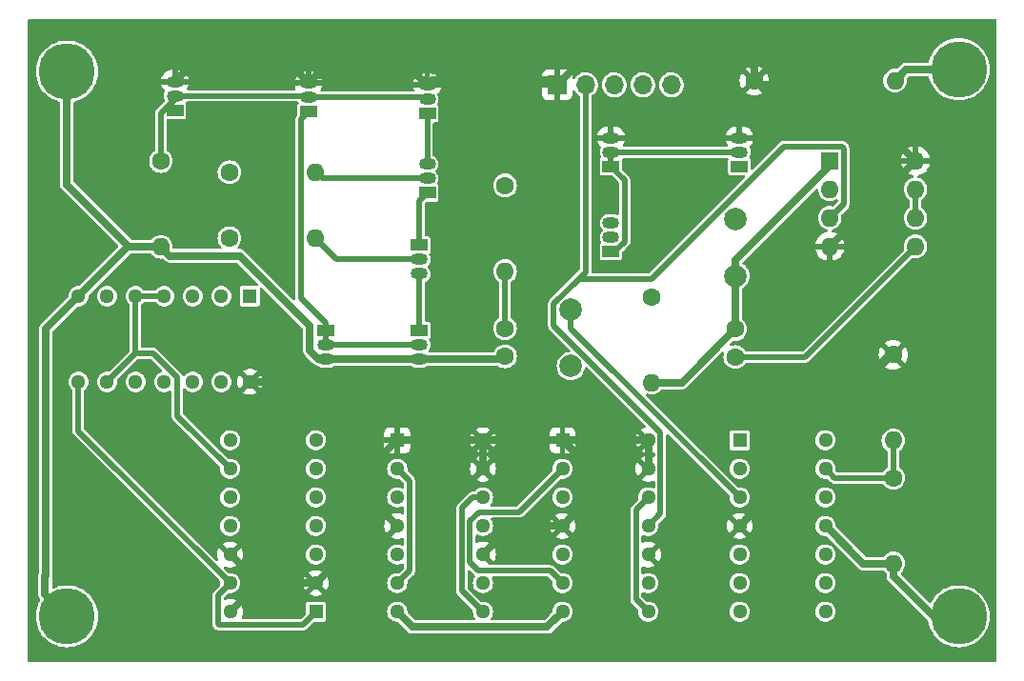
<source format=gbr>
%TF.GenerationSoftware,KiCad,Pcbnew,8.0.7*%
%TF.CreationDate,2024-12-10T16:24:59+05:30*%
%TF.ProjectId,FINAL PROJECT,46494e41-4c20-4505-924f-4a4543542e6b,rev?*%
%TF.SameCoordinates,Original*%
%TF.FileFunction,Copper,L1,Top*%
%TF.FilePolarity,Positive*%
%FSLAX46Y46*%
G04 Gerber Fmt 4.6, Leading zero omitted, Abs format (unit mm)*
G04 Created by KiCad (PCBNEW 8.0.7) date 2024-12-10 16:24:59*
%MOMM*%
%LPD*%
G01*
G04 APERTURE LIST*
%TA.AperFunction,ComponentPad*%
%ADD10C,1.600000*%
%TD*%
%TA.AperFunction,ComponentPad*%
%ADD11O,1.600000X1.600000*%
%TD*%
%TA.AperFunction,ComponentPad*%
%ADD12C,5.000000*%
%TD*%
%TA.AperFunction,ComponentPad*%
%ADD13R,1.500000X1.050000*%
%TD*%
%TA.AperFunction,ComponentPad*%
%ADD14O,1.500000X1.050000*%
%TD*%
%TA.AperFunction,ComponentPad*%
%ADD15C,2.000000*%
%TD*%
%TA.AperFunction,ComponentPad*%
%ADD16R,1.700000X1.700000*%
%TD*%
%TA.AperFunction,ComponentPad*%
%ADD17O,1.700000X1.700000*%
%TD*%
%TA.AperFunction,ComponentPad*%
%ADD18R,1.295400X1.295400*%
%TD*%
%TA.AperFunction,ComponentPad*%
%ADD19C,1.295400*%
%TD*%
%TA.AperFunction,ComponentPad*%
%ADD20R,1.600000X1.600000*%
%TD*%
%TA.AperFunction,Conductor*%
%ADD21C,0.700000*%
%TD*%
%TA.AperFunction,Conductor*%
%ADD22C,0.500000*%
%TD*%
%TA.AperFunction,Conductor*%
%ADD23C,0.200000*%
%TD*%
G04 APERTURE END LIST*
D10*
%TO.P,C2,1*%
%TO.N,Net-(U6-CV)*%
X173430000Y-100390000D03*
%TO.P,C2,2*%
%TO.N,GND*%
X173430000Y-97890000D03*
%TD*%
%TO.P,R4,1*%
%TO.N,Net-(Q8-E)*%
X166010000Y-95040000D03*
D11*
%TO.P,R4,2*%
%TO.N,GND*%
X166010000Y-102660000D03*
%TD*%
D10*
%TO.P,R2,1*%
%TO.N,Net-(U2-2Y)*%
X128475000Y-83950000D03*
D11*
%TO.P,R2,2*%
%TO.N,Net-(Q5-B)*%
X136095000Y-83950000D03*
%TD*%
D12*
%TO.P,H3,1,1*%
%TO.N,GND*%
X114020000Y-123430000D03*
%TD*%
D13*
%TO.P,Q5,1,C*%
%TO.N,Net-(Q5-C)*%
X146050000Y-85790000D03*
D14*
%TO.P,Q5,2,B*%
%TO.N,Net-(Q5-B)*%
X146050000Y-84520000D03*
%TO.P,Q5,3,E*%
%TO.N,Net-(Q4-C)*%
X146050000Y-83250000D03*
%TD*%
D13*
%TO.P,Q9,1,C*%
%TO.N,Net-(Q10-B)*%
X162380000Y-83440000D03*
D14*
%TO.P,Q9,2,B*%
X162380000Y-82170000D03*
%TO.P,Q9,3,E*%
%TO.N,VDD*%
X162380000Y-80900000D03*
%TD*%
D10*
%TO.P,R7,1*%
%TO.N,Net-(Q5-C)*%
X152960000Y-85130000D03*
D11*
%TO.P,R7,2*%
%TO.N,Net-(C3-Pad1)*%
X152960000Y-92750000D03*
%TD*%
D13*
%TO.P,Q6,1,C*%
%TO.N,Net-(Q5-C)*%
X145330000Y-90440000D03*
D14*
%TO.P,Q6,2,B*%
%TO.N,Net-(Q6-B)*%
X145330000Y-91710000D03*
%TO.P,Q6,3,E*%
%TO.N,Net-(Q6-E)*%
X145330000Y-92980000D03*
%TD*%
D12*
%TO.P,H2,1,1*%
%TO.N,GND*%
X193300000Y-74810000D03*
%TD*%
D15*
%TO.P,C4,1*%
%TO.N,Net-(Q5-C)*%
X158810000Y-96185000D03*
%TO.P,C4,2*%
%TO.N,GND*%
X158810000Y-101185000D03*
%TD*%
D10*
%TO.P,R5,1*%
%TO.N,VDD*%
X187470000Y-100180000D03*
D11*
%TO.P,R5,2*%
%TO.N,Net-(U5-4IN-)*%
X187470000Y-107800000D03*
%TD*%
D16*
%TO.P,J1,1,Pin_1*%
%TO.N,VDD*%
X157585000Y-76180000D03*
D17*
%TO.P,J1,2,Pin_2*%
%TO.N,OUTPUT*%
X160125000Y-76180000D03*
%TO.P,J1,3,Pin_3*%
%TO.N,INPUT*%
X162665000Y-76180000D03*
%TO.P,J1,4,Pin_4*%
%TO.N,VOUT*%
X165205000Y-76180000D03*
%TO.P,J1,5,Pin_5*%
%TO.N,GND*%
X167745000Y-76180000D03*
%TD*%
D10*
%TO.P,R6,1*%
%TO.N,Net-(U5-4IN-)*%
X187470000Y-111120000D03*
D11*
%TO.P,R6,2*%
%TO.N,GND*%
X187470000Y-118740000D03*
%TD*%
D12*
%TO.P,H1,1,1*%
%TO.N,GND*%
X114020000Y-75000000D03*
%TD*%
D13*
%TO.P,Q8,1,C*%
%TO.N,Net-(Q10-B)*%
X162380000Y-91000000D03*
D14*
%TO.P,Q8,2,B*%
%TO.N,Net-(Q8-B)*%
X162380000Y-89730000D03*
%TO.P,Q8,3,E*%
%TO.N,Net-(Q8-E)*%
X162380000Y-88460000D03*
%TD*%
D10*
%TO.P,R1,1*%
%TO.N,Net-(Q1-B)*%
X122380000Y-82960000D03*
D11*
%TO.P,R1,2*%
%TO.N,GND*%
X122380000Y-90580000D03*
%TD*%
D10*
%TO.P,C3,1*%
%TO.N,Net-(C3-Pad1)*%
X152960000Y-97820000D03*
%TO.P,C3,2*%
%TO.N,GND*%
X152960000Y-100320000D03*
%TD*%
D13*
%TO.P,Q10,1,C*%
%TO.N,Net-(Q10-C)*%
X173790000Y-83440000D03*
D14*
%TO.P,Q10,2,B*%
%TO.N,Net-(Q10-B)*%
X173790000Y-82170000D03*
%TO.P,Q10,3,E*%
%TO.N,VDD*%
X173790000Y-80900000D03*
%TD*%
D15*
%TO.P,C1,1*%
%TO.N,Net-(Q10-C)*%
X173430000Y-88160000D03*
%TO.P,C1,2*%
%TO.N,GND*%
X173430000Y-93160000D03*
%TD*%
D18*
%TO.P,U4,1,\u002A1R*%
%TO.N,VDD*%
X158070000Y-107780000D03*
D19*
%TO.P,U4,2,1D*%
%TO.N,Net-(U4-\u002A1Q)*%
X158070000Y-110320000D03*
%TO.P,U4,3,1CP*%
%TO.N,Net-(U4-1CP)*%
X158070000Y-112860000D03*
%TO.P,U4,4,\u002A1S*%
%TO.N,VDD*%
X158070000Y-115400000D03*
%TO.P,U4,5,1Q*%
%TO.N,Net-(U3-2CP)*%
X158070000Y-117940000D03*
%TO.P,U4,6,\u002A1Q*%
%TO.N,Net-(U4-\u002A1Q)*%
X158070000Y-120480000D03*
%TO.P,U4,7,GND*%
%TO.N,GND*%
X158070000Y-123020000D03*
%TO.P,U4,8,\u002A2Q*%
%TO.N,Net-(U4-\u002A2Q)*%
X165690000Y-123020000D03*
%TO.P,U4,9,2Q*%
%TO.N,Net-(U4-1CP)*%
X165690000Y-120480000D03*
%TO.P,U4,10,\u002A2S*%
%TO.N,VDD*%
X165690000Y-117940000D03*
%TO.P,U4,11,2CP*%
%TO.N,OUTPUT*%
X165690000Y-115400000D03*
%TO.P,U4,12,2D*%
%TO.N,Net-(U4-\u002A2Q)*%
X165690000Y-112860000D03*
%TO.P,U4,13,\u002A2R*%
%TO.N,VDD*%
X165690000Y-110320000D03*
%TO.P,U4,14,VCC*%
X165690000Y-107780000D03*
%TD*%
D13*
%TO.P,Q3,1,C*%
%TO.N,Net-(Q2-C)*%
X137060000Y-98010000D03*
D14*
%TO.P,Q3,2,B*%
X137060000Y-99280000D03*
%TO.P,Q3,3,E*%
%TO.N,GND*%
X137060000Y-100550000D03*
%TD*%
D18*
%TO.P,U5,1,1OUT*%
%TO.N,Net-(Q8-B)*%
X173820000Y-107780000D03*
D19*
%TO.P,U5,2,1IN-*%
%TO.N,Net-(Q8-E)*%
X173820000Y-110320000D03*
%TO.P,U5,3,1IN+*%
%TO.N,Net-(Q5-C)*%
X173820000Y-112860000D03*
%TO.P,U5,4,VCC*%
%TO.N,VDD*%
X173820000Y-115400000D03*
%TO.P,U5,5,2IN+*%
%TO.N,unconnected-(U5-2IN+-Pad5)*%
X173820000Y-117940000D03*
%TO.P,U5,6,2IN-*%
%TO.N,unconnected-(U5-2IN--Pad6)*%
X173820000Y-120480000D03*
%TO.P,U5,7,2OUT*%
%TO.N,unconnected-(U5-2OUT-Pad7)*%
X173820000Y-123020000D03*
%TO.P,U5,8,3OUT*%
%TO.N,unconnected-(U5-3OUT-Pad8)*%
X181440000Y-123020000D03*
%TO.P,U5,9,3IN-*%
%TO.N,unconnected-(U5-3IN--Pad9)*%
X181440000Y-120480000D03*
%TO.P,U5,10,3IN+*%
%TO.N,unconnected-(U5-3IN+-Pad10)*%
X181440000Y-117940000D03*
%TO.P,U5,11,GND*%
%TO.N,GND*%
X181440000Y-115400000D03*
%TO.P,U5,12,4IN+*%
%TO.N,Net-(Q10-C)*%
X181440000Y-112860000D03*
%TO.P,U5,13,4IN-*%
%TO.N,Net-(U5-4IN-)*%
X181440000Y-110320000D03*
%TO.P,U5,14,4OUT*%
%TO.N,VOUT*%
X181440000Y-107780000D03*
%TD*%
D10*
%TO.P,C5,1*%
%TO.N,VDD*%
X175120000Y-75810000D03*
D11*
%TO.P,C5,2*%
%TO.N,GND*%
X187620000Y-75810000D03*
%TD*%
D18*
%TO.P,U3,1,\u002A1R*%
%TO.N,VDD*%
X143380000Y-107780000D03*
D19*
%TO.P,U3,2,1D*%
%TO.N,Net-(U3-\u002A1Q)*%
X143380000Y-110320000D03*
%TO.P,U3,3,1CP*%
%TO.N,Net-(U3-1CP)*%
X143380000Y-112860000D03*
%TO.P,U3,4,\u002A1S*%
%TO.N,VDD*%
X143380000Y-115400000D03*
%TO.P,U3,5,1Q*%
%TO.N,Net-(U1-1CP)*%
X143380000Y-117940000D03*
%TO.P,U3,6,\u002A1Q*%
%TO.N,Net-(U3-\u002A1Q)*%
X143380000Y-120480000D03*
%TO.P,U3,7,GND*%
%TO.N,GND*%
X143380000Y-123020000D03*
%TO.P,U3,8,\u002A2Q*%
%TO.N,Net-(U3-\u002A2Q)*%
X151000000Y-123020000D03*
%TO.P,U3,9,2Q*%
%TO.N,Net-(U3-1CP)*%
X151000000Y-120480000D03*
%TO.P,U3,10,\u002A2S*%
%TO.N,VDD*%
X151000000Y-117940000D03*
%TO.P,U3,11,2CP*%
%TO.N,Net-(U3-2CP)*%
X151000000Y-115400000D03*
%TO.P,U3,12,2D*%
%TO.N,Net-(U3-\u002A2Q)*%
X151000000Y-112860000D03*
%TO.P,U3,13,\u002A2R*%
%TO.N,VDD*%
X151000000Y-110320000D03*
%TO.P,U3,14,VCC*%
X151000000Y-107780000D03*
%TD*%
D18*
%TO.P,U1,1,\u002A1R*%
%TO.N,Net-(U1-\u002A1R)*%
X136155000Y-123020000D03*
D19*
%TO.P,U1,2,1D*%
%TO.N,VDD*%
X136155000Y-120480000D03*
%TO.P,U1,3,1CP*%
%TO.N,Net-(U1-1CP)*%
X136155000Y-117940000D03*
%TO.P,U1,4,\u002A1S*%
%TO.N,unconnected-(U1-\u002A1S-Pad4)*%
X136155000Y-115400000D03*
%TO.P,U1,5,1Q*%
%TO.N,Net-(U1-1Q)*%
X136155000Y-112860000D03*
%TO.P,U1,6,\u002A1Q*%
%TO.N,unconnected-(U1-\u002A1Q-Pad6)*%
X136155000Y-110320000D03*
%TO.P,U1,7,GND*%
%TO.N,GND*%
X136155000Y-107780000D03*
%TO.P,U1,8,\u002A2Q*%
%TO.N,unconnected-(U1-\u002A2Q-Pad8)*%
X128535000Y-107780000D03*
%TO.P,U1,9,2Q*%
%TO.N,Net-(U1-2Q)*%
X128535000Y-110320000D03*
%TO.P,U1,10,\u002A2S*%
%TO.N,unconnected-(U1-\u002A2S-Pad10)*%
X128535000Y-112860000D03*
%TO.P,U1,11,2CP*%
%TO.N,INPUT*%
X128535000Y-115400000D03*
%TO.P,U1,12,2D*%
%TO.N,VDD*%
X128535000Y-117940000D03*
%TO.P,U1,13,\u002A2R*%
%TO.N,Net-(U1-\u002A1R)*%
X128535000Y-120480000D03*
%TO.P,U1,14,VCC*%
%TO.N,VDD*%
X128535000Y-123020000D03*
%TD*%
D13*
%TO.P,Q4,1,C*%
%TO.N,Net-(Q4-C)*%
X146050000Y-78740000D03*
D14*
%TO.P,Q4,2,B*%
%TO.N,Net-(Q1-B)*%
X146050000Y-77470000D03*
%TO.P,Q4,3,E*%
%TO.N,VDD*%
X146050000Y-76200000D03*
%TD*%
D10*
%TO.P,R3,1*%
%TO.N,Net-(U1-1Q)*%
X128475000Y-89810000D03*
D11*
%TO.P,R3,2*%
%TO.N,Net-(Q6-B)*%
X136095000Y-89810000D03*
%TD*%
D12*
%TO.P,H4,1,1*%
%TO.N,GND*%
X193300000Y-123430000D03*
%TD*%
D13*
%TO.P,Q1,1,C*%
%TO.N,Net-(Q1-B)*%
X123620000Y-78430000D03*
D14*
%TO.P,Q1,2,B*%
X123620000Y-77160000D03*
%TO.P,Q1,3,E*%
%TO.N,VDD*%
X123620000Y-75890000D03*
%TD*%
D13*
%TO.P,Q7,1,C*%
%TO.N,Net-(Q6-E)*%
X145330000Y-98010000D03*
D14*
%TO.P,Q7,2,B*%
%TO.N,Net-(Q2-C)*%
X145330000Y-99280000D03*
%TO.P,Q7,3,E*%
%TO.N,GND*%
X145330000Y-100550000D03*
%TD*%
D18*
%TO.P,U2,1,1A*%
%TO.N,unconnected-(U2-1A-Pad1)*%
X130280000Y-94970000D03*
D19*
%TO.P,U2,2,1B*%
%TO.N,unconnected-(U2-1B-Pad2)*%
X127740000Y-94970000D03*
%TO.P,U2,3,1Y*%
%TO.N,unconnected-(U2-1Y-Pad3)*%
X125200000Y-94970000D03*
%TO.P,U2,4,2A*%
%TO.N,Net-(U1-2Q)*%
X122660000Y-94970000D03*
%TO.P,U2,5,2B*%
X120120000Y-94970000D03*
%TO.P,U2,6,2Y*%
%TO.N,Net-(U2-2Y)*%
X117580000Y-94970000D03*
%TO.P,U2,7,GND*%
%TO.N,GND*%
X115040000Y-94970000D03*
%TO.P,U2,8,3Y*%
%TO.N,Net-(U1-\u002A1R)*%
X115040000Y-102590000D03*
%TO.P,U2,9,3A*%
%TO.N,Net-(U1-2Q)*%
X117580000Y-102590000D03*
%TO.P,U2,10,3B*%
%TO.N,Net-(U1-1Q)*%
X120120000Y-102590000D03*
%TO.P,U2,11,4Y*%
%TO.N,unconnected-(U2-4Y-Pad11)*%
X122660000Y-102590000D03*
%TO.P,U2,12,4A*%
%TO.N,unconnected-(U2-4A-Pad12)*%
X125200000Y-102590000D03*
%TO.P,U2,13,4B*%
%TO.N,unconnected-(U2-4B-Pad13)*%
X127740000Y-102590000D03*
%TO.P,U2,14,VCC*%
%TO.N,VDD*%
X130280000Y-102590000D03*
%TD*%
D13*
%TO.P,Q2,1,C*%
%TO.N,Net-(Q2-C)*%
X135500000Y-78590000D03*
D14*
%TO.P,Q2,2,B*%
%TO.N,Net-(Q1-B)*%
X135500000Y-77320000D03*
%TO.P,Q2,3,E*%
%TO.N,VDD*%
X135500000Y-76050000D03*
%TD*%
D20*
%TO.P,U6,1,GND*%
%TO.N,GND*%
X181820000Y-82930000D03*
D11*
%TO.P,U6,2,TR*%
%TO.N,Net-(Q10-C)*%
X181820000Y-85470000D03*
%TO.P,U6,3,Q*%
%TO.N,OUTPUT*%
X181820000Y-88010000D03*
%TO.P,U6,4,R*%
%TO.N,VDD*%
X181820000Y-90550000D03*
%TO.P,U6,5,CV*%
%TO.N,Net-(U6-CV)*%
X189440000Y-90550000D03*
%TO.P,U6,6,THR*%
%TO.N,Net-(Q10-C)*%
X189440000Y-88010000D03*
%TO.P,U6,7,DIS*%
X189440000Y-85470000D03*
%TO.P,U6,8,VCC*%
%TO.N,VDD*%
X189440000Y-82930000D03*
%TD*%
D21*
%TO.N,GND*%
X114020000Y-85070000D02*
X114020000Y-75000000D01*
X119430000Y-90480000D02*
X114020000Y-85070000D01*
X119430000Y-90580000D02*
X119430000Y-90480000D01*
X114020000Y-75000000D02*
X113660000Y-74640000D01*
X112130000Y-119810000D02*
X112130000Y-97880000D01*
X112130000Y-97880000D02*
X115040000Y-94970000D01*
X112090000Y-121500000D02*
X112090000Y-119850000D01*
X112090000Y-119850000D02*
X112130000Y-119810000D01*
X114020000Y-123430000D02*
X112090000Y-121500000D01*
X187470000Y-119860000D02*
X187470000Y-118740000D01*
X191040000Y-123430000D02*
X187470000Y-119860000D01*
X193300000Y-123430000D02*
X191040000Y-123430000D01*
X188620000Y-74810000D02*
X193300000Y-74810000D01*
X187620000Y-75810000D02*
X188620000Y-74810000D01*
X193300000Y-73610000D02*
X194030000Y-72880000D01*
X193300000Y-74810000D02*
X193300000Y-73610000D01*
%TO.N,VDD*%
X182690000Y-76180000D02*
X189440000Y-82930000D01*
X175120000Y-75810000D02*
X175490000Y-76180000D01*
X175120000Y-74640000D02*
X175120000Y-75810000D01*
X174170000Y-73690000D02*
X175120000Y-74640000D01*
X160075000Y-73690000D02*
X174170000Y-73690000D01*
X175490000Y-76180000D02*
X182690000Y-76180000D01*
X157585000Y-76180000D02*
X160075000Y-73690000D01*
%TO.N,GND*%
X158070000Y-123020000D02*
X156700000Y-124390000D01*
X129385399Y-91379999D02*
X135610000Y-97604600D01*
X137060000Y-100550000D02*
X145330000Y-100550000D01*
X184780000Y-118740000D02*
X181440000Y-115400000D01*
X173430000Y-97890000D02*
X173430000Y-93160000D01*
X136350000Y-100550000D02*
X137060000Y-100550000D01*
X122380000Y-90580000D02*
X123179999Y-91379999D01*
X144750000Y-124390000D02*
X143380000Y-123020000D01*
X122380000Y-90580000D02*
X119430000Y-90580000D01*
X166010000Y-102660000D02*
X168660000Y-102660000D01*
X173430000Y-91738679D02*
X181820000Y-83348679D01*
X152730000Y-100550000D02*
X152960000Y-100320000D01*
X119430000Y-90580000D02*
X115040000Y-94970000D01*
X135610000Y-99810000D02*
X136350000Y-100550000D01*
X123179999Y-91379999D02*
X129385399Y-91379999D01*
X187470000Y-118740000D02*
X184780000Y-118740000D01*
X145330000Y-100550000D02*
X152730000Y-100550000D01*
X181820000Y-83348679D02*
X181820000Y-82930000D01*
X168660000Y-102660000D02*
X173430000Y-97890000D01*
X173430000Y-93160000D02*
X173430000Y-91738679D01*
X156700000Y-124390000D02*
X144750000Y-124390000D01*
X135610000Y-97604600D02*
X135610000Y-99810000D01*
D22*
%TO.N,Net-(Q10-C)*%
X189440000Y-85470000D02*
X189440000Y-88010000D01*
%TO.N,Net-(U6-CV)*%
X179600000Y-100390000D02*
X189440000Y-90550000D01*
X173430000Y-100390000D02*
X179600000Y-100390000D01*
%TO.N,Net-(C3-Pad1)*%
X152960000Y-92750000D02*
X152960000Y-97820000D01*
%TO.N,Net-(Q5-C)*%
X158810000Y-97850000D02*
X173820000Y-112860000D01*
X145330000Y-86510000D02*
X146050000Y-85790000D01*
X158810000Y-96185000D02*
X158810000Y-97850000D01*
X145330000Y-90440000D02*
X145330000Y-86510000D01*
D21*
%TO.N,VDD*%
X175167700Y-114052300D02*
X173820000Y-115400000D01*
X136155000Y-120480000D02*
X142032300Y-114602700D01*
X136155000Y-120480000D02*
X131075000Y-120480000D01*
X157145000Y-75740000D02*
X157585000Y-76180000D01*
X124410000Y-75100000D02*
X134550000Y-75100000D01*
X131075000Y-120480000D02*
X128535000Y-117940000D01*
X165690000Y-107780000D02*
X158070000Y-107780000D01*
X158070000Y-115400000D02*
X153540000Y-115400000D01*
X151000000Y-107780000D02*
X151000000Y-110320000D01*
X158070000Y-107780000D02*
X159417700Y-109127700D01*
D22*
X162380000Y-80900000D02*
X173790000Y-80900000D01*
D21*
X142032300Y-109127700D02*
X142032300Y-114052300D01*
X142032300Y-109127700D02*
X135494600Y-102590000D01*
X159417700Y-114052300D02*
X158070000Y-115400000D01*
X131075000Y-120480000D02*
X128535000Y-123020000D01*
X146510000Y-75740000D02*
X157145000Y-75740000D01*
X136210000Y-75340000D02*
X145190000Y-75340000D01*
X146050000Y-76200000D02*
X146510000Y-75740000D01*
X159417700Y-109127700D02*
X159417700Y-114052300D01*
X153540000Y-115400000D02*
X151000000Y-117940000D01*
X151000000Y-107780000D02*
X143380000Y-107780000D01*
X187470000Y-100180000D02*
X187134064Y-100180000D01*
X135494600Y-102590000D02*
X130280000Y-102590000D01*
X187134064Y-100180000D02*
X175167700Y-112146364D01*
X165690000Y-107780000D02*
X165690000Y-110320000D01*
X143380000Y-107780000D02*
X142032300Y-109127700D01*
X123620000Y-75890000D02*
X124410000Y-75100000D01*
X145190000Y-75340000D02*
X146050000Y-76200000D01*
X135500000Y-76050000D02*
X136210000Y-75340000D01*
X175167700Y-112146364D02*
X175167700Y-114052300D01*
X142032300Y-114602700D02*
X142032300Y-114052300D01*
X142032300Y-114052300D02*
X143380000Y-115400000D01*
X189440000Y-82930000D02*
X181820000Y-90550000D01*
X158070000Y-107780000D02*
X151000000Y-107780000D01*
X134550000Y-75100000D02*
X135500000Y-76050000D01*
D22*
%TO.N,Net-(Q1-B)*%
X123620000Y-77480000D02*
X122380000Y-78720000D01*
D21*
X145900000Y-77320000D02*
X146050000Y-77470000D01*
D22*
X123620000Y-77160000D02*
X135340000Y-77160000D01*
X135510000Y-77310000D02*
X145890000Y-77310000D01*
X123620000Y-77160000D02*
X123620000Y-77480000D01*
D23*
X135340000Y-77160000D02*
X135500000Y-77320000D01*
D22*
X145890000Y-77310000D02*
X145900000Y-77320000D01*
X135500000Y-77320000D02*
X135510000Y-77310000D01*
X122380000Y-78720000D02*
X122380000Y-82960000D01*
%TO.N,Net-(Q2-C)*%
X134845000Y-79245000D02*
X134845000Y-95165000D01*
X135500000Y-78590000D02*
X134845000Y-79245000D01*
X137060000Y-98010000D02*
X137060000Y-99280000D01*
X137060000Y-97380000D02*
X137060000Y-98010000D01*
X134845000Y-95165000D02*
X137060000Y-97380000D01*
X137060000Y-99280000D02*
X145330000Y-99280000D01*
%TO.N,Net-(Q4-C)*%
X146050000Y-78740000D02*
X146050000Y-83250000D01*
%TO.N,Net-(Q5-B)*%
X136665000Y-84520000D02*
X146050000Y-84520000D01*
X136095000Y-83950000D02*
X136665000Y-84520000D01*
%TO.N,Net-(Q6-B)*%
X145330000Y-91710000D02*
X137995000Y-91710000D01*
X137995000Y-91710000D02*
X136095000Y-89810000D01*
%TO.N,Net-(Q6-E)*%
X145330000Y-98010000D02*
X145330000Y-92980000D01*
%TO.N,Net-(Q8-E)*%
X162380000Y-88460000D02*
X162046142Y-88460000D01*
%TO.N,Net-(Q10-B)*%
X163580000Y-90133858D02*
X162713858Y-91000000D01*
X162713858Y-91000000D02*
X162380000Y-91000000D01*
X163580000Y-84640000D02*
X163580000Y-90133858D01*
X173790000Y-82170000D02*
X162380000Y-82170000D01*
X162380000Y-82170000D02*
X162380000Y-83440000D01*
X162380000Y-83440000D02*
X163580000Y-84640000D01*
%TO.N,Net-(U5-4IN-)*%
X182240000Y-111120000D02*
X181440000Y-110320000D01*
X187470000Y-107800000D02*
X187470000Y-111120000D01*
X187470000Y-111120000D02*
X182240000Y-111120000D01*
%TO.N,Net-(U1-2Q)*%
X120120000Y-94970000D02*
X120120000Y-100050000D01*
X123820000Y-105605000D02*
X128535000Y-110320000D01*
X120120000Y-100050000D02*
X117580000Y-102590000D01*
X120120000Y-100050000D02*
X121672383Y-100050000D01*
X120120000Y-94970000D02*
X122660000Y-94970000D01*
X123820000Y-102197617D02*
X123820000Y-105605000D01*
X121672383Y-100050000D02*
X123820000Y-102197617D01*
%TO.N,Net-(U1-\u002A1R)*%
X115040000Y-106985000D02*
X128535000Y-120480000D01*
X127437300Y-124087300D02*
X127530000Y-124180000D01*
X115040000Y-102590000D02*
X115040000Y-106985000D01*
X128535000Y-120480000D02*
X127437300Y-121577700D01*
X127530000Y-124180000D02*
X134995000Y-124180000D01*
X134995000Y-124180000D02*
X136155000Y-123020000D01*
X127437300Y-121577700D02*
X127437300Y-124087300D01*
%TO.N,OUTPUT*%
X166787700Y-107097700D02*
X166787700Y-114302300D01*
X159524390Y-93420000D02*
X157290000Y-95654390D01*
X157290000Y-95654390D02*
X157290000Y-97600000D01*
X160125000Y-92819390D02*
X159524390Y-93420000D01*
X181820000Y-88010000D02*
X183070000Y-86760000D01*
X157290000Y-97600000D02*
X166787700Y-107097700D01*
X165985000Y-93420000D02*
X159524390Y-93420000D01*
X166787700Y-114302300D02*
X165690000Y-115400000D01*
X182910000Y-81680000D02*
X177725000Y-81680000D01*
X183070000Y-86760000D02*
X183070000Y-81840000D01*
X160125000Y-76180000D02*
X160125000Y-92819390D01*
X177725000Y-81680000D02*
X165985000Y-93420000D01*
X183070000Y-81840000D02*
X182910000Y-81680000D01*
%TO.N,Net-(U3-\u002A1Q)*%
X143380000Y-120480000D02*
X144477700Y-119382300D01*
X144477700Y-111417700D02*
X143380000Y-110320000D01*
X144477700Y-119382300D02*
X144477700Y-111417700D01*
%TO.N,Net-(U3-\u002A2Q)*%
X151000000Y-123020000D02*
X149150000Y-121170000D01*
X149150000Y-121170000D02*
X149150000Y-113794014D01*
X150084014Y-112860000D02*
X151000000Y-112860000D01*
X149150000Y-113794014D02*
X150084014Y-112860000D01*
%TO.N,Net-(U4-\u002A2Q)*%
X165690000Y-123020000D02*
X164592300Y-121922300D01*
X164592300Y-121922300D02*
X164592300Y-113957700D01*
X164592300Y-113957700D02*
X165690000Y-112860000D01*
%TO.N,Net-(U4-\u002A1Q)*%
X154230000Y-114160000D02*
X150687617Y-114160000D01*
X149850000Y-114997617D02*
X149850000Y-118640000D01*
X149850000Y-118640000D02*
X150592300Y-119382300D01*
X150687617Y-114160000D02*
X149850000Y-114997617D01*
X156972300Y-119382300D02*
X158070000Y-120480000D01*
X150592300Y-119382300D02*
X156972300Y-119382300D01*
X158070000Y-110320000D02*
X154230000Y-114160000D01*
%TD*%
%TA.AperFunction,Conductor*%
%TO.N,VDD*%
G36*
X166249769Y-108871696D02*
G01*
X166284024Y-108932592D01*
X166287200Y-108960475D01*
X166287200Y-109139524D01*
X166267515Y-109206563D01*
X166214711Y-109252318D01*
X166145553Y-109262262D01*
X166118407Y-109255151D01*
X166005431Y-109211384D01*
X166005426Y-109211383D01*
X165794148Y-109171889D01*
X165731867Y-109140221D01*
X165696594Y-109079909D01*
X165699528Y-109010101D01*
X165739736Y-108952960D01*
X165794148Y-108928111D01*
X166005426Y-108888616D01*
X166005436Y-108888613D01*
X166118406Y-108844849D01*
X166188029Y-108838986D01*
X166249769Y-108871696D01*
G37*
%TD.AperFunction*%
%TA.AperFunction,Conductor*%
G36*
X196592444Y-70320695D02*
G01*
X196638247Y-70373457D01*
X196649500Y-70425072D01*
X196649500Y-127365500D01*
X196629815Y-127432539D01*
X196577011Y-127478294D01*
X196525500Y-127489500D01*
X110614500Y-127489500D01*
X110547461Y-127469815D01*
X110501706Y-127417011D01*
X110490500Y-127365500D01*
X110490500Y-75000000D01*
X111264473Y-75000000D01*
X111284563Y-75332136D01*
X111284563Y-75332141D01*
X111284564Y-75332142D01*
X111344544Y-75659441D01*
X111344545Y-75659445D01*
X111344546Y-75659449D01*
X111443530Y-75977104D01*
X111443534Y-75977116D01*
X111443537Y-75977123D01*
X111580102Y-76280557D01*
X111752246Y-76565318D01*
X111752251Y-76565326D01*
X111957460Y-76827255D01*
X112192744Y-77062539D01*
X112454673Y-77267748D01*
X112454678Y-77267751D01*
X112454682Y-77267754D01*
X112739443Y-77439898D01*
X113042877Y-77576463D01*
X113332393Y-77666679D01*
X113390538Y-77705415D01*
X113418512Y-77769440D01*
X113419500Y-77785063D01*
X113419500Y-84983330D01*
X113419499Y-84983348D01*
X113419499Y-85149054D01*
X113419498Y-85149054D01*
X113443954Y-85240321D01*
X113460423Y-85301785D01*
X113461778Y-85304132D01*
X113461781Y-85304143D01*
X113461784Y-85304142D01*
X113539477Y-85438712D01*
X113539481Y-85438717D01*
X113658349Y-85557585D01*
X113658355Y-85557590D01*
X118543083Y-90442318D01*
X118576568Y-90503641D01*
X118571584Y-90573333D01*
X118543083Y-90617680D01*
X115125284Y-94035481D01*
X115063961Y-94068966D01*
X115037603Y-94071800D01*
X114945595Y-94071800D01*
X114913221Y-94078680D01*
X114760912Y-94111054D01*
X114760906Y-94111056D01*
X114588426Y-94187851D01*
X114588421Y-94187853D01*
X114435677Y-94298828D01*
X114435670Y-94298834D01*
X114309337Y-94439143D01*
X114214933Y-94602656D01*
X114214930Y-94602662D01*
X114172046Y-94734649D01*
X114156588Y-94782225D01*
X114136852Y-94970000D01*
X114136852Y-94970002D01*
X114136852Y-94972550D01*
X114136435Y-94973970D01*
X114136173Y-94976463D01*
X114135717Y-94976415D01*
X114117167Y-95039589D01*
X114100533Y-95060231D01*
X111649481Y-97511282D01*
X111649479Y-97511285D01*
X111631610Y-97542235D01*
X111613741Y-97573186D01*
X111570423Y-97648215D01*
X111529499Y-97800943D01*
X111529499Y-97800945D01*
X111529499Y-97969046D01*
X111529500Y-97969059D01*
X111529500Y-119605332D01*
X111525275Y-119637425D01*
X111489499Y-119770943D01*
X111489499Y-119939046D01*
X111489500Y-119939059D01*
X111489500Y-121413330D01*
X111489499Y-121413348D01*
X111489499Y-121579054D01*
X111489498Y-121579054D01*
X111492060Y-121588616D01*
X111530423Y-121731785D01*
X111552998Y-121770886D01*
X111609477Y-121868712D01*
X111609481Y-121868717D01*
X111628243Y-121887479D01*
X111661728Y-121948802D01*
X111656744Y-122018494D01*
X111646679Y-122039309D01*
X111580105Y-122149437D01*
X111580102Y-122149443D01*
X111461384Y-122413224D01*
X111443536Y-122452880D01*
X111443530Y-122452895D01*
X111344546Y-122770550D01*
X111344544Y-122770556D01*
X111344544Y-122770559D01*
X111320445Y-122902063D01*
X111284563Y-123097863D01*
X111264473Y-123430000D01*
X111284563Y-123762136D01*
X111284563Y-123762141D01*
X111284564Y-123762142D01*
X111344544Y-124089441D01*
X111344545Y-124089445D01*
X111344546Y-124089449D01*
X111443530Y-124407104D01*
X111443534Y-124407116D01*
X111443537Y-124407123D01*
X111580102Y-124710557D01*
X111749334Y-124990501D01*
X111752251Y-124995326D01*
X111957460Y-125257255D01*
X112192744Y-125492539D01*
X112454673Y-125697748D01*
X112454678Y-125697751D01*
X112454682Y-125697754D01*
X112739443Y-125869898D01*
X113042877Y-126006463D01*
X113042890Y-126006467D01*
X113042895Y-126006469D01*
X113254665Y-126072458D01*
X113360559Y-126105456D01*
X113687858Y-126165436D01*
X114020000Y-126185527D01*
X114352142Y-126165436D01*
X114679441Y-126105456D01*
X114997123Y-126006463D01*
X115300557Y-125869898D01*
X115585318Y-125697754D01*
X115847252Y-125492542D01*
X116082542Y-125257252D01*
X116287754Y-124995318D01*
X116459898Y-124710557D01*
X116596463Y-124407123D01*
X116695456Y-124089441D01*
X116755436Y-123762142D01*
X116775527Y-123430000D01*
X116755436Y-123097858D01*
X116695456Y-122770559D01*
X116596463Y-122452877D01*
X116459898Y-122149443D01*
X116287754Y-121864682D01*
X116287751Y-121864678D01*
X116287748Y-121864673D01*
X116082539Y-121602744D01*
X115847255Y-121367460D01*
X115585326Y-121162251D01*
X115585318Y-121162246D01*
X115300557Y-120990102D01*
X114997123Y-120853537D01*
X114997116Y-120853534D01*
X114997104Y-120853530D01*
X114679449Y-120754546D01*
X114679445Y-120754545D01*
X114679441Y-120754544D01*
X114352142Y-120694564D01*
X114352141Y-120694563D01*
X114352136Y-120694563D01*
X114020000Y-120674473D01*
X113687863Y-120694563D01*
X113687858Y-120694564D01*
X113360559Y-120754544D01*
X113360556Y-120754544D01*
X113360550Y-120754546D01*
X113042895Y-120853530D01*
X113042879Y-120853536D01*
X113042877Y-120853537D01*
X112998077Y-120873700D01*
X112865391Y-120933417D01*
X112796179Y-120942980D01*
X112732783Y-120913606D01*
X112695333Y-120854621D01*
X112690500Y-120820341D01*
X112690500Y-120054665D01*
X112694725Y-120022570D01*
X112706266Y-119979500D01*
X112730501Y-119889057D01*
X112730501Y-119730942D01*
X112730501Y-119723347D01*
X112730500Y-119723329D01*
X112730500Y-102590000D01*
X114136852Y-102590000D01*
X114156588Y-102777775D01*
X114156589Y-102777778D01*
X114214930Y-102957337D01*
X114214933Y-102957343D01*
X114309337Y-103120856D01*
X114435675Y-103261170D01*
X114488384Y-103299464D01*
X114531050Y-103354793D01*
X114539500Y-103399783D01*
X114539500Y-107050891D01*
X114573608Y-107178187D01*
X114593499Y-107212638D01*
X114639500Y-107292314D01*
X114639502Y-107292316D01*
X127608607Y-120261421D01*
X127642092Y-120322744D01*
X127644247Y-120362063D01*
X127631852Y-120479999D01*
X127644247Y-120597935D01*
X127631677Y-120666665D01*
X127608607Y-120698577D01*
X127112545Y-121194640D01*
X127112544Y-121194640D01*
X127112545Y-121194641D01*
X127036800Y-121270386D01*
X126970908Y-121384512D01*
X126936800Y-121511808D01*
X126936800Y-124153191D01*
X126970908Y-124280487D01*
X127003854Y-124337550D01*
X127036800Y-124394614D01*
X127129500Y-124487314D01*
X127222686Y-124580500D01*
X127336814Y-124646392D01*
X127464108Y-124680500D01*
X127464110Y-124680500D01*
X135060890Y-124680500D01*
X135060892Y-124680500D01*
X135188186Y-124646392D01*
X135302314Y-124580500D01*
X135928295Y-123954519D01*
X135989618Y-123921034D01*
X136015976Y-123918200D01*
X136827376Y-123918200D01*
X136827377Y-123918199D01*
X136900440Y-123903666D01*
X136983301Y-123848301D01*
X137038666Y-123765440D01*
X137053200Y-123692374D01*
X137053200Y-123020000D01*
X142476852Y-123020000D01*
X142496588Y-123207775D01*
X142496589Y-123207778D01*
X142554930Y-123387337D01*
X142554933Y-123387343D01*
X142649337Y-123550856D01*
X142775670Y-123691165D01*
X142775677Y-123691171D01*
X142928421Y-123802146D01*
X142928422Y-123802146D01*
X142928426Y-123802149D01*
X143029488Y-123847145D01*
X143100906Y-123878943D01*
X143100912Y-123878945D01*
X143285595Y-123918200D01*
X143377603Y-123918200D01*
X143444642Y-123937885D01*
X143465283Y-123954518D01*
X144381284Y-124870520D01*
X144381286Y-124870521D01*
X144381290Y-124870524D01*
X144518209Y-124949573D01*
X144518216Y-124949577D01*
X144670943Y-124990501D01*
X144670945Y-124990501D01*
X144836654Y-124990501D01*
X144836670Y-124990500D01*
X156613331Y-124990500D01*
X156613347Y-124990501D01*
X156620943Y-124990501D01*
X156779054Y-124990501D01*
X156779057Y-124990501D01*
X156931785Y-124949577D01*
X156981904Y-124920639D01*
X157068716Y-124870520D01*
X157180520Y-124758716D01*
X157180520Y-124758714D01*
X157190728Y-124748507D01*
X157190729Y-124748504D01*
X157984717Y-123954519D01*
X158046040Y-123921034D01*
X158072398Y-123918200D01*
X158164404Y-123918200D01*
X158164405Y-123918200D01*
X158349088Y-123878945D01*
X158349090Y-123878943D01*
X158349093Y-123878943D01*
X158372430Y-123868552D01*
X158521574Y-123802149D01*
X158674324Y-123691170D01*
X158687384Y-123676666D01*
X158750101Y-123607011D01*
X158800662Y-123550857D01*
X158895067Y-123387343D01*
X158953412Y-123207775D01*
X158973148Y-123020000D01*
X158953412Y-122832225D01*
X158895067Y-122652657D01*
X158800662Y-122489143D01*
X158674329Y-122348834D01*
X158674322Y-122348828D01*
X158521578Y-122237853D01*
X158521575Y-122237851D01*
X158521574Y-122237851D01*
X158463665Y-122212068D01*
X158349093Y-122161056D01*
X158349087Y-122161054D01*
X158177705Y-122124627D01*
X158164405Y-122121800D01*
X157975595Y-122121800D01*
X157962295Y-122124627D01*
X157790912Y-122161054D01*
X157790906Y-122161056D01*
X157618426Y-122237851D01*
X157618421Y-122237853D01*
X157465677Y-122348828D01*
X157465670Y-122348834D01*
X157339337Y-122489143D01*
X157244933Y-122652656D01*
X157244930Y-122652662D01*
X157194392Y-122808206D01*
X157186588Y-122832225D01*
X157172300Y-122968168D01*
X157166852Y-123020002D01*
X157166852Y-123022549D01*
X157166435Y-123023968D01*
X157166173Y-123026463D01*
X157165716Y-123026415D01*
X157147167Y-123089588D01*
X157130533Y-123110230D01*
X156905726Y-123335038D01*
X156633754Y-123607011D01*
X156487584Y-123753181D01*
X156426261Y-123786666D01*
X156399903Y-123789500D01*
X151794295Y-123789500D01*
X151727256Y-123769815D01*
X151681501Y-123717011D01*
X151671557Y-123647853D01*
X151700582Y-123584297D01*
X151702079Y-123582601D01*
X151730662Y-123550857D01*
X151825067Y-123387343D01*
X151883412Y-123207775D01*
X151903148Y-123020000D01*
X151883412Y-122832225D01*
X151825067Y-122652657D01*
X151730662Y-122489143D01*
X151604329Y-122348834D01*
X151604322Y-122348828D01*
X151451578Y-122237853D01*
X151451575Y-122237851D01*
X151451574Y-122237851D01*
X151393665Y-122212068D01*
X151279093Y-122161056D01*
X151279087Y-122161054D01*
X151107705Y-122124627D01*
X151094405Y-122121800D01*
X150905595Y-122121800D01*
X150905591Y-122121800D01*
X150892288Y-122124627D01*
X150822621Y-122119308D01*
X150778831Y-122091017D01*
X149686819Y-120999005D01*
X149653334Y-120937682D01*
X149650500Y-120911324D01*
X149650500Y-119447676D01*
X149670185Y-119380637D01*
X149722989Y-119334882D01*
X149792147Y-119324938D01*
X149855703Y-119353963D01*
X149862181Y-119359995D01*
X150272358Y-119770172D01*
X150305843Y-119831495D01*
X150300859Y-119901187D01*
X150276829Y-119940823D01*
X150269339Y-119949141D01*
X150269335Y-119949146D01*
X150174933Y-120112656D01*
X150174933Y-120112657D01*
X150116588Y-120292225D01*
X150096852Y-120480000D01*
X150116588Y-120667775D01*
X150116589Y-120667778D01*
X150174930Y-120847337D01*
X150174933Y-120847343D01*
X150269337Y-121010856D01*
X150395670Y-121151165D01*
X150395677Y-121151171D01*
X150548421Y-121262146D01*
X150548422Y-121262146D01*
X150548426Y-121262149D01*
X150651622Y-121308095D01*
X150720906Y-121338943D01*
X150720912Y-121338945D01*
X150905595Y-121378200D01*
X150905596Y-121378200D01*
X151094404Y-121378200D01*
X151094405Y-121378200D01*
X151279088Y-121338945D01*
X151279090Y-121338943D01*
X151279093Y-121338943D01*
X151302430Y-121328552D01*
X151451574Y-121262149D01*
X151604324Y-121151170D01*
X151730662Y-121010857D01*
X151825067Y-120847343D01*
X151883412Y-120667775D01*
X151903148Y-120480000D01*
X151883412Y-120292225D01*
X151825067Y-120112657D01*
X151799745Y-120068799D01*
X151783273Y-120000900D01*
X151806126Y-119934873D01*
X151861047Y-119891682D01*
X151907133Y-119882800D01*
X156713624Y-119882800D01*
X156780663Y-119902485D01*
X156801305Y-119919119D01*
X157143607Y-120261421D01*
X157177092Y-120322744D01*
X157179247Y-120362063D01*
X157166852Y-120480000D01*
X157186588Y-120667775D01*
X157186589Y-120667778D01*
X157244930Y-120847337D01*
X157244933Y-120847343D01*
X157339337Y-121010856D01*
X157465670Y-121151165D01*
X157465677Y-121151171D01*
X157618421Y-121262146D01*
X157618422Y-121262146D01*
X157618426Y-121262149D01*
X157721622Y-121308095D01*
X157790906Y-121338943D01*
X157790912Y-121338945D01*
X157975595Y-121378200D01*
X157975596Y-121378200D01*
X158164404Y-121378200D01*
X158164405Y-121378200D01*
X158349088Y-121338945D01*
X158349090Y-121338943D01*
X158349093Y-121338943D01*
X158372430Y-121328552D01*
X158521574Y-121262149D01*
X158674324Y-121151170D01*
X158800662Y-121010857D01*
X158895067Y-120847343D01*
X158953412Y-120667775D01*
X158973148Y-120480000D01*
X158953412Y-120292225D01*
X158895067Y-120112657D01*
X158800662Y-119949143D01*
X158782577Y-119929057D01*
X158674329Y-119808834D01*
X158674322Y-119808828D01*
X158521578Y-119697853D01*
X158521575Y-119697851D01*
X158521574Y-119697851D01*
X158447343Y-119664801D01*
X158349093Y-119621056D01*
X158349087Y-119621054D01*
X158177705Y-119584627D01*
X158164405Y-119581800D01*
X157975595Y-119581800D01*
X157975591Y-119581800D01*
X157962288Y-119584627D01*
X157892621Y-119579308D01*
X157848831Y-119551017D01*
X157279616Y-118981802D01*
X157279614Y-118981800D01*
X157222550Y-118948854D01*
X157165487Y-118915908D01*
X157101839Y-118898854D01*
X157038192Y-118881800D01*
X157038191Y-118881800D01*
X151639609Y-118881800D01*
X151572570Y-118862115D01*
X151551928Y-118845481D01*
X151040147Y-118333700D01*
X151051832Y-118333700D01*
X151151962Y-118306870D01*
X151241737Y-118255038D01*
X151315038Y-118181737D01*
X151366870Y-118091962D01*
X151393700Y-117991832D01*
X151393700Y-117980147D01*
X151971520Y-118557967D01*
X151979975Y-118546774D01*
X151979976Y-118546772D01*
X152074781Y-118356378D01*
X152074781Y-118356376D01*
X152132991Y-118151793D01*
X152152617Y-117940000D01*
X157166852Y-117940000D01*
X157186588Y-118127775D01*
X157186589Y-118127778D01*
X157244930Y-118307337D01*
X157244933Y-118307343D01*
X157339337Y-118470856D01*
X157465670Y-118611165D01*
X157465677Y-118611171D01*
X157618421Y-118722146D01*
X157618422Y-118722146D01*
X157618426Y-118722149D01*
X157692927Y-118755319D01*
X157790906Y-118798943D01*
X157790912Y-118798945D01*
X157975595Y-118838200D01*
X157975596Y-118838200D01*
X158164404Y-118838200D01*
X158164405Y-118838200D01*
X158349088Y-118798945D01*
X158349090Y-118798943D01*
X158349093Y-118798943D01*
X158372430Y-118788552D01*
X158521574Y-118722149D01*
X158674324Y-118611170D01*
X158800662Y-118470857D01*
X158895067Y-118307343D01*
X158953412Y-118127775D01*
X158973148Y-117940000D01*
X158953412Y-117752225D01*
X158912062Y-117624962D01*
X158895069Y-117572662D01*
X158895066Y-117572656D01*
X158879849Y-117546300D01*
X158800662Y-117409143D01*
X158674329Y-117268834D01*
X158674322Y-117268828D01*
X158521578Y-117157853D01*
X158521575Y-117157851D01*
X158521574Y-117157851D01*
X158475626Y-117137393D01*
X158349093Y-117081056D01*
X158349087Y-117081054D01*
X158203659Y-117050143D01*
X158164405Y-117041800D01*
X157975595Y-117041800D01*
X157943221Y-117048680D01*
X157790912Y-117081054D01*
X157790906Y-117081056D01*
X157618426Y-117157851D01*
X157618421Y-117157853D01*
X157465677Y-117268828D01*
X157465670Y-117268834D01*
X157339337Y-117409143D01*
X157244933Y-117572656D01*
X157244930Y-117572662D01*
X157194392Y-117728206D01*
X157186588Y-117752225D01*
X157166852Y-117940000D01*
X152152617Y-117940000D01*
X152152617Y-117939999D01*
X152132991Y-117728206D01*
X152074782Y-117523627D01*
X151979974Y-117333224D01*
X151971520Y-117322030D01*
X151393700Y-117899851D01*
X151393700Y-117888168D01*
X151366870Y-117788038D01*
X151315038Y-117698263D01*
X151241737Y-117624962D01*
X151151962Y-117573130D01*
X151051832Y-117546300D01*
X151040146Y-117546300D01*
X151615336Y-116971110D01*
X151513767Y-116908220D01*
X151513765Y-116908219D01*
X151315436Y-116831386D01*
X151315426Y-116831383D01*
X151106347Y-116792300D01*
X150893653Y-116792300D01*
X150684573Y-116831383D01*
X150684572Y-116831383D01*
X150519294Y-116895412D01*
X150449670Y-116901274D01*
X150387930Y-116868564D01*
X150353675Y-116807667D01*
X150350500Y-116779785D01*
X150350500Y-116281711D01*
X150370185Y-116214672D01*
X150422989Y-116168917D01*
X150492147Y-116158973D01*
X150542496Y-116179409D01*
X150542793Y-116178897D01*
X150546485Y-116181028D01*
X150547388Y-116181395D01*
X150548426Y-116182149D01*
X150621474Y-116214672D01*
X150720906Y-116258943D01*
X150720912Y-116258945D01*
X150905595Y-116298200D01*
X150905596Y-116298200D01*
X151094404Y-116298200D01*
X151094405Y-116298200D01*
X151279088Y-116258945D01*
X151279090Y-116258943D01*
X151279093Y-116258943D01*
X151302430Y-116248552D01*
X151451574Y-116182149D01*
X151604324Y-116071170D01*
X151730662Y-115930857D01*
X151825067Y-115767343D01*
X151883412Y-115587775D01*
X151903148Y-115400000D01*
X151903148Y-115399999D01*
X156917383Y-115399999D01*
X156917383Y-115400000D01*
X156937008Y-115611793D01*
X156995217Y-115816372D01*
X157090025Y-116006775D01*
X157098477Y-116017967D01*
X157676300Y-115440145D01*
X157676300Y-115451832D01*
X157703130Y-115551962D01*
X157754962Y-115641737D01*
X157828263Y-115715038D01*
X157918038Y-115766870D01*
X158018168Y-115793700D01*
X158029853Y-115793700D01*
X157454663Y-116368888D01*
X157454663Y-116368889D01*
X157556230Y-116431778D01*
X157556234Y-116431780D01*
X157754563Y-116508613D01*
X157754573Y-116508616D01*
X157963653Y-116547700D01*
X158176347Y-116547700D01*
X158385426Y-116508616D01*
X158385436Y-116508613D01*
X158583756Y-116431783D01*
X158583769Y-116431777D01*
X158685335Y-116368888D01*
X158110148Y-115793700D01*
X158121832Y-115793700D01*
X158221962Y-115766870D01*
X158311737Y-115715038D01*
X158385038Y-115641737D01*
X158436870Y-115551962D01*
X158463700Y-115451832D01*
X158463700Y-115440147D01*
X159041520Y-116017967D01*
X159049975Y-116006774D01*
X159049976Y-116006772D01*
X159144781Y-115816378D01*
X159144781Y-115816376D01*
X159202991Y-115611793D01*
X159222617Y-115400000D01*
X159222617Y-115399999D01*
X159202991Y-115188206D01*
X159144782Y-114983627D01*
X159049974Y-114793224D01*
X159041520Y-114782030D01*
X158463700Y-115359851D01*
X158463700Y-115348168D01*
X158436870Y-115248038D01*
X158385038Y-115158263D01*
X158311737Y-115084962D01*
X158221962Y-115033130D01*
X158121832Y-115006300D01*
X158110147Y-115006300D01*
X158685336Y-114431110D01*
X158583767Y-114368220D01*
X158583765Y-114368219D01*
X158385436Y-114291386D01*
X158385426Y-114291383D01*
X158176347Y-114252300D01*
X157963653Y-114252300D01*
X157754573Y-114291383D01*
X157754563Y-114291386D01*
X157556236Y-114368218D01*
X157556235Y-114368219D01*
X157454662Y-114431110D01*
X158029854Y-115006300D01*
X158018168Y-115006300D01*
X157918038Y-115033130D01*
X157828263Y-115084962D01*
X157754962Y-115158263D01*
X157703130Y-115248038D01*
X157676300Y-115348168D01*
X157676300Y-115359853D01*
X157098477Y-114782031D01*
X157090024Y-114793224D01*
X157090023Y-114793226D01*
X156995218Y-114983621D01*
X156995218Y-114983623D01*
X156937008Y-115188206D01*
X156917383Y-115399999D01*
X151903148Y-115399999D01*
X151883412Y-115212225D01*
X151842062Y-115084962D01*
X151825069Y-115032662D01*
X151825066Y-115032656D01*
X151730662Y-114869143D01*
X151729159Y-114867474D01*
X151728595Y-114866298D01*
X151726844Y-114863888D01*
X151727284Y-114863567D01*
X151698928Y-114804485D01*
X151707551Y-114735149D01*
X151752290Y-114681482D01*
X151818942Y-114660523D01*
X151821307Y-114660500D01*
X154295890Y-114660500D01*
X154295892Y-114660500D01*
X154423186Y-114626392D01*
X154537314Y-114560500D01*
X156237813Y-112860000D01*
X157166852Y-112860000D01*
X157186588Y-113047775D01*
X157186589Y-113047778D01*
X157244930Y-113227337D01*
X157244933Y-113227343D01*
X157339337Y-113390856D01*
X157465670Y-113531165D01*
X157465677Y-113531171D01*
X157618421Y-113642146D01*
X157618422Y-113642146D01*
X157618426Y-113642149D01*
X157692927Y-113675319D01*
X157790906Y-113718943D01*
X157790912Y-113718945D01*
X157975595Y-113758200D01*
X157975596Y-113758200D01*
X158164404Y-113758200D01*
X158164405Y-113758200D01*
X158349088Y-113718945D01*
X158349090Y-113718943D01*
X158349093Y-113718943D01*
X158372430Y-113708552D01*
X158521574Y-113642149D01*
X158674324Y-113531170D01*
X158800662Y-113390857D01*
X158895067Y-113227343D01*
X158953412Y-113047775D01*
X158973148Y-112860000D01*
X158953412Y-112672225D01*
X158895067Y-112492657D01*
X158800662Y-112329143D01*
X158791054Y-112318472D01*
X158674329Y-112188834D01*
X158674322Y-112188828D01*
X158521578Y-112077853D01*
X158521575Y-112077851D01*
X158521574Y-112077851D01*
X158475626Y-112057393D01*
X158349093Y-112001056D01*
X158349087Y-112001054D01*
X158177705Y-111964627D01*
X158164405Y-111961800D01*
X157975595Y-111961800D01*
X157962295Y-111964627D01*
X157790912Y-112001054D01*
X157790906Y-112001056D01*
X157618426Y-112077851D01*
X157618421Y-112077853D01*
X157465677Y-112188828D01*
X157465670Y-112188834D01*
X157339337Y-112329143D01*
X157244933Y-112492656D01*
X157244930Y-112492662D01*
X157186589Y-112672221D01*
X157186588Y-112672225D01*
X157166852Y-112860000D01*
X156237813Y-112860000D01*
X157848833Y-111248979D01*
X157910154Y-111215496D01*
X157962290Y-111215372D01*
X157975595Y-111218200D01*
X157975599Y-111218200D01*
X158164404Y-111218200D01*
X158164405Y-111218200D01*
X158349088Y-111178945D01*
X158349090Y-111178943D01*
X158349093Y-111178943D01*
X158372430Y-111168552D01*
X158521574Y-111102149D01*
X158674324Y-110991170D01*
X158800662Y-110850857D01*
X158895067Y-110687343D01*
X158953412Y-110507775D01*
X158973148Y-110320000D01*
X158953412Y-110132225D01*
X158912062Y-110004962D01*
X158895069Y-109952662D01*
X158895066Y-109952656D01*
X158879849Y-109926300D01*
X158800662Y-109789143D01*
X158674329Y-109648834D01*
X158674322Y-109648828D01*
X158521578Y-109537853D01*
X158521575Y-109537851D01*
X158521574Y-109537851D01*
X158475626Y-109517393D01*
X158349093Y-109461056D01*
X158349087Y-109461054D01*
X158177705Y-109424627D01*
X158164405Y-109421800D01*
X157975595Y-109421800D01*
X157962295Y-109424627D01*
X157790912Y-109461054D01*
X157790906Y-109461056D01*
X157618426Y-109537851D01*
X157618421Y-109537853D01*
X157465677Y-109648828D01*
X157465670Y-109648834D01*
X157339337Y-109789143D01*
X157244933Y-109952656D01*
X157244930Y-109952662D01*
X157186589Y-110132221D01*
X157186588Y-110132225D01*
X157175017Y-110242315D01*
X157166852Y-110320000D01*
X157179247Y-110437935D01*
X157166677Y-110506665D01*
X157143607Y-110538577D01*
X154059005Y-113623181D01*
X153997682Y-113656666D01*
X153971324Y-113659500D01*
X151767284Y-113659500D01*
X151700245Y-113639815D01*
X151654490Y-113587011D01*
X151644546Y-113517853D01*
X151673571Y-113454297D01*
X151675133Y-113452528D01*
X151677095Y-113450349D01*
X151730662Y-113390857D01*
X151825067Y-113227343D01*
X151883412Y-113047775D01*
X151903148Y-112860000D01*
X151883412Y-112672225D01*
X151825067Y-112492657D01*
X151730662Y-112329143D01*
X151721054Y-112318472D01*
X151604329Y-112188834D01*
X151604322Y-112188828D01*
X151451578Y-112077853D01*
X151451575Y-112077851D01*
X151451574Y-112077851D01*
X151405626Y-112057393D01*
X151279093Y-112001056D01*
X151279087Y-112001054D01*
X151107705Y-111964627D01*
X151094405Y-111961800D01*
X150905595Y-111961800D01*
X150892295Y-111964627D01*
X150720912Y-112001054D01*
X150720906Y-112001056D01*
X150548426Y-112077851D01*
X150548421Y-112077853D01*
X150395677Y-112188828D01*
X150395670Y-112188834D01*
X150278946Y-112318472D01*
X150219460Y-112355121D01*
X150186796Y-112359500D01*
X150018121Y-112359500D01*
X149890826Y-112393608D01*
X149776700Y-112459500D01*
X149776697Y-112459502D01*
X149683514Y-112552686D01*
X149683512Y-112552688D01*
X149258265Y-112977935D01*
X148825245Y-113410954D01*
X148825244Y-113410954D01*
X148825245Y-113410955D01*
X148749500Y-113486700D01*
X148683608Y-113600826D01*
X148663648Y-113675319D01*
X148649500Y-113728122D01*
X148649500Y-121104108D01*
X148649500Y-121235892D01*
X148660102Y-121275461D01*
X148683608Y-121363187D01*
X148710048Y-121408981D01*
X148749500Y-121477314D01*
X148749502Y-121477316D01*
X150073607Y-122801421D01*
X150107092Y-122862744D01*
X150109247Y-122902063D01*
X150096852Y-123020000D01*
X150116588Y-123207775D01*
X150116589Y-123207778D01*
X150174930Y-123387337D01*
X150174933Y-123387343D01*
X150269338Y-123550857D01*
X150297856Y-123582530D01*
X150328085Y-123645519D01*
X150319460Y-123714854D01*
X150274719Y-123768520D01*
X150208066Y-123789478D01*
X150205705Y-123789500D01*
X145050098Y-123789500D01*
X144983059Y-123769815D01*
X144962417Y-123753181D01*
X144319467Y-123110231D01*
X144285982Y-123048908D01*
X144283148Y-123022550D01*
X144283148Y-123020003D01*
X144277700Y-122968168D01*
X144263412Y-122832225D01*
X144205067Y-122652657D01*
X144110662Y-122489143D01*
X143984329Y-122348834D01*
X143984322Y-122348828D01*
X143831578Y-122237853D01*
X143831575Y-122237851D01*
X143831574Y-122237851D01*
X143773665Y-122212068D01*
X143659093Y-122161056D01*
X143659087Y-122161054D01*
X143487705Y-122124627D01*
X143474405Y-122121800D01*
X143285595Y-122121800D01*
X143272295Y-122124627D01*
X143100912Y-122161054D01*
X143100906Y-122161056D01*
X142928426Y-122237851D01*
X142928421Y-122237853D01*
X142775677Y-122348828D01*
X142775670Y-122348834D01*
X142649337Y-122489143D01*
X142554933Y-122652656D01*
X142554930Y-122652662D01*
X142504392Y-122808206D01*
X142496588Y-122832225D01*
X142476852Y-123020000D01*
X137053200Y-123020000D01*
X137053200Y-122347626D01*
X137053200Y-122347623D01*
X137053199Y-122347621D01*
X137038667Y-122274564D01*
X137038666Y-122274560D01*
X136983301Y-122191699D01*
X136920059Y-122149443D01*
X136900439Y-122136333D01*
X136900435Y-122136332D01*
X136827377Y-122121800D01*
X136827374Y-122121800D01*
X135482626Y-122121800D01*
X135482623Y-122121800D01*
X135409564Y-122136332D01*
X135409560Y-122136333D01*
X135326699Y-122191699D01*
X135271333Y-122274560D01*
X135271332Y-122274564D01*
X135256800Y-122347621D01*
X135256800Y-123159024D01*
X135237115Y-123226063D01*
X135220481Y-123246705D01*
X134824005Y-123643181D01*
X134762682Y-123676666D01*
X134736324Y-123679500D01*
X129688987Y-123679500D01*
X129621948Y-123659815D01*
X129576193Y-123607011D01*
X129566249Y-123537853D01*
X129577987Y-123500228D01*
X129609782Y-123436375D01*
X129667991Y-123231793D01*
X129687617Y-123020000D01*
X129687617Y-123019999D01*
X129667991Y-122808206D01*
X129609782Y-122603627D01*
X129514974Y-122413224D01*
X129506520Y-122402030D01*
X128928700Y-122979851D01*
X128928700Y-122968168D01*
X128901870Y-122868038D01*
X128850038Y-122778263D01*
X128776737Y-122704962D01*
X128686962Y-122653130D01*
X128586832Y-122626300D01*
X128575146Y-122626300D01*
X129150336Y-122051110D01*
X129048767Y-121988220D01*
X129048765Y-121988219D01*
X128850436Y-121911386D01*
X128850426Y-121911383D01*
X128641347Y-121872300D01*
X128428653Y-121872300D01*
X128219573Y-121911383D01*
X128219568Y-121911384D01*
X128106593Y-121955151D01*
X128036970Y-121961013D01*
X127975230Y-121928303D01*
X127940975Y-121867406D01*
X127937800Y-121839524D01*
X127937800Y-121836375D01*
X127957485Y-121769336D01*
X127974119Y-121748694D01*
X128143759Y-121579054D01*
X128313833Y-121408979D01*
X128375154Y-121375496D01*
X128427290Y-121375372D01*
X128440595Y-121378200D01*
X128440599Y-121378200D01*
X128629404Y-121378200D01*
X128629405Y-121378200D01*
X128814088Y-121338945D01*
X128814090Y-121338943D01*
X128814093Y-121338943D01*
X128837430Y-121328552D01*
X128986574Y-121262149D01*
X129139324Y-121151170D01*
X129265662Y-121010857D01*
X129360067Y-120847343D01*
X129418412Y-120667775D01*
X129438148Y-120480000D01*
X129438148Y-120479999D01*
X135002383Y-120479999D01*
X135002383Y-120480000D01*
X135022008Y-120691793D01*
X135080217Y-120896372D01*
X135175025Y-121086775D01*
X135183477Y-121097967D01*
X135761300Y-120520145D01*
X135761300Y-120531832D01*
X135788130Y-120631962D01*
X135839962Y-120721737D01*
X135913263Y-120795038D01*
X136003038Y-120846870D01*
X136103168Y-120873700D01*
X136114853Y-120873700D01*
X135539663Y-121448888D01*
X135539663Y-121448889D01*
X135641230Y-121511778D01*
X135641234Y-121511780D01*
X135839563Y-121588613D01*
X135839573Y-121588616D01*
X136048653Y-121627700D01*
X136261347Y-121627700D01*
X136470426Y-121588616D01*
X136470436Y-121588613D01*
X136668756Y-121511783D01*
X136668769Y-121511777D01*
X136770335Y-121448888D01*
X136195148Y-120873700D01*
X136206832Y-120873700D01*
X136306962Y-120846870D01*
X136396737Y-120795038D01*
X136470038Y-120721737D01*
X136521870Y-120631962D01*
X136548700Y-120531832D01*
X136548700Y-120520147D01*
X137126520Y-121097967D01*
X137134975Y-121086774D01*
X137134976Y-121086772D01*
X137229781Y-120896378D01*
X137229781Y-120896376D01*
X137287991Y-120691793D01*
X137307617Y-120480000D01*
X137307617Y-120479999D01*
X137287991Y-120268206D01*
X137229782Y-120063627D01*
X137134974Y-119873224D01*
X137126520Y-119862030D01*
X136548700Y-120439851D01*
X136548700Y-120428168D01*
X136521870Y-120328038D01*
X136470038Y-120238263D01*
X136396737Y-120164962D01*
X136306962Y-120113130D01*
X136206832Y-120086300D01*
X136195147Y-120086300D01*
X136770336Y-119511110D01*
X136668767Y-119448220D01*
X136668765Y-119448219D01*
X136470436Y-119371386D01*
X136470426Y-119371383D01*
X136261347Y-119332300D01*
X136048653Y-119332300D01*
X135839573Y-119371383D01*
X135839563Y-119371386D01*
X135641236Y-119448218D01*
X135641235Y-119448219D01*
X135539662Y-119511110D01*
X136114854Y-120086300D01*
X136103168Y-120086300D01*
X136003038Y-120113130D01*
X135913263Y-120164962D01*
X135839962Y-120238263D01*
X135788130Y-120328038D01*
X135761300Y-120428168D01*
X135761300Y-120439853D01*
X135183477Y-119862031D01*
X135175024Y-119873224D01*
X135175023Y-119873226D01*
X135080218Y-120063621D01*
X135080218Y-120063623D01*
X135022008Y-120268206D01*
X135002383Y-120479999D01*
X129438148Y-120479999D01*
X129418412Y-120292225D01*
X129360067Y-120112657D01*
X129265662Y-119949143D01*
X129247577Y-119929057D01*
X129139329Y-119808834D01*
X129139322Y-119808828D01*
X128986578Y-119697853D01*
X128986575Y-119697851D01*
X128986574Y-119697851D01*
X128912343Y-119664801D01*
X128814093Y-119621056D01*
X128814087Y-119621054D01*
X128642705Y-119584627D01*
X128629405Y-119581800D01*
X128440595Y-119581800D01*
X128440591Y-119581800D01*
X128427288Y-119584627D01*
X128357621Y-119579308D01*
X128313831Y-119551017D01*
X127968978Y-119206164D01*
X127935493Y-119144841D01*
X127940477Y-119075149D01*
X127982349Y-119019216D01*
X128047813Y-118994799D01*
X128101454Y-119002857D01*
X128219567Y-119048615D01*
X128219573Y-119048616D01*
X128428653Y-119087700D01*
X128641347Y-119087700D01*
X128850426Y-119048616D01*
X128850436Y-119048613D01*
X129048756Y-118971783D01*
X129048769Y-118971777D01*
X129150335Y-118908888D01*
X128575146Y-118333700D01*
X128586832Y-118333700D01*
X128686962Y-118306870D01*
X128776737Y-118255038D01*
X128850038Y-118181737D01*
X128901870Y-118091962D01*
X128928700Y-117991832D01*
X128928700Y-117980147D01*
X129506520Y-118557967D01*
X129514975Y-118546774D01*
X129514976Y-118546772D01*
X129609781Y-118356378D01*
X129609781Y-118356376D01*
X129667991Y-118151793D01*
X129687617Y-117940000D01*
X135251852Y-117940000D01*
X135271588Y-118127775D01*
X135271589Y-118127778D01*
X135329930Y-118307337D01*
X135329933Y-118307343D01*
X135424337Y-118470856D01*
X135550670Y-118611165D01*
X135550677Y-118611171D01*
X135703421Y-118722146D01*
X135703422Y-118722146D01*
X135703426Y-118722149D01*
X135777927Y-118755319D01*
X135875906Y-118798943D01*
X135875912Y-118798945D01*
X136060595Y-118838200D01*
X136060596Y-118838200D01*
X136249404Y-118838200D01*
X136249405Y-118838200D01*
X136434088Y-118798945D01*
X136434090Y-118798943D01*
X136434093Y-118798943D01*
X136457430Y-118788552D01*
X136606574Y-118722149D01*
X136759324Y-118611170D01*
X136885662Y-118470857D01*
X136980067Y-118307343D01*
X137038412Y-118127775D01*
X137058148Y-117940000D01*
X137038412Y-117752225D01*
X136997062Y-117624962D01*
X136980069Y-117572662D01*
X136980066Y-117572656D01*
X136964849Y-117546300D01*
X136885662Y-117409143D01*
X136759329Y-117268834D01*
X136759322Y-117268828D01*
X136606578Y-117157853D01*
X136606575Y-117157851D01*
X136606574Y-117157851D01*
X136560626Y-117137393D01*
X136434093Y-117081056D01*
X136434087Y-117081054D01*
X136288659Y-117050143D01*
X136249405Y-117041800D01*
X136060595Y-117041800D01*
X136028221Y-117048680D01*
X135875912Y-117081054D01*
X135875906Y-117081056D01*
X135703426Y-117157851D01*
X135703421Y-117157853D01*
X135550677Y-117268828D01*
X135550670Y-117268834D01*
X135424337Y-117409143D01*
X135329933Y-117572656D01*
X135329930Y-117572662D01*
X135279392Y-117728206D01*
X135271588Y-117752225D01*
X135251852Y-117940000D01*
X129687617Y-117940000D01*
X129687617Y-117939999D01*
X129667991Y-117728206D01*
X129609782Y-117523627D01*
X129514974Y-117333224D01*
X129506520Y-117322030D01*
X128928700Y-117899851D01*
X128928700Y-117888168D01*
X128901870Y-117788038D01*
X128850038Y-117698263D01*
X128776737Y-117624962D01*
X128686962Y-117573130D01*
X128586832Y-117546300D01*
X128575147Y-117546300D01*
X129150336Y-116971110D01*
X129048767Y-116908220D01*
X129048765Y-116908219D01*
X128850436Y-116831386D01*
X128850426Y-116831383D01*
X128641347Y-116792300D01*
X128428653Y-116792300D01*
X128219573Y-116831383D01*
X128219563Y-116831386D01*
X128021236Y-116908218D01*
X128021235Y-116908219D01*
X127919662Y-116971110D01*
X128494854Y-117546300D01*
X128483168Y-117546300D01*
X128383038Y-117573130D01*
X128293263Y-117624962D01*
X128219962Y-117698263D01*
X128168130Y-117788038D01*
X128141300Y-117888168D01*
X128141300Y-117899854D01*
X127563477Y-117322031D01*
X127555024Y-117333224D01*
X127555023Y-117333226D01*
X127460218Y-117523621D01*
X127460218Y-117523623D01*
X127402008Y-117728206D01*
X127382383Y-117939999D01*
X127382383Y-117940000D01*
X127402008Y-118151793D01*
X127460218Y-118356376D01*
X127462290Y-118361725D01*
X127460885Y-118362269D01*
X127471877Y-118423965D01*
X127444998Y-118488458D01*
X127387519Y-118528181D01*
X127317689Y-118530522D01*
X127260936Y-118498122D01*
X124162814Y-115400000D01*
X127631852Y-115400000D01*
X127651588Y-115587775D01*
X127651589Y-115587778D01*
X127709930Y-115767337D01*
X127709933Y-115767343D01*
X127804337Y-115930856D01*
X127930670Y-116071165D01*
X127930677Y-116071171D01*
X128083421Y-116182146D01*
X128083422Y-116182146D01*
X128083426Y-116182149D01*
X128156474Y-116214672D01*
X128255906Y-116258943D01*
X128255912Y-116258945D01*
X128440595Y-116298200D01*
X128440596Y-116298200D01*
X128629404Y-116298200D01*
X128629405Y-116298200D01*
X128814088Y-116258945D01*
X128814090Y-116258943D01*
X128814093Y-116258943D01*
X128837430Y-116248552D01*
X128986574Y-116182149D01*
X129139324Y-116071170D01*
X129265662Y-115930857D01*
X129360067Y-115767343D01*
X129418412Y-115587775D01*
X129438148Y-115400000D01*
X135251852Y-115400000D01*
X135271588Y-115587775D01*
X135271589Y-115587778D01*
X135329930Y-115767337D01*
X135329933Y-115767343D01*
X135424337Y-115930856D01*
X135550670Y-116071165D01*
X135550677Y-116071171D01*
X135703421Y-116182146D01*
X135703422Y-116182146D01*
X135703426Y-116182149D01*
X135776474Y-116214672D01*
X135875906Y-116258943D01*
X135875912Y-116258945D01*
X136060595Y-116298200D01*
X136060596Y-116298200D01*
X136249404Y-116298200D01*
X136249405Y-116298200D01*
X136434088Y-116258945D01*
X136434090Y-116258943D01*
X136434093Y-116258943D01*
X136457430Y-116248552D01*
X136606574Y-116182149D01*
X136759324Y-116071170D01*
X136885662Y-115930857D01*
X136980067Y-115767343D01*
X137038412Y-115587775D01*
X137058148Y-115400000D01*
X137058148Y-115399999D01*
X142227383Y-115399999D01*
X142227383Y-115400000D01*
X142247008Y-115611793D01*
X142305217Y-115816372D01*
X142400025Y-116006775D01*
X142408477Y-116017967D01*
X142986300Y-115440145D01*
X142986300Y-115451832D01*
X143013130Y-115551962D01*
X143064962Y-115641737D01*
X143138263Y-115715038D01*
X143228038Y-115766870D01*
X143328168Y-115793700D01*
X143339852Y-115793700D01*
X142764663Y-116368888D01*
X142764663Y-116368889D01*
X142866230Y-116431778D01*
X142866234Y-116431780D01*
X143064563Y-116508613D01*
X143064573Y-116508616D01*
X143273653Y-116547700D01*
X143486347Y-116547700D01*
X143695426Y-116508616D01*
X143695436Y-116508613D01*
X143808406Y-116464849D01*
X143878029Y-116458986D01*
X143939769Y-116491696D01*
X143974024Y-116552592D01*
X143977200Y-116580475D01*
X143977200Y-117031744D01*
X143957515Y-117098783D01*
X143904711Y-117144538D01*
X143835553Y-117154482D01*
X143802765Y-117145024D01*
X143659089Y-117081055D01*
X143659087Y-117081054D01*
X143513659Y-117050143D01*
X143474405Y-117041800D01*
X143285595Y-117041800D01*
X143253221Y-117048680D01*
X143100912Y-117081054D01*
X143100906Y-117081056D01*
X142928426Y-117157851D01*
X142928421Y-117157853D01*
X142775677Y-117268828D01*
X142775670Y-117268834D01*
X142649337Y-117409143D01*
X142554933Y-117572656D01*
X142554930Y-117572662D01*
X142504392Y-117728206D01*
X142496588Y-117752225D01*
X142476852Y-117940000D01*
X142496588Y-118127775D01*
X142496589Y-118127778D01*
X142554930Y-118307337D01*
X142554933Y-118307343D01*
X142649337Y-118470856D01*
X142775670Y-118611165D01*
X142775677Y-118611171D01*
X142928421Y-118722146D01*
X142928422Y-118722146D01*
X142928426Y-118722149D01*
X143002927Y-118755319D01*
X143100906Y-118798943D01*
X143100912Y-118798945D01*
X143285595Y-118838200D01*
X143285596Y-118838200D01*
X143474404Y-118838200D01*
X143474405Y-118838200D01*
X143659088Y-118798945D01*
X143659090Y-118798943D01*
X143659093Y-118798943D01*
X143802764Y-118734976D01*
X143872014Y-118725691D01*
X143935291Y-118755319D01*
X143972504Y-118814454D01*
X143977200Y-118848255D01*
X143977200Y-119123623D01*
X143957515Y-119190662D01*
X143940881Y-119211304D01*
X143601167Y-119551017D01*
X143539844Y-119584502D01*
X143487708Y-119584627D01*
X143474407Y-119581800D01*
X143474405Y-119581800D01*
X143285595Y-119581800D01*
X143272295Y-119584627D01*
X143100912Y-119621054D01*
X143100906Y-119621056D01*
X142928426Y-119697851D01*
X142928421Y-119697853D01*
X142775677Y-119808828D01*
X142775670Y-119808834D01*
X142649337Y-119949143D01*
X142554933Y-120112656D01*
X142554933Y-120112657D01*
X142496588Y-120292225D01*
X142476852Y-120480000D01*
X142496588Y-120667775D01*
X142496589Y-120667778D01*
X142554930Y-120847337D01*
X142554933Y-120847343D01*
X142649337Y-121010856D01*
X142775670Y-121151165D01*
X142775677Y-121151171D01*
X142928421Y-121262146D01*
X142928422Y-121262146D01*
X142928426Y-121262149D01*
X143031622Y-121308095D01*
X143100906Y-121338943D01*
X143100912Y-121338945D01*
X143285595Y-121378200D01*
X143285596Y-121378200D01*
X143474404Y-121378200D01*
X143474405Y-121378200D01*
X143659088Y-121338945D01*
X143659090Y-121338943D01*
X143659093Y-121338943D01*
X143682430Y-121328552D01*
X143831574Y-121262149D01*
X143984324Y-121151170D01*
X144110662Y-121010857D01*
X144205067Y-120847343D01*
X144263412Y-120667775D01*
X144283148Y-120480000D01*
X144270752Y-120362062D01*
X144283321Y-120293333D01*
X144306389Y-120261423D01*
X144774804Y-119793007D01*
X144774809Y-119793004D01*
X144785012Y-119782800D01*
X144785014Y-119782800D01*
X144878200Y-119689614D01*
X144944092Y-119575486D01*
X144978200Y-119448192D01*
X144978200Y-111351808D01*
X144967851Y-111313186D01*
X144944092Y-111224514D01*
X144944090Y-111224511D01*
X144944090Y-111224509D01*
X144944089Y-111224508D01*
X144921795Y-111185894D01*
X144921794Y-111185893D01*
X144917781Y-111178943D01*
X144878200Y-111110386D01*
X144785014Y-111017200D01*
X144785013Y-111017199D01*
X144780683Y-111012869D01*
X144780672Y-111012859D01*
X144306392Y-110538578D01*
X144272907Y-110477255D01*
X144270752Y-110437935D01*
X144283148Y-110320000D01*
X144263412Y-110132225D01*
X144222062Y-110004962D01*
X144205069Y-109952662D01*
X144205066Y-109952656D01*
X144189849Y-109926300D01*
X144110662Y-109789143D01*
X143984329Y-109648834D01*
X143984322Y-109648828D01*
X143831578Y-109537853D01*
X143831575Y-109537851D01*
X143831574Y-109537851D01*
X143785626Y-109517393D01*
X143659093Y-109461056D01*
X143659087Y-109461054D01*
X143487705Y-109424627D01*
X143474405Y-109421800D01*
X143285595Y-109421800D01*
X143272295Y-109424627D01*
X143100912Y-109461054D01*
X143100906Y-109461056D01*
X142928426Y-109537851D01*
X142928421Y-109537853D01*
X142775677Y-109648828D01*
X142775670Y-109648834D01*
X142649337Y-109789143D01*
X142554933Y-109952656D01*
X142554930Y-109952662D01*
X142496589Y-110132221D01*
X142496588Y-110132225D01*
X142476852Y-110320000D01*
X142496588Y-110507775D01*
X142496589Y-110507778D01*
X142554930Y-110687337D01*
X142554933Y-110687343D01*
X142649337Y-110850856D01*
X142775670Y-110991165D01*
X142775677Y-110991171D01*
X142928421Y-111102146D01*
X142928422Y-111102146D01*
X142928426Y-111102149D01*
X143031622Y-111148095D01*
X143100906Y-111178943D01*
X143100912Y-111178945D01*
X143285595Y-111218200D01*
X143285596Y-111218200D01*
X143474402Y-111218200D01*
X143474405Y-111218200D01*
X143487703Y-111215373D01*
X143557368Y-111220686D01*
X143601167Y-111248981D01*
X143940881Y-111588694D01*
X143974366Y-111650017D01*
X143977200Y-111676375D01*
X143977200Y-111951744D01*
X143957515Y-112018783D01*
X143904711Y-112064538D01*
X143835553Y-112074482D01*
X143802765Y-112065024D01*
X143659089Y-112001055D01*
X143659087Y-112001054D01*
X143487705Y-111964627D01*
X143474405Y-111961800D01*
X143285595Y-111961800D01*
X143272295Y-111964627D01*
X143100912Y-112001054D01*
X143100906Y-112001056D01*
X142928426Y-112077851D01*
X142928421Y-112077853D01*
X142775677Y-112188828D01*
X142775670Y-112188834D01*
X142649337Y-112329143D01*
X142554933Y-112492656D01*
X142554930Y-112492662D01*
X142496589Y-112672221D01*
X142496588Y-112672225D01*
X142476852Y-112860000D01*
X142496588Y-113047775D01*
X142496589Y-113047778D01*
X142554930Y-113227337D01*
X142554933Y-113227343D01*
X142649337Y-113390856D01*
X142775670Y-113531165D01*
X142775677Y-113531171D01*
X142928421Y-113642146D01*
X142928422Y-113642146D01*
X142928426Y-113642149D01*
X143002927Y-113675319D01*
X143100906Y-113718943D01*
X143100912Y-113718945D01*
X143285595Y-113758200D01*
X143285596Y-113758200D01*
X143474404Y-113758200D01*
X143474405Y-113758200D01*
X143659088Y-113718945D01*
X143659090Y-113718943D01*
X143659093Y-113718943D01*
X143802764Y-113654976D01*
X143872014Y-113645691D01*
X143935291Y-113675319D01*
X143972504Y-113734454D01*
X143977200Y-113768255D01*
X143977200Y-114219524D01*
X143957515Y-114286563D01*
X143904711Y-114332318D01*
X143835553Y-114342262D01*
X143808407Y-114335151D01*
X143695431Y-114291384D01*
X143695426Y-114291383D01*
X143486347Y-114252300D01*
X143273653Y-114252300D01*
X143064573Y-114291383D01*
X143064563Y-114291386D01*
X142866236Y-114368218D01*
X142866235Y-114368219D01*
X142764662Y-114431110D01*
X143339853Y-115006300D01*
X143328168Y-115006300D01*
X143228038Y-115033130D01*
X143138263Y-115084962D01*
X143064962Y-115158263D01*
X143013130Y-115248038D01*
X142986300Y-115348168D01*
X142986300Y-115359853D01*
X142408477Y-114782031D01*
X142400024Y-114793224D01*
X142400023Y-114793226D01*
X142305218Y-114983621D01*
X142305218Y-114983623D01*
X142247008Y-115188206D01*
X142227383Y-115399999D01*
X137058148Y-115399999D01*
X137038412Y-115212225D01*
X136997062Y-115084962D01*
X136980069Y-115032662D01*
X136980066Y-115032656D01*
X136964849Y-115006300D01*
X136885662Y-114869143D01*
X136880641Y-114863567D01*
X136759329Y-114728834D01*
X136759322Y-114728828D01*
X136606578Y-114617853D01*
X136606575Y-114617851D01*
X136606574Y-114617851D01*
X136560626Y-114597393D01*
X136434093Y-114541056D01*
X136434087Y-114541054D01*
X136262705Y-114504627D01*
X136249405Y-114501800D01*
X136060595Y-114501800D01*
X136047295Y-114504627D01*
X135875912Y-114541054D01*
X135875906Y-114541056D01*
X135703426Y-114617851D01*
X135703421Y-114617853D01*
X135550677Y-114728828D01*
X135550670Y-114728834D01*
X135424337Y-114869143D01*
X135329933Y-115032656D01*
X135329930Y-115032662D01*
X135271589Y-115212221D01*
X135271588Y-115212225D01*
X135251852Y-115400000D01*
X129438148Y-115400000D01*
X129418412Y-115212225D01*
X129377062Y-115084962D01*
X129360069Y-115032662D01*
X129360066Y-115032656D01*
X129344849Y-115006300D01*
X129265662Y-114869143D01*
X129260641Y-114863567D01*
X129139329Y-114728834D01*
X129139322Y-114728828D01*
X128986578Y-114617853D01*
X128986575Y-114617851D01*
X128986574Y-114617851D01*
X128940626Y-114597393D01*
X128814093Y-114541056D01*
X128814087Y-114541054D01*
X128642705Y-114504627D01*
X128629405Y-114501800D01*
X128440595Y-114501800D01*
X128427295Y-114504627D01*
X128255912Y-114541054D01*
X128255906Y-114541056D01*
X128083426Y-114617851D01*
X128083421Y-114617853D01*
X127930677Y-114728828D01*
X127930670Y-114728834D01*
X127804337Y-114869143D01*
X127709933Y-115032656D01*
X127709930Y-115032662D01*
X127651589Y-115212221D01*
X127651588Y-115212225D01*
X127631852Y-115400000D01*
X124162814Y-115400000D01*
X121622814Y-112860000D01*
X127631852Y-112860000D01*
X127651588Y-113047775D01*
X127651589Y-113047778D01*
X127709930Y-113227337D01*
X127709933Y-113227343D01*
X127804337Y-113390856D01*
X127930670Y-113531165D01*
X127930677Y-113531171D01*
X128083421Y-113642146D01*
X128083422Y-113642146D01*
X128083426Y-113642149D01*
X128157927Y-113675319D01*
X128255906Y-113718943D01*
X128255912Y-113718945D01*
X128440595Y-113758200D01*
X128440596Y-113758200D01*
X128629404Y-113758200D01*
X128629405Y-113758200D01*
X128814088Y-113718945D01*
X128814090Y-113718943D01*
X128814093Y-113718943D01*
X128837430Y-113708552D01*
X128986574Y-113642149D01*
X129139324Y-113531170D01*
X129265662Y-113390857D01*
X129360067Y-113227343D01*
X129418412Y-113047775D01*
X129438148Y-112860000D01*
X135251852Y-112860000D01*
X135271588Y-113047775D01*
X135271589Y-113047778D01*
X135329930Y-113227337D01*
X135329933Y-113227343D01*
X135424337Y-113390856D01*
X135550670Y-113531165D01*
X135550677Y-113531171D01*
X135703421Y-113642146D01*
X135703422Y-113642146D01*
X135703426Y-113642149D01*
X135777927Y-113675319D01*
X135875906Y-113718943D01*
X135875912Y-113718945D01*
X136060595Y-113758200D01*
X136060596Y-113758200D01*
X136249404Y-113758200D01*
X136249405Y-113758200D01*
X136434088Y-113718945D01*
X136434090Y-113718943D01*
X136434093Y-113718943D01*
X136457430Y-113708552D01*
X136606574Y-113642149D01*
X136759324Y-113531170D01*
X136885662Y-113390857D01*
X136980067Y-113227343D01*
X137038412Y-113047775D01*
X137058148Y-112860000D01*
X137038412Y-112672225D01*
X136980067Y-112492657D01*
X136885662Y-112329143D01*
X136876054Y-112318472D01*
X136759329Y-112188834D01*
X136759322Y-112188828D01*
X136606578Y-112077853D01*
X136606575Y-112077851D01*
X136606574Y-112077851D01*
X136560626Y-112057393D01*
X136434093Y-112001056D01*
X136434087Y-112001054D01*
X136262705Y-111964627D01*
X136249405Y-111961800D01*
X136060595Y-111961800D01*
X136047295Y-111964627D01*
X135875912Y-112001054D01*
X135875906Y-112001056D01*
X135703426Y-112077851D01*
X135703421Y-112077853D01*
X135550677Y-112188828D01*
X135550670Y-112188834D01*
X135424337Y-112329143D01*
X135329933Y-112492656D01*
X135329930Y-112492662D01*
X135271589Y-112672221D01*
X135271588Y-112672225D01*
X135251852Y-112860000D01*
X129438148Y-112860000D01*
X129418412Y-112672225D01*
X129360067Y-112492657D01*
X129265662Y-112329143D01*
X129256054Y-112318472D01*
X129139329Y-112188834D01*
X129139322Y-112188828D01*
X128986578Y-112077853D01*
X128986575Y-112077851D01*
X128986574Y-112077851D01*
X128940626Y-112057393D01*
X128814093Y-112001056D01*
X128814087Y-112001054D01*
X128642705Y-111964627D01*
X128629405Y-111961800D01*
X128440595Y-111961800D01*
X128427295Y-111964627D01*
X128255912Y-112001054D01*
X128255906Y-112001056D01*
X128083426Y-112077851D01*
X128083421Y-112077853D01*
X127930677Y-112188828D01*
X127930670Y-112188834D01*
X127804337Y-112329143D01*
X127709933Y-112492656D01*
X127709930Y-112492662D01*
X127651589Y-112672221D01*
X127651588Y-112672225D01*
X127631852Y-112860000D01*
X121622814Y-112860000D01*
X115576819Y-106814005D01*
X115543334Y-106752682D01*
X115540500Y-106726324D01*
X115540500Y-103399783D01*
X115560185Y-103332744D01*
X115591616Y-103299464D01*
X115644324Y-103261170D01*
X115681775Y-103219576D01*
X115770662Y-103120857D01*
X115865067Y-102957343D01*
X115923412Y-102777775D01*
X115943148Y-102590000D01*
X116676852Y-102590000D01*
X116696588Y-102777775D01*
X116696589Y-102777778D01*
X116754930Y-102957337D01*
X116754933Y-102957343D01*
X116849337Y-103120856D01*
X116975670Y-103261165D01*
X116975677Y-103261171D01*
X117128421Y-103372146D01*
X117128422Y-103372146D01*
X117128426Y-103372149D01*
X117205748Y-103406575D01*
X117300906Y-103448943D01*
X117300912Y-103448945D01*
X117485595Y-103488200D01*
X117485596Y-103488200D01*
X117674404Y-103488200D01*
X117674405Y-103488200D01*
X117859088Y-103448945D01*
X117859090Y-103448943D01*
X117859093Y-103448943D01*
X117882430Y-103438552D01*
X118031574Y-103372149D01*
X118184324Y-103261170D01*
X118184927Y-103260501D01*
X118232228Y-103207967D01*
X118310662Y-103120857D01*
X118405067Y-102957343D01*
X118463412Y-102777775D01*
X118483148Y-102590000D01*
X119216852Y-102590000D01*
X119236588Y-102777775D01*
X119236589Y-102777778D01*
X119294930Y-102957337D01*
X119294933Y-102957343D01*
X119389337Y-103120856D01*
X119515670Y-103261165D01*
X119515677Y-103261171D01*
X119668421Y-103372146D01*
X119668422Y-103372146D01*
X119668426Y-103372149D01*
X119745748Y-103406575D01*
X119840906Y-103448943D01*
X119840912Y-103448945D01*
X120025595Y-103488200D01*
X120025596Y-103488200D01*
X120214404Y-103488200D01*
X120214405Y-103488200D01*
X120399088Y-103448945D01*
X120399090Y-103448943D01*
X120399093Y-103448943D01*
X120422430Y-103438552D01*
X120571574Y-103372149D01*
X120724324Y-103261170D01*
X120724927Y-103260501D01*
X120772228Y-103207967D01*
X120850662Y-103120857D01*
X120945067Y-102957343D01*
X121003412Y-102777775D01*
X121023148Y-102590000D01*
X121003412Y-102402225D01*
X120955915Y-102256043D01*
X120945069Y-102222662D01*
X120945066Y-102222656D01*
X120929849Y-102196300D01*
X120850662Y-102059143D01*
X120828939Y-102035017D01*
X120724329Y-101918834D01*
X120724322Y-101918828D01*
X120571578Y-101807853D01*
X120571575Y-101807851D01*
X120571574Y-101807851D01*
X120514224Y-101782317D01*
X120399093Y-101731056D01*
X120399087Y-101731054D01*
X120227705Y-101694627D01*
X120214405Y-101691800D01*
X120025595Y-101691800D01*
X120012295Y-101694627D01*
X119840912Y-101731054D01*
X119840906Y-101731056D01*
X119668426Y-101807851D01*
X119668421Y-101807853D01*
X119515677Y-101918828D01*
X119515670Y-101918834D01*
X119389337Y-102059143D01*
X119294933Y-102222656D01*
X119294930Y-102222662D01*
X119246597Y-102371420D01*
X119236588Y-102402225D01*
X119216852Y-102590000D01*
X118483148Y-102590000D01*
X118470752Y-102472062D01*
X118483321Y-102403333D01*
X118506389Y-102371423D01*
X120290995Y-100586819D01*
X120352318Y-100553334D01*
X120378676Y-100550500D01*
X121413707Y-100550500D01*
X121480746Y-100570185D01*
X121501388Y-100586819D01*
X122437732Y-101523163D01*
X122471217Y-101584486D01*
X122466233Y-101654178D01*
X122424361Y-101710111D01*
X122386518Y-101727297D01*
X122387087Y-101729049D01*
X122380906Y-101731056D01*
X122208426Y-101807851D01*
X122208421Y-101807853D01*
X122055677Y-101918828D01*
X122055670Y-101918834D01*
X121929337Y-102059143D01*
X121834933Y-102222656D01*
X121834930Y-102222662D01*
X121786597Y-102371420D01*
X121776588Y-102402225D01*
X121756852Y-102590000D01*
X121776588Y-102777775D01*
X121776589Y-102777778D01*
X121834930Y-102957337D01*
X121834933Y-102957343D01*
X121929337Y-103120856D01*
X122055670Y-103261165D01*
X122055677Y-103261171D01*
X122208421Y-103372146D01*
X122208422Y-103372146D01*
X122208426Y-103372149D01*
X122285748Y-103406575D01*
X122380906Y-103448943D01*
X122380912Y-103448945D01*
X122565595Y-103488200D01*
X122565596Y-103488200D01*
X122754404Y-103488200D01*
X122754405Y-103488200D01*
X122939088Y-103448945D01*
X122939090Y-103448943D01*
X122939093Y-103448943D01*
X122974025Y-103433389D01*
X123111574Y-103372149D01*
X123122614Y-103364127D01*
X123188417Y-103340647D01*
X123256471Y-103356471D01*
X123305168Y-103406575D01*
X123319500Y-103464445D01*
X123319500Y-105670891D01*
X123353608Y-105798187D01*
X123386554Y-105855250D01*
X123419500Y-105912314D01*
X123419502Y-105912316D01*
X127608607Y-110101421D01*
X127642092Y-110162744D01*
X127644247Y-110202063D01*
X127631852Y-110320000D01*
X127651588Y-110507775D01*
X127651589Y-110507778D01*
X127709930Y-110687337D01*
X127709933Y-110687343D01*
X127804337Y-110850856D01*
X127930670Y-110991165D01*
X127930677Y-110991171D01*
X128083421Y-111102146D01*
X128083422Y-111102146D01*
X128083426Y-111102149D01*
X128186622Y-111148095D01*
X128255906Y-111178943D01*
X128255912Y-111178945D01*
X128440595Y-111218200D01*
X128440596Y-111218200D01*
X128629404Y-111218200D01*
X128629405Y-111218200D01*
X128814088Y-111178945D01*
X128814090Y-111178943D01*
X128814093Y-111178943D01*
X128837430Y-111168552D01*
X128986574Y-111102149D01*
X129139324Y-110991170D01*
X129265662Y-110850857D01*
X129360067Y-110687343D01*
X129418412Y-110507775D01*
X129438148Y-110320000D01*
X135251852Y-110320000D01*
X135271588Y-110507775D01*
X135271589Y-110507778D01*
X135329930Y-110687337D01*
X135329933Y-110687343D01*
X135424337Y-110850856D01*
X135550670Y-110991165D01*
X135550677Y-110991171D01*
X135703421Y-111102146D01*
X135703422Y-111102146D01*
X135703426Y-111102149D01*
X135806622Y-111148095D01*
X135875906Y-111178943D01*
X135875912Y-111178945D01*
X136060595Y-111218200D01*
X136060596Y-111218200D01*
X136249404Y-111218200D01*
X136249405Y-111218200D01*
X136434088Y-111178945D01*
X136434090Y-111178943D01*
X136434093Y-111178943D01*
X136457430Y-111168552D01*
X136606574Y-111102149D01*
X136759324Y-110991170D01*
X136885662Y-110850857D01*
X136980067Y-110687343D01*
X137038412Y-110507775D01*
X137058148Y-110320000D01*
X137038412Y-110132225D01*
X136997062Y-110004962D01*
X136980069Y-109952662D01*
X136980066Y-109952656D01*
X136964849Y-109926300D01*
X136885662Y-109789143D01*
X136759329Y-109648834D01*
X136759322Y-109648828D01*
X136606578Y-109537853D01*
X136606575Y-109537851D01*
X136606574Y-109537851D01*
X136560626Y-109517393D01*
X136434093Y-109461056D01*
X136434087Y-109461054D01*
X136262705Y-109424627D01*
X136249405Y-109421800D01*
X136060595Y-109421800D01*
X136047295Y-109424627D01*
X135875912Y-109461054D01*
X135875906Y-109461056D01*
X135703426Y-109537851D01*
X135703421Y-109537853D01*
X135550677Y-109648828D01*
X135550670Y-109648834D01*
X135424337Y-109789143D01*
X135329933Y-109952656D01*
X135329930Y-109952662D01*
X135271589Y-110132221D01*
X135271588Y-110132225D01*
X135251852Y-110320000D01*
X129438148Y-110320000D01*
X129418412Y-110132225D01*
X129377062Y-110004962D01*
X129360069Y-109952662D01*
X129360066Y-109952656D01*
X129344849Y-109926300D01*
X129265662Y-109789143D01*
X129139329Y-109648834D01*
X129139322Y-109648828D01*
X128986578Y-109537853D01*
X128986575Y-109537851D01*
X128986574Y-109537851D01*
X128940626Y-109517393D01*
X128814093Y-109461056D01*
X128814087Y-109461054D01*
X128642705Y-109424627D01*
X128629405Y-109421800D01*
X128440595Y-109421800D01*
X128440591Y-109421800D01*
X128427288Y-109424627D01*
X128357621Y-109419308D01*
X128313831Y-109391017D01*
X126702814Y-107780000D01*
X127631852Y-107780000D01*
X127651588Y-107967775D01*
X127651589Y-107967778D01*
X127709930Y-108147337D01*
X127709933Y-108147343D01*
X127804337Y-108310856D01*
X127930670Y-108451165D01*
X127930677Y-108451171D01*
X128083421Y-108562146D01*
X128083422Y-108562146D01*
X128083426Y-108562149D01*
X128186622Y-108608095D01*
X128255906Y-108638943D01*
X128255912Y-108638945D01*
X128440595Y-108678200D01*
X128440596Y-108678200D01*
X128629404Y-108678200D01*
X128629405Y-108678200D01*
X128814088Y-108638945D01*
X128814090Y-108638943D01*
X128814093Y-108638943D01*
X128837430Y-108628552D01*
X128986574Y-108562149D01*
X129139324Y-108451170D01*
X129265662Y-108310857D01*
X129360067Y-108147343D01*
X129418412Y-107967775D01*
X129438148Y-107780000D01*
X135251852Y-107780000D01*
X135271588Y-107967775D01*
X135271589Y-107967778D01*
X135329930Y-108147337D01*
X135329933Y-108147343D01*
X135424337Y-108310856D01*
X135550670Y-108451165D01*
X135550677Y-108451171D01*
X135703421Y-108562146D01*
X135703422Y-108562146D01*
X135703426Y-108562149D01*
X135806622Y-108608095D01*
X135875906Y-108638943D01*
X135875912Y-108638945D01*
X136060595Y-108678200D01*
X136060596Y-108678200D01*
X136249404Y-108678200D01*
X136249405Y-108678200D01*
X136434088Y-108638945D01*
X136434090Y-108638943D01*
X136434093Y-108638943D01*
X136457430Y-108628552D01*
X136606574Y-108562149D01*
X136759324Y-108451170D01*
X136885662Y-108310857D01*
X136980067Y-108147343D01*
X137038412Y-107967775D01*
X137058148Y-107780000D01*
X137038412Y-107592225D01*
X136997062Y-107464962D01*
X136980069Y-107412662D01*
X136980066Y-107412656D01*
X136970476Y-107396046D01*
X136885662Y-107249143D01*
X136878927Y-107241663D01*
X136759329Y-107108834D01*
X136759322Y-107108828D01*
X136725775Y-107084455D01*
X142232300Y-107084455D01*
X142232300Y-107530000D01*
X143073225Y-107530000D01*
X143064962Y-107538263D01*
X143013130Y-107628038D01*
X142986300Y-107728168D01*
X142986300Y-107831832D01*
X143013130Y-107931962D01*
X143064962Y-108021737D01*
X143073225Y-108030000D01*
X142232300Y-108030000D01*
X142232300Y-108475544D01*
X142238701Y-108535072D01*
X142238703Y-108535079D01*
X142288945Y-108669786D01*
X142288949Y-108669793D01*
X142375109Y-108784887D01*
X142375112Y-108784890D01*
X142490206Y-108871050D01*
X142490213Y-108871054D01*
X142624920Y-108921296D01*
X142624927Y-108921298D01*
X142684455Y-108927699D01*
X142684472Y-108927700D01*
X143130000Y-108927700D01*
X143130000Y-108086775D01*
X143138263Y-108095038D01*
X143228038Y-108146870D01*
X143328168Y-108173700D01*
X143431832Y-108173700D01*
X143531962Y-108146870D01*
X143621737Y-108095038D01*
X143630000Y-108086775D01*
X143630000Y-108927700D01*
X144075528Y-108927700D01*
X144075544Y-108927699D01*
X144135072Y-108921298D01*
X144135079Y-108921296D01*
X144269786Y-108871054D01*
X144269793Y-108871050D01*
X144384887Y-108784890D01*
X144384890Y-108784887D01*
X144471050Y-108669793D01*
X144471054Y-108669786D01*
X144521296Y-108535079D01*
X144521298Y-108535072D01*
X144527699Y-108475544D01*
X144527700Y-108475527D01*
X144527700Y-108030000D01*
X143686775Y-108030000D01*
X143695038Y-108021737D01*
X143746870Y-107931962D01*
X143773700Y-107831832D01*
X143773700Y-107779999D01*
X149847383Y-107779999D01*
X149847383Y-107780000D01*
X149867008Y-107991793D01*
X149925217Y-108196372D01*
X150020025Y-108386775D01*
X150028477Y-108397967D01*
X150606300Y-107820145D01*
X150606300Y-107831832D01*
X150633130Y-107931962D01*
X150684962Y-108021737D01*
X150758263Y-108095038D01*
X150848038Y-108146870D01*
X150948168Y-108173700D01*
X150959853Y-108173700D01*
X150384663Y-108748888D01*
X150384663Y-108748889D01*
X150486230Y-108811778D01*
X150486234Y-108811780D01*
X150684563Y-108888613D01*
X150684573Y-108888616D01*
X150895851Y-108928111D01*
X150958132Y-108959779D01*
X150993405Y-109020091D01*
X150990471Y-109089899D01*
X150950263Y-109147040D01*
X150895851Y-109171889D01*
X150684573Y-109211383D01*
X150684563Y-109211386D01*
X150486236Y-109288218D01*
X150486235Y-109288219D01*
X150384662Y-109351110D01*
X150959854Y-109926300D01*
X150948168Y-109926300D01*
X150848038Y-109953130D01*
X150758263Y-110004962D01*
X150684962Y-110078263D01*
X150633130Y-110168038D01*
X150606300Y-110268168D01*
X150606300Y-110279853D01*
X150028477Y-109702031D01*
X150020024Y-109713224D01*
X150020023Y-109713226D01*
X149925218Y-109903621D01*
X149925218Y-109903623D01*
X149867008Y-110108206D01*
X149847383Y-110319999D01*
X149847383Y-110320000D01*
X149867008Y-110531793D01*
X149925217Y-110736372D01*
X150020025Y-110926775D01*
X150028477Y-110937967D01*
X150606300Y-110360145D01*
X150606300Y-110371832D01*
X150633130Y-110471962D01*
X150684962Y-110561737D01*
X150758263Y-110635038D01*
X150848038Y-110686870D01*
X150948168Y-110713700D01*
X150959853Y-110713700D01*
X150384663Y-111288888D01*
X150384663Y-111288889D01*
X150486230Y-111351778D01*
X150486234Y-111351780D01*
X150684563Y-111428613D01*
X150684573Y-111428616D01*
X150893653Y-111467700D01*
X151106347Y-111467700D01*
X151315426Y-111428616D01*
X151315436Y-111428613D01*
X151513756Y-111351783D01*
X151513769Y-111351777D01*
X151615335Y-111288888D01*
X151040148Y-110713700D01*
X151051832Y-110713700D01*
X151151962Y-110686870D01*
X151241737Y-110635038D01*
X151315038Y-110561737D01*
X151366870Y-110471962D01*
X151393700Y-110371832D01*
X151393700Y-110360147D01*
X151971520Y-110937967D01*
X151979975Y-110926774D01*
X151979976Y-110926772D01*
X152074781Y-110736378D01*
X152074781Y-110736376D01*
X152132991Y-110531793D01*
X152152617Y-110320000D01*
X152152617Y-110319999D01*
X152132991Y-110108206D01*
X152074782Y-109903627D01*
X151979974Y-109713224D01*
X151971520Y-109702030D01*
X151393700Y-110279851D01*
X151393700Y-110268168D01*
X151366870Y-110168038D01*
X151315038Y-110078263D01*
X151241737Y-110004962D01*
X151151962Y-109953130D01*
X151051832Y-109926300D01*
X151040147Y-109926300D01*
X151615336Y-109351110D01*
X151513767Y-109288220D01*
X151513765Y-109288219D01*
X151315436Y-109211386D01*
X151315426Y-109211383D01*
X151104148Y-109171889D01*
X151041867Y-109140221D01*
X151006594Y-109079909D01*
X151009528Y-109010101D01*
X151049736Y-108952960D01*
X151104148Y-108928111D01*
X151315426Y-108888616D01*
X151315436Y-108888613D01*
X151513756Y-108811783D01*
X151513769Y-108811777D01*
X151615335Y-108748888D01*
X151040148Y-108173700D01*
X151051832Y-108173700D01*
X151151962Y-108146870D01*
X151241737Y-108095038D01*
X151315038Y-108021737D01*
X151366870Y-107931962D01*
X151393700Y-107831832D01*
X151393700Y-107820147D01*
X151971520Y-108397967D01*
X151979975Y-108386774D01*
X151979976Y-108386772D01*
X152074781Y-108196378D01*
X152074781Y-108196376D01*
X152132991Y-107991793D01*
X152152617Y-107780000D01*
X152152617Y-107779999D01*
X152132991Y-107568206D01*
X152074782Y-107363627D01*
X151979974Y-107173224D01*
X151971520Y-107162030D01*
X151393700Y-107739851D01*
X151393700Y-107728168D01*
X151366870Y-107628038D01*
X151315038Y-107538263D01*
X151241737Y-107464962D01*
X151151962Y-107413130D01*
X151051832Y-107386300D01*
X151040147Y-107386300D01*
X151341991Y-107084455D01*
X156922300Y-107084455D01*
X156922300Y-107530000D01*
X157763225Y-107530000D01*
X157754962Y-107538263D01*
X157703130Y-107628038D01*
X157676300Y-107728168D01*
X157676300Y-107831832D01*
X157703130Y-107931962D01*
X157754962Y-108021737D01*
X157763225Y-108030000D01*
X156922300Y-108030000D01*
X156922300Y-108475544D01*
X156928701Y-108535072D01*
X156928703Y-108535079D01*
X156978945Y-108669786D01*
X156978949Y-108669793D01*
X157065109Y-108784887D01*
X157065112Y-108784890D01*
X157180206Y-108871050D01*
X157180213Y-108871054D01*
X157314920Y-108921296D01*
X157314927Y-108921298D01*
X157374455Y-108927699D01*
X157374472Y-108927700D01*
X157820000Y-108927700D01*
X157820000Y-108086775D01*
X157828263Y-108095038D01*
X157918038Y-108146870D01*
X158018168Y-108173700D01*
X158121832Y-108173700D01*
X158221962Y-108146870D01*
X158311737Y-108095038D01*
X158320000Y-108086775D01*
X158320000Y-108927700D01*
X158765528Y-108927700D01*
X158765544Y-108927699D01*
X158825072Y-108921298D01*
X158825079Y-108921296D01*
X158959786Y-108871054D01*
X158959793Y-108871050D01*
X159074887Y-108784890D01*
X159074890Y-108784887D01*
X159161050Y-108669793D01*
X159161054Y-108669786D01*
X159211296Y-108535079D01*
X159211298Y-108535072D01*
X159217699Y-108475544D01*
X159217700Y-108475527D01*
X159217700Y-108030000D01*
X158376775Y-108030000D01*
X158385038Y-108021737D01*
X158436870Y-107931962D01*
X158463700Y-107831832D01*
X158463700Y-107728168D01*
X158436870Y-107628038D01*
X158385038Y-107538263D01*
X158376775Y-107530000D01*
X159217700Y-107530000D01*
X159217700Y-107084472D01*
X159217699Y-107084455D01*
X159211298Y-107024927D01*
X159211296Y-107024920D01*
X159161054Y-106890213D01*
X159161050Y-106890206D01*
X159074890Y-106775112D01*
X159074887Y-106775109D01*
X158959793Y-106688949D01*
X158959786Y-106688945D01*
X158825079Y-106638703D01*
X158825072Y-106638701D01*
X158765544Y-106632300D01*
X158320000Y-106632300D01*
X158320000Y-107473225D01*
X158311737Y-107464962D01*
X158221962Y-107413130D01*
X158121832Y-107386300D01*
X158018168Y-107386300D01*
X157918038Y-107413130D01*
X157828263Y-107464962D01*
X157820000Y-107473225D01*
X157820000Y-106632300D01*
X157374455Y-106632300D01*
X157314927Y-106638701D01*
X157314920Y-106638703D01*
X157180213Y-106688945D01*
X157180206Y-106688949D01*
X157065112Y-106775109D01*
X157065109Y-106775112D01*
X156978949Y-106890206D01*
X156978945Y-106890213D01*
X156928703Y-107024920D01*
X156928701Y-107024927D01*
X156922300Y-107084455D01*
X151341991Y-107084455D01*
X151615336Y-106811110D01*
X151513767Y-106748220D01*
X151513765Y-106748219D01*
X151315436Y-106671386D01*
X151315426Y-106671383D01*
X151106347Y-106632300D01*
X150893653Y-106632300D01*
X150684573Y-106671383D01*
X150684563Y-106671386D01*
X150486236Y-106748218D01*
X150486235Y-106748219D01*
X150384662Y-106811110D01*
X150959854Y-107386300D01*
X150948168Y-107386300D01*
X150848038Y-107413130D01*
X150758263Y-107464962D01*
X150684962Y-107538263D01*
X150633130Y-107628038D01*
X150606300Y-107728168D01*
X150606300Y-107739853D01*
X150028477Y-107162031D01*
X150020024Y-107173224D01*
X150020023Y-107173226D01*
X149925218Y-107363621D01*
X149925218Y-107363623D01*
X149867008Y-107568206D01*
X149847383Y-107779999D01*
X143773700Y-107779999D01*
X143773700Y-107728168D01*
X143746870Y-107628038D01*
X143695038Y-107538263D01*
X143686775Y-107530000D01*
X144527700Y-107530000D01*
X144527700Y-107084472D01*
X144527699Y-107084455D01*
X144521298Y-107024927D01*
X144521296Y-107024920D01*
X144471054Y-106890213D01*
X144471050Y-106890206D01*
X144384890Y-106775112D01*
X144384887Y-106775109D01*
X144269793Y-106688949D01*
X144269786Y-106688945D01*
X144135079Y-106638703D01*
X144135072Y-106638701D01*
X144075544Y-106632300D01*
X143630000Y-106632300D01*
X143630000Y-107473225D01*
X143621737Y-107464962D01*
X143531962Y-107413130D01*
X143431832Y-107386300D01*
X143328168Y-107386300D01*
X143228038Y-107413130D01*
X143138263Y-107464962D01*
X143130000Y-107473225D01*
X143130000Y-106632300D01*
X142684455Y-106632300D01*
X142624927Y-106638701D01*
X142624920Y-106638703D01*
X142490213Y-106688945D01*
X142490206Y-106688949D01*
X142375112Y-106775109D01*
X142375109Y-106775112D01*
X142288949Y-106890206D01*
X142288945Y-106890213D01*
X142238703Y-107024920D01*
X142238701Y-107024927D01*
X142232300Y-107084455D01*
X136725775Y-107084455D01*
X136606578Y-106997853D01*
X136606575Y-106997851D01*
X136606574Y-106997851D01*
X136560626Y-106977393D01*
X136434093Y-106921056D01*
X136434087Y-106921054D01*
X136288659Y-106890143D01*
X136249405Y-106881800D01*
X136060595Y-106881800D01*
X136028221Y-106888680D01*
X135875912Y-106921054D01*
X135875906Y-106921056D01*
X135703426Y-106997851D01*
X135703421Y-106997853D01*
X135550677Y-107108828D01*
X135550670Y-107108834D01*
X135424337Y-107249143D01*
X135329933Y-107412656D01*
X135329930Y-107412662D01*
X135271589Y-107592221D01*
X135271588Y-107592225D01*
X135251852Y-107780000D01*
X129438148Y-107780000D01*
X129418412Y-107592225D01*
X129377062Y-107464962D01*
X129360069Y-107412662D01*
X129360066Y-107412656D01*
X129350476Y-107396046D01*
X129265662Y-107249143D01*
X129258927Y-107241663D01*
X129139329Y-107108834D01*
X129139322Y-107108828D01*
X128986578Y-106997853D01*
X128986575Y-106997851D01*
X128986574Y-106997851D01*
X128940626Y-106977393D01*
X128814093Y-106921056D01*
X128814087Y-106921054D01*
X128668659Y-106890143D01*
X128629405Y-106881800D01*
X128440595Y-106881800D01*
X128408221Y-106888680D01*
X128255912Y-106921054D01*
X128255906Y-106921056D01*
X128083426Y-106997851D01*
X128083421Y-106997853D01*
X127930677Y-107108828D01*
X127930670Y-107108834D01*
X127804337Y-107249143D01*
X127709933Y-107412656D01*
X127709930Y-107412662D01*
X127651589Y-107592221D01*
X127651588Y-107592225D01*
X127631852Y-107780000D01*
X126702814Y-107780000D01*
X124356819Y-105434005D01*
X124323334Y-105372682D01*
X124320500Y-105346324D01*
X124320500Y-103278587D01*
X124340185Y-103211548D01*
X124392989Y-103165793D01*
X124462147Y-103155849D01*
X124525703Y-103184874D01*
X124536644Y-103195608D01*
X124558225Y-103219576D01*
X124595676Y-103261170D01*
X124595677Y-103261171D01*
X124748421Y-103372146D01*
X124748422Y-103372146D01*
X124748426Y-103372149D01*
X124825748Y-103406575D01*
X124920906Y-103448943D01*
X124920912Y-103448945D01*
X125105595Y-103488200D01*
X125105596Y-103488200D01*
X125294404Y-103488200D01*
X125294405Y-103488200D01*
X125479088Y-103448945D01*
X125479090Y-103448943D01*
X125479093Y-103448943D01*
X125502430Y-103438552D01*
X125651574Y-103372149D01*
X125804324Y-103261170D01*
X125804927Y-103260501D01*
X125852228Y-103207967D01*
X125930662Y-103120857D01*
X126025067Y-102957343D01*
X126083412Y-102777775D01*
X126103148Y-102590000D01*
X126836852Y-102590000D01*
X126856588Y-102777775D01*
X126856589Y-102777778D01*
X126914930Y-102957337D01*
X126914933Y-102957343D01*
X127009337Y-103120856D01*
X127135670Y-103261165D01*
X127135677Y-103261171D01*
X127288421Y-103372146D01*
X127288422Y-103372146D01*
X127288426Y-103372149D01*
X127365748Y-103406575D01*
X127460906Y-103448943D01*
X127460912Y-103448945D01*
X127645595Y-103488200D01*
X127645596Y-103488200D01*
X127834404Y-103488200D01*
X127834405Y-103488200D01*
X128019088Y-103448945D01*
X128019090Y-103448943D01*
X128019093Y-103448943D01*
X128042430Y-103438552D01*
X128191574Y-103372149D01*
X128344324Y-103261170D01*
X128344927Y-103260501D01*
X128392228Y-103207967D01*
X128470662Y-103120857D01*
X128565067Y-102957343D01*
X128623412Y-102777775D01*
X128643148Y-102590000D01*
X128643148Y-102589999D01*
X129127383Y-102589999D01*
X129127383Y-102590000D01*
X129147008Y-102801793D01*
X129205217Y-103006372D01*
X129300025Y-103196775D01*
X129308477Y-103207967D01*
X129886300Y-102630145D01*
X129886300Y-102641832D01*
X129913130Y-102741962D01*
X129964962Y-102831737D01*
X130038263Y-102905038D01*
X130128038Y-102956870D01*
X130228168Y-102983700D01*
X130239853Y-102983700D01*
X129664663Y-103558888D01*
X129664663Y-103558889D01*
X129766230Y-103621778D01*
X129766234Y-103621780D01*
X129964563Y-103698613D01*
X129964573Y-103698616D01*
X130173653Y-103737700D01*
X130386347Y-103737700D01*
X130595426Y-103698616D01*
X130595436Y-103698613D01*
X130793756Y-103621783D01*
X130793769Y-103621777D01*
X130895335Y-103558888D01*
X130320148Y-102983700D01*
X130331832Y-102983700D01*
X130431962Y-102956870D01*
X130521737Y-102905038D01*
X130595038Y-102831737D01*
X130646870Y-102741962D01*
X130673700Y-102641832D01*
X130673700Y-102630147D01*
X131251520Y-103207967D01*
X131259975Y-103196774D01*
X131259976Y-103196772D01*
X131354781Y-103006378D01*
X131354781Y-103006376D01*
X131412991Y-102801793D01*
X131432617Y-102590000D01*
X131432617Y-102589999D01*
X131412991Y-102378206D01*
X131354782Y-102173627D01*
X131259974Y-101983224D01*
X131251520Y-101972030D01*
X130673700Y-102549851D01*
X130673700Y-102538168D01*
X130646870Y-102438038D01*
X130595038Y-102348263D01*
X130521737Y-102274962D01*
X130431962Y-102223130D01*
X130331832Y-102196300D01*
X130320147Y-102196300D01*
X130895336Y-101621110D01*
X130793767Y-101558220D01*
X130793765Y-101558219D01*
X130595436Y-101481386D01*
X130595426Y-101481383D01*
X130386347Y-101442300D01*
X130173653Y-101442300D01*
X129964573Y-101481383D01*
X129964563Y-101481386D01*
X129766236Y-101558218D01*
X129766235Y-101558219D01*
X129664662Y-101621110D01*
X130239854Y-102196300D01*
X130228168Y-102196300D01*
X130128038Y-102223130D01*
X130038263Y-102274962D01*
X129964962Y-102348263D01*
X129913130Y-102438038D01*
X129886300Y-102538168D01*
X129886300Y-102549853D01*
X129308477Y-101972031D01*
X129300024Y-101983224D01*
X129300023Y-101983226D01*
X129205218Y-102173621D01*
X129205218Y-102173623D01*
X129147008Y-102378206D01*
X129127383Y-102589999D01*
X128643148Y-102589999D01*
X128623412Y-102402225D01*
X128575915Y-102256043D01*
X128565069Y-102222662D01*
X128565066Y-102222656D01*
X128549849Y-102196300D01*
X128470662Y-102059143D01*
X128448939Y-102035017D01*
X128344329Y-101918834D01*
X128344322Y-101918828D01*
X128191578Y-101807853D01*
X128191575Y-101807851D01*
X128191574Y-101807851D01*
X128134224Y-101782317D01*
X128019093Y-101731056D01*
X128019087Y-101731054D01*
X127847705Y-101694627D01*
X127834405Y-101691800D01*
X127645595Y-101691800D01*
X127632295Y-101694627D01*
X127460912Y-101731054D01*
X127460906Y-101731056D01*
X127288426Y-101807851D01*
X127288421Y-101807853D01*
X127135677Y-101918828D01*
X127135670Y-101918834D01*
X127009337Y-102059143D01*
X126914933Y-102222656D01*
X126914930Y-102222662D01*
X126866597Y-102371420D01*
X126856588Y-102402225D01*
X126836852Y-102590000D01*
X126103148Y-102590000D01*
X126083412Y-102402225D01*
X126035915Y-102256043D01*
X126025069Y-102222662D01*
X126025066Y-102222656D01*
X126009849Y-102196300D01*
X125930662Y-102059143D01*
X125908939Y-102035017D01*
X125804329Y-101918834D01*
X125804322Y-101918828D01*
X125651578Y-101807853D01*
X125651575Y-101807851D01*
X125651574Y-101807851D01*
X125594224Y-101782317D01*
X125479093Y-101731056D01*
X125479087Y-101731054D01*
X125307705Y-101694627D01*
X125294405Y-101691800D01*
X125105595Y-101691800D01*
X125092295Y-101694627D01*
X124920912Y-101731054D01*
X124920906Y-101731056D01*
X124748426Y-101807851D01*
X124748421Y-101807853D01*
X124595677Y-101918828D01*
X124595670Y-101918834D01*
X124491060Y-102035017D01*
X124431573Y-102071666D01*
X124361716Y-102070335D01*
X124303668Y-102031449D01*
X124291295Y-102010985D01*
X124290456Y-102011470D01*
X124274148Y-101983224D01*
X124220500Y-101890303D01*
X124127314Y-101797117D01*
X121979697Y-99649500D01*
X121922633Y-99616554D01*
X121865570Y-99583608D01*
X121801922Y-99566554D01*
X121738275Y-99549500D01*
X121738274Y-99549500D01*
X120744500Y-99549500D01*
X120677461Y-99529815D01*
X120631706Y-99477011D01*
X120620500Y-99425500D01*
X120620500Y-95779783D01*
X120640185Y-95712744D01*
X120671616Y-95679464D01*
X120724324Y-95641170D01*
X120841054Y-95511528D01*
X120900540Y-95474879D01*
X120933204Y-95470500D01*
X121846796Y-95470500D01*
X121913835Y-95490185D01*
X121938946Y-95511528D01*
X122055670Y-95641165D01*
X122055677Y-95641171D01*
X122208421Y-95752146D01*
X122208422Y-95752146D01*
X122208426Y-95752149D01*
X122311622Y-95798095D01*
X122380906Y-95828943D01*
X122380912Y-95828945D01*
X122565595Y-95868200D01*
X122565596Y-95868200D01*
X122754404Y-95868200D01*
X122754405Y-95868200D01*
X122939088Y-95828945D01*
X122939090Y-95828943D01*
X122939093Y-95828943D01*
X122962430Y-95818552D01*
X123111574Y-95752149D01*
X123264324Y-95641170D01*
X123390662Y-95500857D01*
X123485067Y-95337343D01*
X123543412Y-95157775D01*
X123563148Y-94970000D01*
X124296852Y-94970000D01*
X124316588Y-95157775D01*
X124316589Y-95157778D01*
X124374930Y-95337337D01*
X124374933Y-95337343D01*
X124469337Y-95500856D01*
X124595670Y-95641165D01*
X124595677Y-95641171D01*
X124748421Y-95752146D01*
X124748422Y-95752146D01*
X124748426Y-95752149D01*
X124851622Y-95798095D01*
X124920906Y-95828943D01*
X124920912Y-95828945D01*
X125105595Y-95868200D01*
X125105596Y-95868200D01*
X125294404Y-95868200D01*
X125294405Y-95868200D01*
X125479088Y-95828945D01*
X125479090Y-95828943D01*
X125479093Y-95828943D01*
X125502430Y-95818552D01*
X125651574Y-95752149D01*
X125804324Y-95641170D01*
X125930662Y-95500857D01*
X126025067Y-95337343D01*
X126083412Y-95157775D01*
X126103148Y-94970000D01*
X126836852Y-94970000D01*
X126856588Y-95157775D01*
X126856589Y-95157778D01*
X126914930Y-95337337D01*
X126914933Y-95337343D01*
X127009337Y-95500856D01*
X127135670Y-95641165D01*
X127135677Y-95641171D01*
X127288421Y-95752146D01*
X127288422Y-95752146D01*
X127288426Y-95752149D01*
X127391622Y-95798095D01*
X127460906Y-95828943D01*
X127460912Y-95828945D01*
X127645595Y-95868200D01*
X127645596Y-95868200D01*
X127834404Y-95868200D01*
X127834405Y-95868200D01*
X128019088Y-95828945D01*
X128019090Y-95828943D01*
X128019093Y-95828943D01*
X128042430Y-95818552D01*
X128191574Y-95752149D01*
X128344324Y-95641170D01*
X128470662Y-95500857D01*
X128565067Y-95337343D01*
X128623412Y-95157775D01*
X128643148Y-94970000D01*
X128623412Y-94782225D01*
X128565067Y-94602657D01*
X128470662Y-94439143D01*
X128461054Y-94428472D01*
X128344329Y-94298834D01*
X128344322Y-94298828D01*
X128191578Y-94187853D01*
X128191575Y-94187851D01*
X128191574Y-94187851D01*
X128134224Y-94162317D01*
X128019093Y-94111056D01*
X128019087Y-94111054D01*
X127873659Y-94080143D01*
X127834405Y-94071800D01*
X127645595Y-94071800D01*
X127613221Y-94078680D01*
X127460912Y-94111054D01*
X127460906Y-94111056D01*
X127288426Y-94187851D01*
X127288421Y-94187853D01*
X127135677Y-94298828D01*
X127135670Y-94298834D01*
X127009337Y-94439143D01*
X126914933Y-94602656D01*
X126914930Y-94602662D01*
X126872046Y-94734649D01*
X126856588Y-94782225D01*
X126836852Y-94970000D01*
X126103148Y-94970000D01*
X126083412Y-94782225D01*
X126025067Y-94602657D01*
X125930662Y-94439143D01*
X125921054Y-94428472D01*
X125804329Y-94298834D01*
X125804322Y-94298828D01*
X125651578Y-94187853D01*
X125651575Y-94187851D01*
X125651574Y-94187851D01*
X125594224Y-94162317D01*
X125479093Y-94111056D01*
X125479087Y-94111054D01*
X125333659Y-94080143D01*
X125294405Y-94071800D01*
X125105595Y-94071800D01*
X125073221Y-94078680D01*
X124920912Y-94111054D01*
X124920906Y-94111056D01*
X124748426Y-94187851D01*
X124748421Y-94187853D01*
X124595677Y-94298828D01*
X124595670Y-94298834D01*
X124469337Y-94439143D01*
X124374933Y-94602656D01*
X124374930Y-94602662D01*
X124332046Y-94734649D01*
X124316588Y-94782225D01*
X124296852Y-94970000D01*
X123563148Y-94970000D01*
X123543412Y-94782225D01*
X123485067Y-94602657D01*
X123390662Y-94439143D01*
X123381054Y-94428472D01*
X123264329Y-94298834D01*
X123264322Y-94298828D01*
X123111578Y-94187853D01*
X123111575Y-94187851D01*
X123111574Y-94187851D01*
X123054224Y-94162317D01*
X122939093Y-94111056D01*
X122939087Y-94111054D01*
X122793659Y-94080143D01*
X122754405Y-94071800D01*
X122565595Y-94071800D01*
X122533221Y-94078680D01*
X122380912Y-94111054D01*
X122380906Y-94111056D01*
X122208426Y-94187851D01*
X122208421Y-94187853D01*
X122055677Y-94298828D01*
X122055670Y-94298834D01*
X121938946Y-94428472D01*
X121879460Y-94465121D01*
X121846796Y-94469500D01*
X120933204Y-94469500D01*
X120866165Y-94449815D01*
X120841054Y-94428472D01*
X120724329Y-94298834D01*
X120724322Y-94298828D01*
X120571578Y-94187853D01*
X120571575Y-94187851D01*
X120571574Y-94187851D01*
X120514224Y-94162317D01*
X120399093Y-94111056D01*
X120399087Y-94111054D01*
X120253659Y-94080143D01*
X120214405Y-94071800D01*
X120025595Y-94071800D01*
X119993221Y-94078680D01*
X119840912Y-94111054D01*
X119840906Y-94111056D01*
X119668426Y-94187851D01*
X119668421Y-94187853D01*
X119515677Y-94298828D01*
X119515670Y-94298834D01*
X119389337Y-94439143D01*
X119294933Y-94602656D01*
X119294930Y-94602662D01*
X119252046Y-94734649D01*
X119236588Y-94782225D01*
X119216852Y-94970000D01*
X119236588Y-95157775D01*
X119236589Y-95157778D01*
X119294930Y-95337337D01*
X119294933Y-95337343D01*
X119389337Y-95500856D01*
X119515675Y-95641170D01*
X119568384Y-95679464D01*
X119611050Y-95734793D01*
X119619500Y-95779783D01*
X119619500Y-99791323D01*
X119599815Y-99858362D01*
X119583181Y-99879004D01*
X117801167Y-101661017D01*
X117739844Y-101694502D01*
X117687708Y-101694627D01*
X117674407Y-101691800D01*
X117674405Y-101691800D01*
X117485595Y-101691800D01*
X117472295Y-101694627D01*
X117300912Y-101731054D01*
X117300906Y-101731056D01*
X117128426Y-101807851D01*
X117128421Y-101807853D01*
X116975677Y-101918828D01*
X116975670Y-101918834D01*
X116849337Y-102059143D01*
X116754933Y-102222656D01*
X116754930Y-102222662D01*
X116706597Y-102371420D01*
X116696588Y-102402225D01*
X116676852Y-102590000D01*
X115943148Y-102590000D01*
X115923412Y-102402225D01*
X115875915Y-102256043D01*
X115865069Y-102222662D01*
X115865066Y-102222656D01*
X115849849Y-102196300D01*
X115770662Y-102059143D01*
X115748939Y-102035017D01*
X115644329Y-101918834D01*
X115644322Y-101918828D01*
X115491578Y-101807853D01*
X115491575Y-101807851D01*
X115491574Y-101807851D01*
X115434224Y-101782317D01*
X115319093Y-101731056D01*
X115319087Y-101731054D01*
X115147705Y-101694627D01*
X115134405Y-101691800D01*
X114945595Y-101691800D01*
X114932295Y-101694627D01*
X114760912Y-101731054D01*
X114760906Y-101731056D01*
X114588426Y-101807851D01*
X114588421Y-101807853D01*
X114435677Y-101918828D01*
X114435670Y-101918834D01*
X114309337Y-102059143D01*
X114214933Y-102222656D01*
X114214930Y-102222662D01*
X114166597Y-102371420D01*
X114156588Y-102402225D01*
X114136852Y-102590000D01*
X112730500Y-102590000D01*
X112730500Y-98180097D01*
X112750185Y-98113058D01*
X112766819Y-98092416D01*
X114954716Y-95904519D01*
X115016039Y-95871034D01*
X115042397Y-95868200D01*
X115134404Y-95868200D01*
X115134405Y-95868200D01*
X115319088Y-95828945D01*
X115319090Y-95828943D01*
X115319093Y-95828943D01*
X115342430Y-95818552D01*
X115491574Y-95752149D01*
X115644324Y-95641170D01*
X115770662Y-95500857D01*
X115865067Y-95337343D01*
X115923412Y-95157775D01*
X115943148Y-94970000D01*
X116676852Y-94970000D01*
X116696588Y-95157775D01*
X116696589Y-95157778D01*
X116754930Y-95337337D01*
X116754933Y-95337343D01*
X116849337Y-95500856D01*
X116975670Y-95641165D01*
X116975677Y-95641171D01*
X117128421Y-95752146D01*
X117128422Y-95752146D01*
X117128426Y-95752149D01*
X117231622Y-95798095D01*
X117300906Y-95828943D01*
X117300912Y-95828945D01*
X117485595Y-95868200D01*
X117485596Y-95868200D01*
X117674404Y-95868200D01*
X117674405Y-95868200D01*
X117859088Y-95828945D01*
X117859090Y-95828943D01*
X117859093Y-95828943D01*
X117882430Y-95818552D01*
X118031574Y-95752149D01*
X118184324Y-95641170D01*
X118310662Y-95500857D01*
X118405067Y-95337343D01*
X118463412Y-95157775D01*
X118483148Y-94970000D01*
X118463412Y-94782225D01*
X118405067Y-94602657D01*
X118310662Y-94439143D01*
X118301054Y-94428472D01*
X118184329Y-94298834D01*
X118184322Y-94298828D01*
X118031578Y-94187853D01*
X118031575Y-94187851D01*
X118031574Y-94187851D01*
X117974224Y-94162317D01*
X117859093Y-94111056D01*
X117859087Y-94111054D01*
X117713659Y-94080143D01*
X117674405Y-94071800D01*
X117485595Y-94071800D01*
X117453221Y-94078680D01*
X117300912Y-94111054D01*
X117300906Y-94111056D01*
X117128426Y-94187851D01*
X117128421Y-94187853D01*
X116975677Y-94298828D01*
X116975670Y-94298834D01*
X116849337Y-94439143D01*
X116754933Y-94602656D01*
X116754930Y-94602662D01*
X116712046Y-94734649D01*
X116696588Y-94782225D01*
X116676852Y-94970000D01*
X115943148Y-94970000D01*
X115943148Y-94969996D01*
X115943148Y-94967448D01*
X115943565Y-94966027D01*
X115943827Y-94963536D01*
X115944282Y-94963583D01*
X115962833Y-94900409D01*
X115979467Y-94879767D01*
X116874818Y-93984417D01*
X119642417Y-91216819D01*
X119703740Y-91183334D01*
X119730098Y-91180500D01*
X121455197Y-91180500D01*
X121522236Y-91200185D01*
X121551050Y-91225835D01*
X121626696Y-91318010D01*
X121633590Y-91326410D01*
X121793550Y-91457685D01*
X121976046Y-91555232D01*
X122174066Y-91615300D01*
X122174065Y-91615300D01*
X122194348Y-91617297D01*
X122380000Y-91635583D01*
X122509482Y-91622829D01*
X122578126Y-91635847D01*
X122609316Y-91658551D01*
X122695138Y-91744373D01*
X122695148Y-91744384D01*
X122699478Y-91748714D01*
X122699479Y-91748715D01*
X122811283Y-91860519D01*
X122811285Y-91860520D01*
X122811289Y-91860523D01*
X122942362Y-91936197D01*
X122948215Y-91939576D01*
X123060018Y-91969533D01*
X123100941Y-91980499D01*
X123100942Y-91980499D01*
X129085302Y-91980499D01*
X129152341Y-92000184D01*
X129172983Y-92016818D01*
X131016284Y-93860119D01*
X131049769Y-93921442D01*
X131044785Y-93991134D01*
X131002913Y-94047067D01*
X130937449Y-94071484D01*
X130928603Y-94071800D01*
X129607623Y-94071800D01*
X129534564Y-94086332D01*
X129534560Y-94086333D01*
X129451699Y-94141699D01*
X129396333Y-94224560D01*
X129396332Y-94224564D01*
X129381800Y-94297621D01*
X129381800Y-95642378D01*
X129396332Y-95715435D01*
X129396333Y-95715439D01*
X129396334Y-95715440D01*
X129451699Y-95798301D01*
X129497559Y-95828943D01*
X129534560Y-95853666D01*
X129534564Y-95853667D01*
X129607621Y-95868199D01*
X129607624Y-95868200D01*
X129607626Y-95868200D01*
X130952376Y-95868200D01*
X130952377Y-95868199D01*
X131025440Y-95853666D01*
X131108301Y-95798301D01*
X131163666Y-95715440D01*
X131178200Y-95642374D01*
X131178200Y-94321397D01*
X131197885Y-94254358D01*
X131250689Y-94208603D01*
X131319847Y-94198659D01*
X131383403Y-94227684D01*
X131389881Y-94233716D01*
X134973181Y-97817016D01*
X135006666Y-97878339D01*
X135009500Y-97904697D01*
X135009500Y-99723330D01*
X135009499Y-99723348D01*
X135009499Y-99889054D01*
X135009498Y-99889054D01*
X135024409Y-99944700D01*
X135040680Y-100005426D01*
X135050423Y-100041784D01*
X135050424Y-100041788D01*
X135077229Y-100088216D01*
X135077230Y-100088216D01*
X135129477Y-100178712D01*
X135129481Y-100178717D01*
X135248349Y-100297585D01*
X135248355Y-100297590D01*
X135865139Y-100914374D01*
X135865149Y-100914385D01*
X135869479Y-100918715D01*
X135869480Y-100918716D01*
X135981284Y-101030520D01*
X136043448Y-101066410D01*
X136118215Y-101109577D01*
X136270943Y-101150501D01*
X136300235Y-101150501D01*
X136367274Y-101170186D01*
X136369126Y-101171399D01*
X136467656Y-101237235D01*
X136467662Y-101237238D01*
X136467663Y-101237239D01*
X136608795Y-101295698D01*
X136758615Y-101325499D01*
X136758619Y-101325500D01*
X136758620Y-101325500D01*
X137361381Y-101325500D01*
X137361382Y-101325499D01*
X137511205Y-101295698D01*
X137652337Y-101237239D01*
X137730518Y-101185000D01*
X137750875Y-101171398D01*
X137817552Y-101150520D01*
X137819766Y-101150500D01*
X144570234Y-101150500D01*
X144637273Y-101170185D01*
X144639125Y-101171398D01*
X144737656Y-101237235D01*
X144737662Y-101237238D01*
X144737663Y-101237239D01*
X144878795Y-101295698D01*
X145028615Y-101325499D01*
X145028619Y-101325500D01*
X145028620Y-101325500D01*
X145631381Y-101325500D01*
X145631382Y-101325499D01*
X145781205Y-101295698D01*
X145922337Y-101237239D01*
X146000518Y-101185000D01*
X146020875Y-101171398D01*
X146087552Y-101150520D01*
X146089766Y-101150500D01*
X152271687Y-101150500D01*
X152338726Y-101170185D01*
X152350352Y-101178647D01*
X152358089Y-101184997D01*
X152373550Y-101197685D01*
X152556046Y-101295232D01*
X152754066Y-101355300D01*
X152754065Y-101355300D01*
X152763173Y-101356197D01*
X152960000Y-101375583D01*
X153165934Y-101355300D01*
X153363954Y-101295232D01*
X153546450Y-101197685D01*
X153706410Y-101066410D01*
X153837685Y-100906450D01*
X153935232Y-100723954D01*
X153995300Y-100525934D01*
X154015583Y-100320000D01*
X153995300Y-100114066D01*
X153935232Y-99916046D01*
X153837685Y-99733550D01*
X153768709Y-99649502D01*
X153706410Y-99573589D01*
X153546452Y-99442317D01*
X153546453Y-99442317D01*
X153546450Y-99442315D01*
X153363954Y-99344768D01*
X153165934Y-99284700D01*
X153165932Y-99284699D01*
X153165934Y-99284699D01*
X152960000Y-99264417D01*
X152754067Y-99284699D01*
X152556043Y-99344769D01*
X152445898Y-99403643D01*
X152373550Y-99442315D01*
X152373548Y-99442316D01*
X152373547Y-99442317D01*
X152213589Y-99573589D01*
X152084454Y-99730943D01*
X152082315Y-99733550D01*
X152001922Y-99883954D01*
X151952959Y-99933798D01*
X151892564Y-99949500D01*
X146272328Y-99949500D01*
X146205289Y-99929815D01*
X146159534Y-99877011D01*
X146149590Y-99807853D01*
X146169226Y-99756609D01*
X146242235Y-99647343D01*
X146242235Y-99647342D01*
X146242239Y-99647337D01*
X146300698Y-99506205D01*
X146330500Y-99356380D01*
X146330500Y-99203620D01*
X146300698Y-99053795D01*
X146248211Y-98927081D01*
X146242240Y-98912665D01*
X146242238Y-98912662D01*
X146225766Y-98888010D01*
X146204888Y-98821332D01*
X146223372Y-98753952D01*
X146252007Y-98724279D01*
X146251965Y-98724237D01*
X146254331Y-98721870D01*
X146259983Y-98716013D01*
X146260601Y-98715601D01*
X146315966Y-98632740D01*
X146330500Y-98559674D01*
X146330500Y-97460326D01*
X146330500Y-97460323D01*
X146330499Y-97460321D01*
X146315967Y-97387264D01*
X146315966Y-97387260D01*
X146260601Y-97304399D01*
X146177740Y-97249034D01*
X146177739Y-97249033D01*
X146177735Y-97249032D01*
X146104677Y-97234500D01*
X146104674Y-97234500D01*
X145954500Y-97234500D01*
X145887461Y-97214815D01*
X145841706Y-97162011D01*
X145830500Y-97110500D01*
X145830500Y-93788133D01*
X145850185Y-93721094D01*
X145902989Y-93675339D01*
X145907050Y-93673571D01*
X145922337Y-93667239D01*
X146049352Y-93582370D01*
X146157370Y-93474352D01*
X146242239Y-93347337D01*
X146300698Y-93206205D01*
X146330500Y-93056380D01*
X146330500Y-92903620D01*
X146300698Y-92753795D01*
X146299126Y-92750000D01*
X151904417Y-92750000D01*
X151924699Y-92955932D01*
X151924700Y-92955934D01*
X151984768Y-93153954D01*
X152082315Y-93336450D01*
X152082317Y-93336452D01*
X152213589Y-93496410D01*
X152318333Y-93582370D01*
X152373550Y-93627685D01*
X152393952Y-93638590D01*
X152443796Y-93687549D01*
X152459500Y-93747948D01*
X152459500Y-96822051D01*
X152439815Y-96889090D01*
X152393955Y-96931408D01*
X152373548Y-96942315D01*
X152213589Y-97073589D01*
X152082317Y-97233547D01*
X152082315Y-97233550D01*
X152044899Y-97303550D01*
X151984769Y-97416043D01*
X151924699Y-97614067D01*
X151904417Y-97820000D01*
X151924699Y-98025932D01*
X151924700Y-98025934D01*
X151984768Y-98223954D01*
X152082315Y-98406450D01*
X152082317Y-98406452D01*
X152213589Y-98566410D01*
X152294414Y-98632740D01*
X152373550Y-98697685D01*
X152556046Y-98795232D01*
X152754066Y-98855300D01*
X152754065Y-98855300D01*
X152772529Y-98857118D01*
X152960000Y-98875583D01*
X153165934Y-98855300D01*
X153363954Y-98795232D01*
X153546450Y-98697685D01*
X153706410Y-98566410D01*
X153837685Y-98406450D01*
X153935232Y-98223954D01*
X153995300Y-98025934D01*
X154015583Y-97820000D01*
X153995300Y-97614066D01*
X153935232Y-97416046D01*
X153837685Y-97233550D01*
X153763857Y-97143590D01*
X153706410Y-97073589D01*
X153546451Y-96942315D01*
X153526045Y-96931408D01*
X153476202Y-96882445D01*
X153460500Y-96822051D01*
X153460500Y-93747948D01*
X153480185Y-93680909D01*
X153526047Y-93638590D01*
X153546450Y-93627685D01*
X153706410Y-93496410D01*
X153837685Y-93336450D01*
X153935232Y-93153954D01*
X153995300Y-92955934D01*
X154015583Y-92750000D01*
X153995300Y-92544066D01*
X153935232Y-92346046D01*
X153837685Y-92163550D01*
X153785702Y-92100209D01*
X153706410Y-92003589D01*
X153546452Y-91872317D01*
X153546453Y-91872317D01*
X153546450Y-91872315D01*
X153366755Y-91776265D01*
X153363956Y-91774769D01*
X153363955Y-91774768D01*
X153363954Y-91774768D01*
X153165934Y-91714700D01*
X153165932Y-91714699D01*
X153165934Y-91714699D01*
X152960000Y-91694417D01*
X152754067Y-91714699D01*
X152556043Y-91774769D01*
X152456971Y-91827725D01*
X152373550Y-91872315D01*
X152373548Y-91872316D01*
X152373547Y-91872317D01*
X152213589Y-92003589D01*
X152082317Y-92163547D01*
X152082315Y-92163550D01*
X152046698Y-92230185D01*
X151984769Y-92346043D01*
X151924699Y-92544067D01*
X151904417Y-92750000D01*
X146299126Y-92750000D01*
X146242239Y-92612663D01*
X146242238Y-92612662D01*
X146242235Y-92612656D01*
X146157370Y-92485648D01*
X146157367Y-92485644D01*
X146104404Y-92432681D01*
X146070919Y-92371358D01*
X146075903Y-92301666D01*
X146104404Y-92257319D01*
X146157367Y-92204355D01*
X146157370Y-92204352D01*
X146242239Y-92077337D01*
X146300698Y-91936205D01*
X146330500Y-91786380D01*
X146330500Y-91633620D01*
X146300698Y-91483795D01*
X146255482Y-91374636D01*
X146242240Y-91342665D01*
X146242238Y-91342662D01*
X146225766Y-91318010D01*
X146204888Y-91251332D01*
X146223372Y-91183952D01*
X146252007Y-91154279D01*
X146251965Y-91154237D01*
X146254331Y-91151870D01*
X146259983Y-91146013D01*
X146260601Y-91145601D01*
X146315966Y-91062740D01*
X146330500Y-90989674D01*
X146330500Y-89890326D01*
X146330500Y-89890323D01*
X146330499Y-89890321D01*
X146315967Y-89817264D01*
X146315966Y-89817260D01*
X146306831Y-89803589D01*
X146260601Y-89734399D01*
X146177740Y-89679034D01*
X146177739Y-89679033D01*
X146177735Y-89679032D01*
X146104677Y-89664500D01*
X146104674Y-89664500D01*
X145954500Y-89664500D01*
X145887461Y-89644815D01*
X145841706Y-89592011D01*
X145830500Y-89540500D01*
X145830500Y-86768676D01*
X145850185Y-86701637D01*
X145866819Y-86680995D01*
X145945995Y-86601819D01*
X146007318Y-86568334D01*
X146033676Y-86565500D01*
X146824676Y-86565500D01*
X146824677Y-86565499D01*
X146897740Y-86550966D01*
X146980601Y-86495601D01*
X147035966Y-86412740D01*
X147050500Y-86339674D01*
X147050500Y-85240326D01*
X147050500Y-85240323D01*
X147050499Y-85240321D01*
X147035967Y-85167264D01*
X147035966Y-85167260D01*
X147011070Y-85130000D01*
X151904417Y-85130000D01*
X151924699Y-85335932D01*
X151924700Y-85335934D01*
X151984768Y-85533954D01*
X152082315Y-85716450D01*
X152082317Y-85716452D01*
X152213589Y-85876410D01*
X152310209Y-85955702D01*
X152373550Y-86007685D01*
X152556046Y-86105232D01*
X152754066Y-86165300D01*
X152754065Y-86165300D01*
X152772529Y-86167118D01*
X152960000Y-86185583D01*
X153165934Y-86165300D01*
X153363954Y-86105232D01*
X153546450Y-86007685D01*
X153706410Y-85876410D01*
X153837685Y-85716450D01*
X153935232Y-85533954D01*
X153995300Y-85335934D01*
X154015583Y-85130000D01*
X153995300Y-84924066D01*
X153935232Y-84726046D01*
X153837685Y-84543550D01*
X153759379Y-84448133D01*
X153706410Y-84383589D01*
X153588677Y-84286969D01*
X153546450Y-84252315D01*
X153366755Y-84156265D01*
X153363956Y-84154769D01*
X153363955Y-84154768D01*
X153363954Y-84154768D01*
X153165934Y-84094700D01*
X153165932Y-84094699D01*
X153165934Y-84094699D01*
X152960000Y-84074417D01*
X152754067Y-84094699D01*
X152586269Y-84145600D01*
X152562986Y-84152663D01*
X152556043Y-84154769D01*
X152455198Y-84208673D01*
X152373550Y-84252315D01*
X152373548Y-84252316D01*
X152373547Y-84252317D01*
X152213589Y-84383589D01*
X152082317Y-84543547D01*
X152082315Y-84543550D01*
X152059957Y-84585379D01*
X151984769Y-84726043D01*
X151924699Y-84924067D01*
X151904417Y-85130000D01*
X147011070Y-85130000D01*
X146980601Y-85084399D01*
X146979978Y-85083983D01*
X146978927Y-85082725D01*
X146971965Y-85075763D01*
X146972587Y-85075140D01*
X146935174Y-85030376D01*
X146926464Y-84961051D01*
X146945766Y-84911990D01*
X146962239Y-84887337D01*
X147020698Y-84746205D01*
X147050500Y-84596380D01*
X147050500Y-84443620D01*
X147020698Y-84293795D01*
X146962239Y-84152663D01*
X146962238Y-84152662D01*
X146962235Y-84152656D01*
X146877370Y-84025648D01*
X146877367Y-84025644D01*
X146824404Y-83972681D01*
X146790919Y-83911358D01*
X146795903Y-83841666D01*
X146824404Y-83797319D01*
X146877367Y-83744355D01*
X146877370Y-83744352D01*
X146962239Y-83617337D01*
X147020698Y-83476205D01*
X147050500Y-83326380D01*
X147050500Y-83173620D01*
X147020698Y-83023795D01*
X146962239Y-82882663D01*
X146962238Y-82882662D01*
X146962235Y-82882656D01*
X146877370Y-82755648D01*
X146877367Y-82755644D01*
X146769352Y-82647629D01*
X146693416Y-82596891D01*
X146642337Y-82562761D01*
X146642334Y-82562759D01*
X146642333Y-82562759D01*
X146627045Y-82556426D01*
X146572642Y-82512584D01*
X146550579Y-82446289D01*
X146550500Y-82441866D01*
X146550500Y-79639500D01*
X146570185Y-79572461D01*
X146622989Y-79526706D01*
X146674500Y-79515500D01*
X146824676Y-79515500D01*
X146824677Y-79515499D01*
X146897740Y-79500966D01*
X146980601Y-79445601D01*
X147035966Y-79362740D01*
X147050500Y-79289674D01*
X147050500Y-78190326D01*
X147050500Y-78190323D01*
X147050499Y-78190321D01*
X147035967Y-78117264D01*
X147035966Y-78117260D01*
X146984559Y-78040323D01*
X146980601Y-78034399D01*
X146979978Y-78033983D01*
X146978927Y-78032725D01*
X146971965Y-78025763D01*
X146972587Y-78025140D01*
X146935174Y-77980376D01*
X146926464Y-77911051D01*
X146945766Y-77861990D01*
X146962239Y-77837337D01*
X147020698Y-77696205D01*
X147050500Y-77546380D01*
X147050500Y-77393620D01*
X147020698Y-77243795D01*
X146962239Y-77102663D01*
X146962236Y-77102659D01*
X146959370Y-77097296D01*
X146960539Y-77096670D01*
X146941688Y-77036490D01*
X146960165Y-76969108D01*
X146977988Y-76946581D01*
X147071167Y-76853403D01*
X147071170Y-76853399D01*
X147183340Y-76685526D01*
X147183347Y-76685513D01*
X147260609Y-76498983D01*
X147260612Y-76498974D01*
X147270353Y-76450000D01*
X146330330Y-76450000D01*
X146350075Y-76430255D01*
X146399444Y-76344745D01*
X146425000Y-76249370D01*
X146425000Y-76150630D01*
X146399444Y-76055255D01*
X146350075Y-75969745D01*
X146330330Y-75950000D01*
X147270353Y-75950000D01*
X147260612Y-75901025D01*
X147260609Y-75901016D01*
X147183347Y-75714486D01*
X147183340Y-75714473D01*
X147071170Y-75546600D01*
X147071167Y-75546596D01*
X146928403Y-75403832D01*
X146928399Y-75403829D01*
X146760526Y-75291659D01*
X146760513Y-75291652D01*
X146737585Y-75282155D01*
X156235000Y-75282155D01*
X156235000Y-75930000D01*
X157151988Y-75930000D01*
X157119075Y-75987007D01*
X157085000Y-76114174D01*
X157085000Y-76245826D01*
X157119075Y-76372993D01*
X157151988Y-76430000D01*
X156235000Y-76430000D01*
X156235000Y-77077844D01*
X156241401Y-77137372D01*
X156241403Y-77137379D01*
X156291645Y-77272086D01*
X156291649Y-77272093D01*
X156377809Y-77387187D01*
X156377812Y-77387190D01*
X156492906Y-77473350D01*
X156492913Y-77473354D01*
X156627620Y-77523596D01*
X156627627Y-77523598D01*
X156687155Y-77529999D01*
X156687172Y-77530000D01*
X157335000Y-77530000D01*
X157335000Y-76613012D01*
X157392007Y-76645925D01*
X157519174Y-76680000D01*
X157650826Y-76680000D01*
X157777993Y-76645925D01*
X157835000Y-76613012D01*
X157835000Y-77530000D01*
X158482828Y-77530000D01*
X158482844Y-77529999D01*
X158542372Y-77523598D01*
X158542379Y-77523596D01*
X158677086Y-77473354D01*
X158677093Y-77473350D01*
X158792187Y-77387190D01*
X158792190Y-77387187D01*
X158878350Y-77272093D01*
X158878354Y-77272086D01*
X158928596Y-77137379D01*
X158928598Y-77137372D01*
X158934999Y-77077844D01*
X158935000Y-77077827D01*
X158935000Y-76786312D01*
X158954685Y-76719273D01*
X159007489Y-76673518D01*
X159076647Y-76663574D01*
X159140203Y-76692599D01*
X159170000Y-76731041D01*
X159185325Y-76761819D01*
X159308237Y-76924581D01*
X159458955Y-77061978D01*
X159458957Y-77061979D01*
X159458959Y-77061981D01*
X159565779Y-77128121D01*
X159612413Y-77180146D01*
X159624500Y-77233546D01*
X159624500Y-92560714D01*
X159604815Y-92627753D01*
X159588181Y-92648395D01*
X156889502Y-95347073D01*
X156889500Y-95347076D01*
X156823608Y-95461202D01*
X156812983Y-95500856D01*
X156789500Y-95588498D01*
X156789500Y-97534108D01*
X156789500Y-97665892D01*
X156800257Y-97706037D01*
X156823608Y-97793187D01*
X156837366Y-97817016D01*
X156889500Y-97907314D01*
X156889502Y-97907316D01*
X158715677Y-99733491D01*
X158749162Y-99794814D01*
X158744178Y-99864506D01*
X158702306Y-99920439D01*
X158638804Y-99944700D01*
X158592023Y-99948793D01*
X158592020Y-99948793D01*
X158380677Y-100005422D01*
X158380668Y-100005426D01*
X158182361Y-100097898D01*
X158182357Y-100097900D01*
X158003121Y-100223402D01*
X157848402Y-100378121D01*
X157722900Y-100557357D01*
X157722898Y-100557361D01*
X157630426Y-100755668D01*
X157630422Y-100755677D01*
X157573793Y-100967020D01*
X157573793Y-100967024D01*
X157554723Y-101184997D01*
X157554723Y-101185002D01*
X157561957Y-101267685D01*
X157571396Y-101375583D01*
X157573793Y-101402975D01*
X157573793Y-101402979D01*
X157630422Y-101614322D01*
X157630424Y-101614326D01*
X157630425Y-101614330D01*
X157652196Y-101661017D01*
X157722897Y-101812638D01*
X157722898Y-101812639D01*
X157848402Y-101991877D01*
X158003123Y-102146598D01*
X158182361Y-102272102D01*
X158380670Y-102364575D01*
X158592023Y-102421207D01*
X158774926Y-102437208D01*
X158809998Y-102440277D01*
X158810000Y-102440277D01*
X158810002Y-102440277D01*
X158838254Y-102437805D01*
X159027977Y-102421207D01*
X159239330Y-102364575D01*
X159437639Y-102272102D01*
X159616877Y-102146598D01*
X159771598Y-101991877D01*
X159897102Y-101812639D01*
X159989575Y-101614330D01*
X160046207Y-101402977D01*
X160050299Y-101356194D01*
X160075750Y-101291128D01*
X160132341Y-101250149D01*
X160202103Y-101246270D01*
X160261508Y-101279322D01*
X165443285Y-106461099D01*
X165476770Y-106522422D01*
X165471786Y-106592114D01*
X165429914Y-106648047D01*
X165378401Y-106670667D01*
X165374576Y-106671382D01*
X165374563Y-106671386D01*
X165176236Y-106748218D01*
X165176235Y-106748219D01*
X165074662Y-106811110D01*
X165649853Y-107386300D01*
X165638168Y-107386300D01*
X165538038Y-107413130D01*
X165448263Y-107464962D01*
X165374962Y-107538263D01*
X165323130Y-107628038D01*
X165296300Y-107728168D01*
X165296300Y-107739853D01*
X164718477Y-107162031D01*
X164710024Y-107173224D01*
X164710023Y-107173226D01*
X164615218Y-107363621D01*
X164615218Y-107363623D01*
X164557008Y-107568206D01*
X164537383Y-107779999D01*
X164537383Y-107780000D01*
X164557008Y-107991793D01*
X164615217Y-108196372D01*
X164710025Y-108386775D01*
X164718477Y-108397967D01*
X165296300Y-107820145D01*
X165296300Y-107831832D01*
X165323130Y-107931962D01*
X165374962Y-108021737D01*
X165448263Y-108095038D01*
X165538038Y-108146870D01*
X165638168Y-108173700D01*
X165649852Y-108173700D01*
X165074663Y-108748888D01*
X165074663Y-108748889D01*
X165176230Y-108811778D01*
X165176234Y-108811780D01*
X165374563Y-108888613D01*
X165374573Y-108888616D01*
X165585851Y-108928111D01*
X165648132Y-108959779D01*
X165683405Y-109020091D01*
X165680471Y-109089899D01*
X165640263Y-109147040D01*
X165585851Y-109171889D01*
X165374573Y-109211383D01*
X165374563Y-109211386D01*
X165176236Y-109288218D01*
X165176235Y-109288219D01*
X165074662Y-109351110D01*
X165649853Y-109926300D01*
X165638168Y-109926300D01*
X165538038Y-109953130D01*
X165448263Y-110004962D01*
X165374962Y-110078263D01*
X165323130Y-110168038D01*
X165296300Y-110268168D01*
X165296300Y-110279853D01*
X164718477Y-109702031D01*
X164710024Y-109713224D01*
X164710023Y-109713226D01*
X164615218Y-109903621D01*
X164615218Y-109903623D01*
X164557008Y-110108206D01*
X164537383Y-110319999D01*
X164537383Y-110320000D01*
X164557008Y-110531793D01*
X164615217Y-110736372D01*
X164710025Y-110926775D01*
X164718477Y-110937967D01*
X165296300Y-110360145D01*
X165296300Y-110371832D01*
X165323130Y-110471962D01*
X165374962Y-110561737D01*
X165448263Y-110635038D01*
X165538038Y-110686870D01*
X165638168Y-110713700D01*
X165649852Y-110713700D01*
X165074663Y-111288888D01*
X165074663Y-111288889D01*
X165176230Y-111351778D01*
X165176234Y-111351780D01*
X165374563Y-111428613D01*
X165374573Y-111428616D01*
X165583653Y-111467700D01*
X165796347Y-111467700D01*
X166005426Y-111428616D01*
X166005436Y-111428613D01*
X166118406Y-111384849D01*
X166188029Y-111378986D01*
X166249769Y-111411696D01*
X166284024Y-111472592D01*
X166287200Y-111500475D01*
X166287200Y-111951744D01*
X166267515Y-112018783D01*
X166214711Y-112064538D01*
X166145553Y-112074482D01*
X166112765Y-112065024D01*
X165969089Y-112001055D01*
X165969087Y-112001054D01*
X165797705Y-111964627D01*
X165784405Y-111961800D01*
X165595595Y-111961800D01*
X165582295Y-111964627D01*
X165410912Y-112001054D01*
X165410906Y-112001056D01*
X165238426Y-112077851D01*
X165238421Y-112077853D01*
X165085677Y-112188828D01*
X165085670Y-112188834D01*
X164959337Y-112329143D01*
X164864933Y-112492656D01*
X164864930Y-112492662D01*
X164806589Y-112672221D01*
X164806588Y-112672225D01*
X164799248Y-112742063D01*
X164786852Y-112860000D01*
X164799247Y-112977935D01*
X164786677Y-113046665D01*
X164763607Y-113078577D01*
X164267545Y-113574640D01*
X164267544Y-113574640D01*
X164267545Y-113574641D01*
X164191800Y-113650386D01*
X164125908Y-113764512D01*
X164102282Y-113852688D01*
X164091800Y-113891808D01*
X164091800Y-121856408D01*
X164091800Y-121988192D01*
X164091808Y-121988220D01*
X164125908Y-122115487D01*
X164151038Y-122159013D01*
X164191800Y-122229614D01*
X164191802Y-122229616D01*
X164763607Y-122801421D01*
X164797092Y-122862744D01*
X164799247Y-122902063D01*
X164786852Y-123020000D01*
X164806588Y-123207775D01*
X164806589Y-123207778D01*
X164864930Y-123387337D01*
X164864933Y-123387343D01*
X164959337Y-123550856D01*
X165085670Y-123691165D01*
X165085677Y-123691171D01*
X165238421Y-123802146D01*
X165238422Y-123802146D01*
X165238426Y-123802149D01*
X165339488Y-123847145D01*
X165410906Y-123878943D01*
X165410912Y-123878945D01*
X165595595Y-123918200D01*
X165595596Y-123918200D01*
X165784404Y-123918200D01*
X165784405Y-123918200D01*
X165969088Y-123878945D01*
X165969090Y-123878943D01*
X165969093Y-123878943D01*
X165992430Y-123868552D01*
X166141574Y-123802149D01*
X166294324Y-123691170D01*
X166307384Y-123676666D01*
X166370101Y-123607011D01*
X166420662Y-123550857D01*
X166515067Y-123387343D01*
X166573412Y-123207775D01*
X166593148Y-123020000D01*
X172916852Y-123020000D01*
X172936588Y-123207775D01*
X172936589Y-123207778D01*
X172994930Y-123387337D01*
X172994933Y-123387343D01*
X173089337Y-123550856D01*
X173215670Y-123691165D01*
X173215677Y-123691171D01*
X173368421Y-123802146D01*
X173368422Y-123802146D01*
X173368426Y-123802149D01*
X173469488Y-123847145D01*
X173540906Y-123878943D01*
X173540912Y-123878945D01*
X173725595Y-123918200D01*
X173725596Y-123918200D01*
X173914404Y-123918200D01*
X173914405Y-123918200D01*
X174099088Y-123878945D01*
X174099090Y-123878943D01*
X174099093Y-123878943D01*
X174122430Y-123868552D01*
X174271574Y-123802149D01*
X174424324Y-123691170D01*
X174437384Y-123676666D01*
X174500101Y-123607011D01*
X174550662Y-123550857D01*
X174645067Y-123387343D01*
X174703412Y-123207775D01*
X174723148Y-123020000D01*
X180536852Y-123020000D01*
X180556588Y-123207775D01*
X180556589Y-123207778D01*
X180614930Y-123387337D01*
X180614933Y-123387343D01*
X180709337Y-123550856D01*
X180835670Y-123691165D01*
X180835677Y-123691171D01*
X180988421Y-123802146D01*
X180988422Y-123802146D01*
X180988426Y-123802149D01*
X181089488Y-123847145D01*
X181160906Y-123878943D01*
X181160912Y-123878945D01*
X181345595Y-123918200D01*
X181345596Y-123918200D01*
X181534404Y-123918200D01*
X181534405Y-123918200D01*
X181719088Y-123878945D01*
X181719090Y-123878943D01*
X181719093Y-123878943D01*
X181742430Y-123868552D01*
X181891574Y-123802149D01*
X182044324Y-123691170D01*
X182057384Y-123676666D01*
X182120101Y-123607011D01*
X182170662Y-123550857D01*
X182265067Y-123387343D01*
X182323412Y-123207775D01*
X182343148Y-123020000D01*
X182323412Y-122832225D01*
X182265067Y-122652657D01*
X182170662Y-122489143D01*
X182044329Y-122348834D01*
X182044322Y-122348828D01*
X181891578Y-122237853D01*
X181891575Y-122237851D01*
X181891574Y-122237851D01*
X181833665Y-122212068D01*
X181719093Y-122161056D01*
X181719087Y-122161054D01*
X181547705Y-122124627D01*
X181534405Y-122121800D01*
X181345595Y-122121800D01*
X181332295Y-122124627D01*
X181160912Y-122161054D01*
X181160906Y-122161056D01*
X180988426Y-122237851D01*
X180988421Y-122237853D01*
X180835677Y-122348828D01*
X180835670Y-122348834D01*
X180709337Y-122489143D01*
X180614933Y-122652656D01*
X180614930Y-122652662D01*
X180564392Y-122808206D01*
X180556588Y-122832225D01*
X180536852Y-123020000D01*
X174723148Y-123020000D01*
X174703412Y-122832225D01*
X174645067Y-122652657D01*
X174550662Y-122489143D01*
X174424329Y-122348834D01*
X174424322Y-122348828D01*
X174271578Y-122237853D01*
X174271575Y-122237851D01*
X174271574Y-122237851D01*
X174213665Y-122212068D01*
X174099093Y-122161056D01*
X174099087Y-122161054D01*
X173927705Y-122124627D01*
X173914405Y-122121800D01*
X173725595Y-122121800D01*
X173712295Y-122124627D01*
X173540912Y-122161054D01*
X173540906Y-122161056D01*
X173368426Y-122237851D01*
X173368421Y-122237853D01*
X173215677Y-122348828D01*
X173215670Y-122348834D01*
X173089337Y-122489143D01*
X172994933Y-122652656D01*
X172994930Y-122652662D01*
X172944392Y-122808206D01*
X172936588Y-122832225D01*
X172916852Y-123020000D01*
X166593148Y-123020000D01*
X166573412Y-122832225D01*
X166515067Y-122652657D01*
X166420662Y-122489143D01*
X166294329Y-122348834D01*
X166294322Y-122348828D01*
X166141578Y-122237853D01*
X166141575Y-122237851D01*
X166141574Y-122237851D01*
X166083665Y-122212068D01*
X165969093Y-122161056D01*
X165969087Y-122161054D01*
X165797705Y-122124627D01*
X165784405Y-122121800D01*
X165595595Y-122121800D01*
X165595591Y-122121800D01*
X165582288Y-122124627D01*
X165512621Y-122119308D01*
X165468831Y-122091017D01*
X165129119Y-121751305D01*
X165095634Y-121689982D01*
X165092800Y-121663624D01*
X165092800Y-121388255D01*
X165112485Y-121321216D01*
X165165289Y-121275461D01*
X165234447Y-121265517D01*
X165267236Y-121274976D01*
X165410906Y-121338943D01*
X165410912Y-121338945D01*
X165595595Y-121378200D01*
X165595596Y-121378200D01*
X165784404Y-121378200D01*
X165784405Y-121378200D01*
X165969088Y-121338945D01*
X165969090Y-121338943D01*
X165969093Y-121338943D01*
X165992430Y-121328552D01*
X166141574Y-121262149D01*
X166294324Y-121151170D01*
X166420662Y-121010857D01*
X166515067Y-120847343D01*
X166573412Y-120667775D01*
X166593148Y-120480000D01*
X172916852Y-120480000D01*
X172936588Y-120667775D01*
X172936589Y-120667778D01*
X172994930Y-120847337D01*
X172994933Y-120847343D01*
X173089337Y-121010856D01*
X173215670Y-121151165D01*
X173215677Y-121151171D01*
X173368421Y-121262146D01*
X173368422Y-121262146D01*
X173368426Y-121262149D01*
X173471622Y-121308095D01*
X173540906Y-121338943D01*
X173540912Y-121338945D01*
X173725595Y-121378200D01*
X173725596Y-121378200D01*
X173914404Y-121378200D01*
X173914405Y-121378200D01*
X174099088Y-121338945D01*
X174099090Y-121338943D01*
X174099093Y-121338943D01*
X174122430Y-121328552D01*
X174271574Y-121262149D01*
X174424324Y-121151170D01*
X174550662Y-121010857D01*
X174645067Y-120847343D01*
X174703412Y-120667775D01*
X174723148Y-120480000D01*
X180536852Y-120480000D01*
X180556588Y-120667775D01*
X180556589Y-120667778D01*
X180614930Y-120847337D01*
X180614933Y-120847343D01*
X180709337Y-121010856D01*
X180835670Y-121151165D01*
X180835677Y-121151171D01*
X180988421Y-121262146D01*
X180988422Y-121262146D01*
X180988426Y-121262149D01*
X181091622Y-121308095D01*
X181160906Y-121338943D01*
X181160912Y-121338945D01*
X181345595Y-121378200D01*
X181345596Y-121378200D01*
X181534404Y-121378200D01*
X181534405Y-121378200D01*
X181719088Y-121338945D01*
X181719090Y-121338943D01*
X181719093Y-121338943D01*
X181742430Y-121328552D01*
X181891574Y-121262149D01*
X182044324Y-121151170D01*
X182170662Y-121010857D01*
X182265067Y-120847343D01*
X182323412Y-120667775D01*
X182343148Y-120480000D01*
X182323412Y-120292225D01*
X182265067Y-120112657D01*
X182170662Y-119949143D01*
X182152577Y-119929057D01*
X182044329Y-119808834D01*
X182044322Y-119808828D01*
X181891578Y-119697853D01*
X181891575Y-119697851D01*
X181891574Y-119697851D01*
X181817343Y-119664801D01*
X181719093Y-119621056D01*
X181719087Y-119621054D01*
X181547705Y-119584627D01*
X181534405Y-119581800D01*
X181345595Y-119581800D01*
X181332295Y-119584627D01*
X181160912Y-119621054D01*
X181160906Y-119621056D01*
X180988426Y-119697851D01*
X180988421Y-119697853D01*
X180835677Y-119808828D01*
X180835670Y-119808834D01*
X180709337Y-119949143D01*
X180614933Y-120112656D01*
X180614933Y-120112657D01*
X180556588Y-120292225D01*
X180536852Y-120480000D01*
X174723148Y-120480000D01*
X174703412Y-120292225D01*
X174645067Y-120112657D01*
X174550662Y-119949143D01*
X174532577Y-119929057D01*
X174424329Y-119808834D01*
X174424322Y-119808828D01*
X174271578Y-119697853D01*
X174271575Y-119697851D01*
X174271574Y-119697851D01*
X174197343Y-119664801D01*
X174099093Y-119621056D01*
X174099087Y-119621054D01*
X173927705Y-119584627D01*
X173914405Y-119581800D01*
X173725595Y-119581800D01*
X173712295Y-119584627D01*
X173540912Y-119621054D01*
X173540906Y-119621056D01*
X173368426Y-119697851D01*
X173368421Y-119697853D01*
X173215677Y-119808828D01*
X173215670Y-119808834D01*
X173089337Y-119949143D01*
X172994933Y-120112656D01*
X172994933Y-120112657D01*
X172936588Y-120292225D01*
X172916852Y-120480000D01*
X166593148Y-120480000D01*
X166573412Y-120292225D01*
X166515067Y-120112657D01*
X166420662Y-119949143D01*
X166402577Y-119929057D01*
X166294329Y-119808834D01*
X166294322Y-119808828D01*
X166141578Y-119697853D01*
X166141575Y-119697851D01*
X166141574Y-119697851D01*
X166067343Y-119664801D01*
X165969093Y-119621056D01*
X165969087Y-119621054D01*
X165797705Y-119584627D01*
X165784405Y-119581800D01*
X165595595Y-119581800D01*
X165582295Y-119584627D01*
X165410912Y-119621054D01*
X165410910Y-119621055D01*
X165267235Y-119685024D01*
X165197985Y-119694308D01*
X165134709Y-119664680D01*
X165097496Y-119605545D01*
X165092800Y-119571744D01*
X165092800Y-119120475D01*
X165112485Y-119053436D01*
X165165289Y-119007681D01*
X165234447Y-118997737D01*
X165261594Y-119004849D01*
X165374563Y-119048613D01*
X165374573Y-119048616D01*
X165583653Y-119087700D01*
X165796347Y-119087700D01*
X166005426Y-119048616D01*
X166005436Y-119048613D01*
X166203756Y-118971783D01*
X166203769Y-118971777D01*
X166305335Y-118908888D01*
X165730147Y-118333700D01*
X165741832Y-118333700D01*
X165841962Y-118306870D01*
X165931737Y-118255038D01*
X166005038Y-118181737D01*
X166056870Y-118091962D01*
X166083700Y-117991832D01*
X166083700Y-117980147D01*
X166661520Y-118557967D01*
X166669975Y-118546774D01*
X166669976Y-118546772D01*
X166764781Y-118356378D01*
X166764781Y-118356376D01*
X166822991Y-118151793D01*
X166842617Y-117940000D01*
X172916852Y-117940000D01*
X172936588Y-118127775D01*
X172936589Y-118127778D01*
X172994930Y-118307337D01*
X172994933Y-118307343D01*
X173089337Y-118470856D01*
X173215670Y-118611165D01*
X173215677Y-118611171D01*
X173368421Y-118722146D01*
X173368422Y-118722146D01*
X173368426Y-118722149D01*
X173442927Y-118755319D01*
X173540906Y-118798943D01*
X173540912Y-118798945D01*
X173725595Y-118838200D01*
X173725596Y-118838200D01*
X173914404Y-118838200D01*
X173914405Y-118838200D01*
X174099088Y-118798945D01*
X174099090Y-118798943D01*
X174099093Y-118798943D01*
X174122430Y-118788552D01*
X174271574Y-118722149D01*
X174424324Y-118611170D01*
X174550662Y-118470857D01*
X174645067Y-118307343D01*
X174703412Y-118127775D01*
X174723148Y-117940000D01*
X180536852Y-117940000D01*
X180556588Y-118127775D01*
X180556589Y-118127778D01*
X180614930Y-118307337D01*
X180614933Y-118307343D01*
X180709337Y-118470856D01*
X180835670Y-118611165D01*
X180835677Y-118611171D01*
X180988421Y-118722146D01*
X180988422Y-118722146D01*
X180988426Y-118722149D01*
X181062927Y-118755319D01*
X181160906Y-118798943D01*
X181160912Y-118798945D01*
X181345595Y-118838200D01*
X181345596Y-118838200D01*
X181534404Y-118838200D01*
X181534405Y-118838200D01*
X181719088Y-118798945D01*
X181719090Y-118798943D01*
X181719093Y-118798943D01*
X181742430Y-118788552D01*
X181891574Y-118722149D01*
X182044324Y-118611170D01*
X182170662Y-118470857D01*
X182265067Y-118307343D01*
X182323412Y-118127775D01*
X182343148Y-117940000D01*
X182323412Y-117752225D01*
X182282062Y-117624962D01*
X182265069Y-117572662D01*
X182265066Y-117572656D01*
X182249849Y-117546300D01*
X182170662Y-117409143D01*
X182044329Y-117268834D01*
X182044322Y-117268828D01*
X181891578Y-117157853D01*
X181891575Y-117157851D01*
X181891574Y-117157851D01*
X181845626Y-117137393D01*
X181719093Y-117081056D01*
X181719087Y-117081054D01*
X181573659Y-117050143D01*
X181534405Y-117041800D01*
X181345595Y-117041800D01*
X181313221Y-117048680D01*
X181160912Y-117081054D01*
X181160906Y-117081056D01*
X180988426Y-117157851D01*
X180988421Y-117157853D01*
X180835677Y-117268828D01*
X180835670Y-117268834D01*
X180709337Y-117409143D01*
X180614933Y-117572656D01*
X180614930Y-117572662D01*
X180564392Y-117728206D01*
X180556588Y-117752225D01*
X180536852Y-117940000D01*
X174723148Y-117940000D01*
X174703412Y-117752225D01*
X174662062Y-117624962D01*
X174645069Y-117572662D01*
X174645066Y-117572656D01*
X174629849Y-117546300D01*
X174550662Y-117409143D01*
X174424329Y-117268834D01*
X174424322Y-117268828D01*
X174271578Y-117157853D01*
X174271575Y-117157851D01*
X174271574Y-117157851D01*
X174225626Y-117137393D01*
X174099093Y-117081056D01*
X174099087Y-117081054D01*
X173953659Y-117050143D01*
X173914405Y-117041800D01*
X173725595Y-117041800D01*
X173693221Y-117048680D01*
X173540912Y-117081054D01*
X173540906Y-117081056D01*
X173368426Y-117157851D01*
X173368421Y-117157853D01*
X173215677Y-117268828D01*
X173215670Y-117268834D01*
X173089337Y-117409143D01*
X172994933Y-117572656D01*
X172994930Y-117572662D01*
X172944392Y-117728206D01*
X172936588Y-117752225D01*
X172916852Y-117940000D01*
X166842617Y-117940000D01*
X166842617Y-117939999D01*
X166822991Y-117728206D01*
X166764782Y-117523627D01*
X166669974Y-117333224D01*
X166661520Y-117322030D01*
X166083700Y-117899851D01*
X166083700Y-117888168D01*
X166056870Y-117788038D01*
X166005038Y-117698263D01*
X165931737Y-117624962D01*
X165841962Y-117573130D01*
X165741832Y-117546300D01*
X165730146Y-117546300D01*
X166305336Y-116971110D01*
X166203767Y-116908220D01*
X166203765Y-116908219D01*
X166005436Y-116831386D01*
X166005426Y-116831383D01*
X165796347Y-116792300D01*
X165583653Y-116792300D01*
X165374573Y-116831383D01*
X165374568Y-116831384D01*
X165261593Y-116875151D01*
X165191970Y-116881013D01*
X165130230Y-116848303D01*
X165095975Y-116787406D01*
X165092800Y-116759524D01*
X165092800Y-116308255D01*
X165112485Y-116241216D01*
X165165289Y-116195461D01*
X165234447Y-116185517D01*
X165267236Y-116194976D01*
X165410906Y-116258943D01*
X165410912Y-116258945D01*
X165595595Y-116298200D01*
X165595596Y-116298200D01*
X165784404Y-116298200D01*
X165784405Y-116298200D01*
X165969088Y-116258945D01*
X165969090Y-116258943D01*
X165969093Y-116258943D01*
X165992430Y-116248552D01*
X166141574Y-116182149D01*
X166294324Y-116071170D01*
X166420662Y-115930857D01*
X166515067Y-115767343D01*
X166573412Y-115587775D01*
X166593148Y-115400000D01*
X166593148Y-115399999D01*
X172667383Y-115399999D01*
X172667383Y-115400000D01*
X172687008Y-115611793D01*
X172745217Y-115816372D01*
X172840025Y-116006775D01*
X172848477Y-116017967D01*
X173426300Y-115440145D01*
X173426300Y-115451832D01*
X173453130Y-115551962D01*
X173504962Y-115641737D01*
X173578263Y-115715038D01*
X173668038Y-115766870D01*
X173768168Y-115793700D01*
X173779853Y-115793700D01*
X173204663Y-116368888D01*
X173204663Y-116368889D01*
X173306230Y-116431778D01*
X173306234Y-116431780D01*
X173504563Y-116508613D01*
X173504573Y-116508616D01*
X173713653Y-116547700D01*
X173926347Y-116547700D01*
X174135426Y-116508616D01*
X174135436Y-116508613D01*
X174333756Y-116431783D01*
X174333769Y-116431777D01*
X174435335Y-116368888D01*
X173860148Y-115793700D01*
X173871832Y-115793700D01*
X173971962Y-115766870D01*
X174061737Y-115715038D01*
X174135038Y-115641737D01*
X174186870Y-115551962D01*
X174213700Y-115451832D01*
X174213700Y-115440147D01*
X174791520Y-116017967D01*
X174799975Y-116006774D01*
X174799976Y-116006772D01*
X174894781Y-115816378D01*
X174894781Y-115816376D01*
X174952991Y-115611793D01*
X174972617Y-115400000D01*
X180536852Y-115400000D01*
X180556588Y-115587775D01*
X180556589Y-115587778D01*
X180614930Y-115767337D01*
X180614933Y-115767343D01*
X180709337Y-115930856D01*
X180835670Y-116071165D01*
X180835677Y-116071171D01*
X180988421Y-116182146D01*
X180988422Y-116182146D01*
X180988426Y-116182149D01*
X181061474Y-116214672D01*
X181160906Y-116258943D01*
X181160912Y-116258945D01*
X181345595Y-116298200D01*
X181437603Y-116298200D01*
X181504642Y-116317885D01*
X181525284Y-116334519D01*
X184295139Y-119104374D01*
X184295149Y-119104385D01*
X184299479Y-119108715D01*
X184299480Y-119108716D01*
X184411284Y-119220520D01*
X184498095Y-119270639D01*
X184498097Y-119270641D01*
X184548213Y-119299576D01*
X184548215Y-119299577D01*
X184700942Y-119340500D01*
X184700943Y-119340500D01*
X186545197Y-119340500D01*
X186612236Y-119360185D01*
X186641050Y-119385835D01*
X186723587Y-119486407D01*
X186723588Y-119486408D01*
X186723590Y-119486410D01*
X186824165Y-119568949D01*
X186863499Y-119626692D01*
X186869500Y-119664801D01*
X186869500Y-119773330D01*
X186869499Y-119773348D01*
X186869499Y-119780943D01*
X186869499Y-119939057D01*
X186902877Y-120063623D01*
X186910423Y-120091785D01*
X186922474Y-120112657D01*
X186922476Y-120112660D01*
X186989479Y-120228714D01*
X186989481Y-120228717D01*
X187108349Y-120347585D01*
X187108355Y-120347590D01*
X190546587Y-123785822D01*
X190580072Y-123847145D01*
X190580875Y-123851151D01*
X190602530Y-123969319D01*
X190624544Y-124089441D01*
X190624545Y-124089445D01*
X190624546Y-124089449D01*
X190723530Y-124407104D01*
X190723534Y-124407116D01*
X190723537Y-124407123D01*
X190860102Y-124710557D01*
X191029334Y-124990501D01*
X191032251Y-124995326D01*
X191237460Y-125257255D01*
X191472744Y-125492539D01*
X191734673Y-125697748D01*
X191734678Y-125697751D01*
X191734682Y-125697754D01*
X192019443Y-125869898D01*
X192322877Y-126006463D01*
X192322890Y-126006467D01*
X192322895Y-126006469D01*
X192534665Y-126072458D01*
X192640559Y-126105456D01*
X192967858Y-126165436D01*
X193300000Y-126185527D01*
X193632142Y-126165436D01*
X193959441Y-126105456D01*
X194277123Y-126006463D01*
X194580557Y-125869898D01*
X194865318Y-125697754D01*
X195127252Y-125492542D01*
X195362542Y-125257252D01*
X195567754Y-124995318D01*
X195739898Y-124710557D01*
X195876463Y-124407123D01*
X195975456Y-124089441D01*
X196035436Y-123762142D01*
X196055527Y-123430000D01*
X196035436Y-123097858D01*
X195975456Y-122770559D01*
X195876463Y-122452877D01*
X195739898Y-122149443D01*
X195567754Y-121864682D01*
X195567751Y-121864678D01*
X195567748Y-121864673D01*
X195362539Y-121602744D01*
X195127255Y-121367460D01*
X194865326Y-121162251D01*
X194865318Y-121162246D01*
X194580557Y-120990102D01*
X194277123Y-120853537D01*
X194277116Y-120853534D01*
X194277104Y-120853530D01*
X193959449Y-120754546D01*
X193959445Y-120754545D01*
X193959441Y-120754544D01*
X193632142Y-120694564D01*
X193632141Y-120694563D01*
X193632136Y-120694563D01*
X193300000Y-120674473D01*
X192967863Y-120694563D01*
X192967858Y-120694564D01*
X192640559Y-120754544D01*
X192640556Y-120754544D01*
X192640550Y-120754546D01*
X192322895Y-120853530D01*
X192322879Y-120853536D01*
X192322877Y-120853537D01*
X192135915Y-120937682D01*
X192019447Y-120990100D01*
X192019445Y-120990101D01*
X191734673Y-121162251D01*
X191472744Y-121367460D01*
X191237460Y-121602744D01*
X191032251Y-121864673D01*
X190860101Y-122149445D01*
X190860092Y-122149461D01*
X190855794Y-122159013D01*
X190810330Y-122212068D01*
X190743400Y-122232120D01*
X190676253Y-122212804D01*
X190655038Y-122195803D01*
X188164434Y-119705199D01*
X188130949Y-119643876D01*
X188135933Y-119574184D01*
X188173452Y-119521664D01*
X188216410Y-119486410D01*
X188347685Y-119326450D01*
X188445232Y-119143954D01*
X188505300Y-118945934D01*
X188525583Y-118740000D01*
X188505300Y-118534066D01*
X188445232Y-118336046D01*
X188347685Y-118153550D01*
X188295702Y-118090209D01*
X188216410Y-117993589D01*
X188056452Y-117862317D01*
X188056453Y-117862317D01*
X188056450Y-117862315D01*
X187873954Y-117764768D01*
X187675934Y-117704700D01*
X187675932Y-117704699D01*
X187675934Y-117704699D01*
X187470000Y-117684417D01*
X187264067Y-117704699D01*
X187066043Y-117764769D01*
X186955898Y-117823643D01*
X186883550Y-117862315D01*
X186883548Y-117862316D01*
X186883547Y-117862317D01*
X186723589Y-117993590D01*
X186641050Y-118094165D01*
X186583305Y-118133499D01*
X186545197Y-118139500D01*
X185080097Y-118139500D01*
X185013058Y-118119815D01*
X184992416Y-118103181D01*
X182379467Y-115490232D01*
X182345982Y-115428909D01*
X182343148Y-115402551D01*
X182343148Y-115400003D01*
X182337700Y-115348168D01*
X182323412Y-115212225D01*
X182282062Y-115084962D01*
X182265069Y-115032662D01*
X182265066Y-115032656D01*
X182249849Y-115006300D01*
X182170662Y-114869143D01*
X182165641Y-114863567D01*
X182044329Y-114728834D01*
X182044322Y-114728828D01*
X181891578Y-114617853D01*
X181891575Y-114617851D01*
X181891574Y-114617851D01*
X181845626Y-114597393D01*
X181719093Y-114541056D01*
X181719087Y-114541054D01*
X181547705Y-114504627D01*
X181534405Y-114501800D01*
X181345595Y-114501800D01*
X181332295Y-114504627D01*
X181160912Y-114541054D01*
X181160906Y-114541056D01*
X180988426Y-114617851D01*
X180988421Y-114617853D01*
X180835677Y-114728828D01*
X180835670Y-114728834D01*
X180709337Y-114869143D01*
X180614933Y-115032656D01*
X180614930Y-115032662D01*
X180556589Y-115212221D01*
X180556588Y-115212225D01*
X180536852Y-115400000D01*
X174972617Y-115400000D01*
X174972617Y-115399999D01*
X174952991Y-115188206D01*
X174894782Y-114983627D01*
X174799974Y-114793224D01*
X174791520Y-114782030D01*
X174213700Y-115359851D01*
X174213700Y-115348168D01*
X174186870Y-115248038D01*
X174135038Y-115158263D01*
X174061737Y-115084962D01*
X173971962Y-115033130D01*
X173871832Y-115006300D01*
X173860147Y-115006300D01*
X174435336Y-114431110D01*
X174333767Y-114368220D01*
X174333765Y-114368219D01*
X174135436Y-114291386D01*
X174135426Y-114291383D01*
X173926347Y-114252300D01*
X173713653Y-114252300D01*
X173504573Y-114291383D01*
X173504563Y-114291386D01*
X173306236Y-114368218D01*
X173306235Y-114368219D01*
X173204662Y-114431110D01*
X173779854Y-115006300D01*
X173768168Y-115006300D01*
X173668038Y-115033130D01*
X173578263Y-115084962D01*
X173504962Y-115158263D01*
X173453130Y-115248038D01*
X173426300Y-115348168D01*
X173426300Y-115359853D01*
X172848477Y-114782031D01*
X172840024Y-114793224D01*
X172840023Y-114793226D01*
X172745218Y-114983621D01*
X172745218Y-114983623D01*
X172687008Y-115188206D01*
X172667383Y-115399999D01*
X166593148Y-115399999D01*
X166580752Y-115282062D01*
X166593321Y-115213333D01*
X166616389Y-115181423D01*
X167084804Y-114713007D01*
X167084809Y-114713004D01*
X167095012Y-114702800D01*
X167095014Y-114702800D01*
X167188200Y-114609614D01*
X167254092Y-114495486D01*
X167288200Y-114368192D01*
X167288200Y-107335376D01*
X167307885Y-107268337D01*
X167360689Y-107222582D01*
X167429847Y-107212638D01*
X167493403Y-107241663D01*
X167499881Y-107247695D01*
X172893607Y-112641421D01*
X172927092Y-112702744D01*
X172929247Y-112742063D01*
X172916852Y-112860000D01*
X172936588Y-113047775D01*
X172936589Y-113047778D01*
X172994930Y-113227337D01*
X172994933Y-113227343D01*
X173089337Y-113390856D01*
X173215670Y-113531165D01*
X173215677Y-113531171D01*
X173368421Y-113642146D01*
X173368422Y-113642146D01*
X173368426Y-113642149D01*
X173442927Y-113675319D01*
X173540906Y-113718943D01*
X173540912Y-113718945D01*
X173725595Y-113758200D01*
X173725596Y-113758200D01*
X173914404Y-113758200D01*
X173914405Y-113758200D01*
X174099088Y-113718945D01*
X174099090Y-113718943D01*
X174099093Y-113718943D01*
X174122430Y-113708552D01*
X174271574Y-113642149D01*
X174424324Y-113531170D01*
X174550662Y-113390857D01*
X174645067Y-113227343D01*
X174703412Y-113047775D01*
X174723148Y-112860000D01*
X180536852Y-112860000D01*
X180556588Y-113047775D01*
X180556589Y-113047778D01*
X180614930Y-113227337D01*
X180614933Y-113227343D01*
X180709337Y-113390856D01*
X180835670Y-113531165D01*
X180835677Y-113531171D01*
X180988421Y-113642146D01*
X180988422Y-113642146D01*
X180988426Y-113642149D01*
X181062927Y-113675319D01*
X181160906Y-113718943D01*
X181160912Y-113718945D01*
X181345595Y-113758200D01*
X181345596Y-113758200D01*
X181534404Y-113758200D01*
X181534405Y-113758200D01*
X181719088Y-113718945D01*
X181719090Y-113718943D01*
X181719093Y-113718943D01*
X181742430Y-113708552D01*
X181891574Y-113642149D01*
X182044324Y-113531170D01*
X182170662Y-113390857D01*
X182265067Y-113227343D01*
X182323412Y-113047775D01*
X182343148Y-112860000D01*
X182323412Y-112672225D01*
X182265067Y-112492657D01*
X182170662Y-112329143D01*
X182161054Y-112318472D01*
X182044329Y-112188834D01*
X182044322Y-112188828D01*
X181891578Y-112077853D01*
X181891575Y-112077851D01*
X181891574Y-112077851D01*
X181845626Y-112057393D01*
X181719093Y-112001056D01*
X181719087Y-112001054D01*
X181547705Y-111964627D01*
X181534405Y-111961800D01*
X181345595Y-111961800D01*
X181332295Y-111964627D01*
X181160912Y-112001054D01*
X181160906Y-112001056D01*
X180988426Y-112077851D01*
X180988421Y-112077853D01*
X180835677Y-112188828D01*
X180835670Y-112188834D01*
X180709337Y-112329143D01*
X180614933Y-112492656D01*
X180614930Y-112492662D01*
X180556589Y-112672221D01*
X180556588Y-112672225D01*
X180536852Y-112860000D01*
X174723148Y-112860000D01*
X174703412Y-112672225D01*
X174645067Y-112492657D01*
X174550662Y-112329143D01*
X174541054Y-112318472D01*
X174424329Y-112188834D01*
X174424322Y-112188828D01*
X174271578Y-112077853D01*
X174271575Y-112077851D01*
X174271574Y-112077851D01*
X174225626Y-112057393D01*
X174099093Y-112001056D01*
X174099087Y-112001054D01*
X173927705Y-111964627D01*
X173914405Y-111961800D01*
X173725595Y-111961800D01*
X173725591Y-111961800D01*
X173712288Y-111964627D01*
X173642621Y-111959308D01*
X173598831Y-111931017D01*
X171987814Y-110320000D01*
X172916852Y-110320000D01*
X172936588Y-110507775D01*
X172936589Y-110507778D01*
X172994930Y-110687337D01*
X172994933Y-110687343D01*
X173089337Y-110850856D01*
X173215670Y-110991165D01*
X173215677Y-110991171D01*
X173368421Y-111102146D01*
X173368422Y-111102146D01*
X173368426Y-111102149D01*
X173471622Y-111148095D01*
X173540906Y-111178943D01*
X173540912Y-111178945D01*
X173725595Y-111218200D01*
X173725596Y-111218200D01*
X173914404Y-111218200D01*
X173914405Y-111218200D01*
X174099088Y-111178945D01*
X174099090Y-111178943D01*
X174099093Y-111178943D01*
X174122430Y-111168552D01*
X174271574Y-111102149D01*
X174424324Y-110991170D01*
X174550662Y-110850857D01*
X174645067Y-110687343D01*
X174703412Y-110507775D01*
X174723148Y-110320000D01*
X180536852Y-110320000D01*
X180556588Y-110507775D01*
X180556589Y-110507778D01*
X180614930Y-110687337D01*
X180614933Y-110687343D01*
X180709337Y-110850856D01*
X180835670Y-110991165D01*
X180835677Y-110991171D01*
X180988421Y-111102146D01*
X180988422Y-111102146D01*
X180988426Y-111102149D01*
X181091622Y-111148095D01*
X181160906Y-111178943D01*
X181160912Y-111178945D01*
X181345595Y-111218200D01*
X181345596Y-111218200D01*
X181534402Y-111218200D01*
X181534405Y-111218200D01*
X181547703Y-111215373D01*
X181617368Y-111220686D01*
X181661167Y-111248981D01*
X181839500Y-111427314D01*
X181932686Y-111520500D01*
X182046814Y-111586392D01*
X182174108Y-111620500D01*
X186472051Y-111620500D01*
X186539090Y-111640185D01*
X186581408Y-111686045D01*
X186592315Y-111706451D01*
X186723589Y-111866410D01*
X186802314Y-111931017D01*
X186883550Y-111997685D01*
X187066046Y-112095232D01*
X187264066Y-112155300D01*
X187264065Y-112155300D01*
X187282529Y-112157118D01*
X187470000Y-112175583D01*
X187675934Y-112155300D01*
X187873954Y-112095232D01*
X188056450Y-111997685D01*
X188216410Y-111866410D01*
X188347685Y-111706450D01*
X188445232Y-111523954D01*
X188505300Y-111325934D01*
X188525583Y-111120000D01*
X188505300Y-110914066D01*
X188445232Y-110716046D01*
X188347685Y-110533550D01*
X188295702Y-110470209D01*
X188216410Y-110373589D01*
X188056451Y-110242315D01*
X188036045Y-110231408D01*
X187986202Y-110182445D01*
X187970500Y-110122051D01*
X187970500Y-108797948D01*
X187990185Y-108730909D01*
X188036047Y-108688590D01*
X188056450Y-108677685D01*
X188216410Y-108546410D01*
X188347685Y-108386450D01*
X188445232Y-108203954D01*
X188505300Y-108005934D01*
X188525583Y-107800000D01*
X188505300Y-107594066D01*
X188445232Y-107396046D01*
X188347685Y-107213550D01*
X188295702Y-107150209D01*
X188216410Y-107053589D01*
X188056452Y-106922317D01*
X188056453Y-106922317D01*
X188056450Y-106922315D01*
X187873954Y-106824768D01*
X187675934Y-106764700D01*
X187675932Y-106764699D01*
X187675934Y-106764699D01*
X187470000Y-106744417D01*
X187264067Y-106764699D01*
X187066043Y-106824769D01*
X186959348Y-106881800D01*
X186883550Y-106922315D01*
X186883548Y-106922316D01*
X186883547Y-106922317D01*
X186723589Y-107053589D01*
X186621337Y-107178186D01*
X186592315Y-107213550D01*
X186553643Y-107285898D01*
X186494769Y-107396043D01*
X186434699Y-107594067D01*
X186414417Y-107800000D01*
X186434699Y-108005932D01*
X186461729Y-108095038D01*
X186494768Y-108203954D01*
X186592315Y-108386450D01*
X186592581Y-108386774D01*
X186723589Y-108546410D01*
X186799005Y-108608301D01*
X186883550Y-108677685D01*
X186903952Y-108688590D01*
X186953796Y-108737549D01*
X186969500Y-108797948D01*
X186969500Y-110122051D01*
X186949815Y-110189090D01*
X186903955Y-110231408D01*
X186883548Y-110242315D01*
X186723589Y-110373589D01*
X186592315Y-110533548D01*
X186581408Y-110553955D01*
X186532445Y-110603798D01*
X186472051Y-110619500D01*
X182498676Y-110619500D01*
X182431637Y-110599815D01*
X182410995Y-110583181D01*
X182366392Y-110538578D01*
X182332907Y-110477255D01*
X182330752Y-110437935D01*
X182343148Y-110320000D01*
X182323412Y-110132225D01*
X182282062Y-110004962D01*
X182265069Y-109952662D01*
X182265066Y-109952656D01*
X182249849Y-109926300D01*
X182170662Y-109789143D01*
X182044329Y-109648834D01*
X182044322Y-109648828D01*
X181891578Y-109537853D01*
X181891575Y-109537851D01*
X181891574Y-109537851D01*
X181845626Y-109517393D01*
X181719093Y-109461056D01*
X181719087Y-109461054D01*
X181547705Y-109424627D01*
X181534405Y-109421800D01*
X181345595Y-109421800D01*
X181332295Y-109424627D01*
X181160912Y-109461054D01*
X181160906Y-109461056D01*
X180988426Y-109537851D01*
X180988421Y-109537853D01*
X180835677Y-109648828D01*
X180835670Y-109648834D01*
X180709337Y-109789143D01*
X180614933Y-109952656D01*
X180614930Y-109952662D01*
X180556589Y-110132221D01*
X180556588Y-110132225D01*
X180536852Y-110320000D01*
X174723148Y-110320000D01*
X174703412Y-110132225D01*
X174662062Y-110004962D01*
X174645069Y-109952662D01*
X174645066Y-109952656D01*
X174629849Y-109926300D01*
X174550662Y-109789143D01*
X174424329Y-109648834D01*
X174424322Y-109648828D01*
X174271578Y-109537853D01*
X174271575Y-109537851D01*
X174271574Y-109537851D01*
X174225626Y-109517393D01*
X174099093Y-109461056D01*
X174099087Y-109461054D01*
X173927705Y-109424627D01*
X173914405Y-109421800D01*
X173725595Y-109421800D01*
X173712295Y-109424627D01*
X173540912Y-109461054D01*
X173540906Y-109461056D01*
X173368426Y-109537851D01*
X173368421Y-109537853D01*
X173215677Y-109648828D01*
X173215670Y-109648834D01*
X173089337Y-109789143D01*
X172994933Y-109952656D01*
X172994930Y-109952662D01*
X172936589Y-110132221D01*
X172936588Y-110132225D01*
X172916852Y-110320000D01*
X171987814Y-110320000D01*
X168775435Y-107107621D01*
X172921800Y-107107621D01*
X172921800Y-108452378D01*
X172936332Y-108525435D01*
X172936333Y-108525439D01*
X172936334Y-108525440D01*
X172991699Y-108608301D01*
X173037559Y-108638943D01*
X173074560Y-108663666D01*
X173074564Y-108663667D01*
X173147621Y-108678199D01*
X173147624Y-108678200D01*
X173147626Y-108678200D01*
X174492376Y-108678200D01*
X174492377Y-108678199D01*
X174565440Y-108663666D01*
X174648301Y-108608301D01*
X174703666Y-108525440D01*
X174718200Y-108452374D01*
X174718200Y-107780000D01*
X180536852Y-107780000D01*
X180556588Y-107967775D01*
X180556589Y-107967778D01*
X180614930Y-108147337D01*
X180614933Y-108147343D01*
X180709337Y-108310856D01*
X180835670Y-108451165D01*
X180835677Y-108451171D01*
X180988421Y-108562146D01*
X180988422Y-108562146D01*
X180988426Y-108562149D01*
X181091622Y-108608095D01*
X181160906Y-108638943D01*
X181160912Y-108638945D01*
X181345595Y-108678200D01*
X181345596Y-108678200D01*
X181534404Y-108678200D01*
X181534405Y-108678200D01*
X181719088Y-108638945D01*
X181719090Y-108638943D01*
X181719093Y-108638943D01*
X181742430Y-108628552D01*
X181891574Y-108562149D01*
X182044324Y-108451170D01*
X182170662Y-108310857D01*
X182265067Y-108147343D01*
X182323412Y-107967775D01*
X182343148Y-107780000D01*
X182323412Y-107592225D01*
X182282062Y-107464962D01*
X182265069Y-107412662D01*
X182265066Y-107412656D01*
X182255476Y-107396046D01*
X182170662Y-107249143D01*
X182163927Y-107241663D01*
X182044329Y-107108834D01*
X182044322Y-107108828D01*
X181891578Y-106997853D01*
X181891575Y-106997851D01*
X181891574Y-106997851D01*
X181845626Y-106977393D01*
X181719093Y-106921056D01*
X181719087Y-106921054D01*
X181573659Y-106890143D01*
X181534405Y-106881800D01*
X181345595Y-106881800D01*
X181313221Y-106888680D01*
X181160912Y-106921054D01*
X181160906Y-106921056D01*
X180988426Y-106997851D01*
X180988421Y-106997853D01*
X180835677Y-107108828D01*
X180835670Y-107108834D01*
X180709337Y-107249143D01*
X180614933Y-107412656D01*
X180614930Y-107412662D01*
X180556589Y-107592221D01*
X180556588Y-107592225D01*
X180536852Y-107780000D01*
X174718200Y-107780000D01*
X174718200Y-107107626D01*
X174718200Y-107107623D01*
X174718199Y-107107621D01*
X174703667Y-107034564D01*
X174703666Y-107034560D01*
X174648301Y-106951699D01*
X174565440Y-106896334D01*
X174565439Y-106896333D01*
X174565435Y-106896332D01*
X174492377Y-106881800D01*
X174492374Y-106881800D01*
X173147626Y-106881800D01*
X173147623Y-106881800D01*
X173074564Y-106896332D01*
X173074560Y-106896333D01*
X172991699Y-106951699D01*
X172936333Y-107034560D01*
X172936332Y-107034564D01*
X172921800Y-107107621D01*
X168775435Y-107107621D01*
X165521151Y-103853337D01*
X165487666Y-103792014D01*
X165492650Y-103722322D01*
X165534522Y-103666389D01*
X165599986Y-103641972D01*
X165644822Y-103646994D01*
X165804066Y-103695300D01*
X165804065Y-103695300D01*
X165822529Y-103697118D01*
X166010000Y-103715583D01*
X166215934Y-103695300D01*
X166413954Y-103635232D01*
X166596450Y-103537685D01*
X166756410Y-103406410D01*
X166838950Y-103305835D01*
X166896695Y-103266501D01*
X166934803Y-103260500D01*
X168573331Y-103260500D01*
X168573347Y-103260501D01*
X168580943Y-103260501D01*
X168739054Y-103260501D01*
X168739057Y-103260501D01*
X168891785Y-103219577D01*
X168941904Y-103190639D01*
X169028716Y-103140520D01*
X169140520Y-103028716D01*
X169140520Y-103028714D01*
X169150728Y-103018507D01*
X169150729Y-103018504D01*
X172222981Y-99946253D01*
X172284303Y-99912769D01*
X172353995Y-99917753D01*
X172409928Y-99959625D01*
X172434345Y-100025089D01*
X172429322Y-100069929D01*
X172394699Y-100184066D01*
X172374417Y-100390000D01*
X172394699Y-100595932D01*
X172424734Y-100694944D01*
X172454768Y-100793954D01*
X172552315Y-100976450D01*
X172552316Y-100976451D01*
X172552317Y-100976452D01*
X172683589Y-101136410D01*
X172758254Y-101197685D01*
X172843550Y-101267685D01*
X173026046Y-101365232D01*
X173224066Y-101425300D01*
X173224065Y-101425300D01*
X173242529Y-101427118D01*
X173430000Y-101445583D01*
X173635934Y-101425300D01*
X173833954Y-101365232D01*
X174016450Y-101267685D01*
X174176410Y-101136410D01*
X174307685Y-100976450D01*
X174318592Y-100956045D01*
X174367555Y-100906202D01*
X174427949Y-100890500D01*
X179665890Y-100890500D01*
X179665892Y-100890500D01*
X179793186Y-100856392D01*
X179907314Y-100790500D01*
X180517817Y-100179997D01*
X186165034Y-100179997D01*
X186165034Y-100180002D01*
X186184858Y-100406599D01*
X186184860Y-100406610D01*
X186243730Y-100626317D01*
X186243735Y-100626331D01*
X186339863Y-100832478D01*
X186390974Y-100905472D01*
X187070000Y-100226446D01*
X187070000Y-100232661D01*
X187097259Y-100334394D01*
X187149920Y-100425606D01*
X187224394Y-100500080D01*
X187315606Y-100552741D01*
X187417339Y-100580000D01*
X187423553Y-100580000D01*
X186744526Y-101259025D01*
X186817513Y-101310132D01*
X186817521Y-101310136D01*
X187023668Y-101406264D01*
X187023682Y-101406269D01*
X187243389Y-101465139D01*
X187243400Y-101465141D01*
X187469998Y-101484966D01*
X187470002Y-101484966D01*
X187696599Y-101465141D01*
X187696610Y-101465139D01*
X187916317Y-101406269D01*
X187916331Y-101406264D01*
X188122478Y-101310136D01*
X188195471Y-101259024D01*
X187516447Y-100580000D01*
X187522661Y-100580000D01*
X187624394Y-100552741D01*
X187715606Y-100500080D01*
X187790080Y-100425606D01*
X187842741Y-100334394D01*
X187870000Y-100232661D01*
X187870000Y-100226447D01*
X188549024Y-100905471D01*
X188600136Y-100832478D01*
X188696264Y-100626331D01*
X188696269Y-100626317D01*
X188755139Y-100406610D01*
X188755141Y-100406599D01*
X188774966Y-100180002D01*
X188774966Y-100179997D01*
X188755141Y-99953400D01*
X188755139Y-99953389D01*
X188696269Y-99733682D01*
X188696264Y-99733668D01*
X188600136Y-99527521D01*
X188600132Y-99527513D01*
X188549025Y-99454526D01*
X187870000Y-100133551D01*
X187870000Y-100127339D01*
X187842741Y-100025606D01*
X187790080Y-99934394D01*
X187715606Y-99859920D01*
X187624394Y-99807259D01*
X187522661Y-99780000D01*
X187516445Y-99780000D01*
X188195472Y-99100974D01*
X188122478Y-99049863D01*
X187916331Y-98953735D01*
X187916317Y-98953730D01*
X187696610Y-98894860D01*
X187696599Y-98894858D01*
X187470002Y-98875034D01*
X187469998Y-98875034D01*
X187243400Y-98894858D01*
X187243389Y-98894860D01*
X187023682Y-98953730D01*
X187023673Y-98953734D01*
X186817516Y-99049866D01*
X186817512Y-99049868D01*
X186744526Y-99100973D01*
X186744526Y-99100974D01*
X187423553Y-99780000D01*
X187417339Y-99780000D01*
X187315606Y-99807259D01*
X187224394Y-99859920D01*
X187149920Y-99934394D01*
X187097259Y-100025606D01*
X187070000Y-100127339D01*
X187070000Y-100133552D01*
X186390974Y-99454526D01*
X186390973Y-99454526D01*
X186339868Y-99527512D01*
X186339866Y-99527516D01*
X186243734Y-99733673D01*
X186243730Y-99733682D01*
X186184860Y-99953389D01*
X186184858Y-99953400D01*
X186165034Y-100179997D01*
X180517817Y-100179997D01*
X189088251Y-91609561D01*
X189149572Y-91576078D01*
X189211927Y-91578584D01*
X189234066Y-91585300D01*
X189234065Y-91585300D01*
X189252529Y-91587118D01*
X189440000Y-91605583D01*
X189645934Y-91585300D01*
X189843954Y-91525232D01*
X190026450Y-91427685D01*
X190186410Y-91296410D01*
X190317685Y-91136450D01*
X190415232Y-90953954D01*
X190475300Y-90755934D01*
X190495583Y-90550000D01*
X190475300Y-90344066D01*
X190415232Y-90146046D01*
X190317685Y-89963550D01*
X190257588Y-89890321D01*
X190186410Y-89803589D01*
X190034636Y-89679033D01*
X190026450Y-89672315D01*
X189843954Y-89574768D01*
X189645934Y-89514700D01*
X189645932Y-89514699D01*
X189645934Y-89514699D01*
X189440000Y-89494417D01*
X189234067Y-89514699D01*
X189036043Y-89574769D01*
X188974736Y-89607539D01*
X188853550Y-89672315D01*
X188853548Y-89672316D01*
X188853547Y-89672317D01*
X188693589Y-89803589D01*
X188565380Y-89959815D01*
X188562315Y-89963550D01*
X188546281Y-89993547D01*
X188464769Y-90146043D01*
X188404699Y-90344067D01*
X188384417Y-90550000D01*
X188404699Y-90755934D01*
X188411416Y-90778077D01*
X188412037Y-90847943D01*
X188380435Y-90901749D01*
X179429005Y-99853181D01*
X179367682Y-99886666D01*
X179341324Y-99889500D01*
X174427949Y-99889500D01*
X174360910Y-99869815D01*
X174318592Y-99823955D01*
X174307684Y-99803548D01*
X174176410Y-99643589D01*
X174037774Y-99529815D01*
X174016450Y-99512315D01*
X173833954Y-99414768D01*
X173635934Y-99354700D01*
X173635932Y-99354699D01*
X173635934Y-99354699D01*
X173430000Y-99334417D01*
X173224066Y-99354699D01*
X173109929Y-99389322D01*
X173040063Y-99389945D01*
X172980950Y-99352696D01*
X172951359Y-99289402D01*
X172960686Y-99220157D01*
X172986251Y-99182983D01*
X173200685Y-98968549D01*
X173262006Y-98935066D01*
X173300514Y-98932829D01*
X173430000Y-98945583D01*
X173635934Y-98925300D01*
X173833954Y-98865232D01*
X174016450Y-98767685D01*
X174176410Y-98636410D01*
X174307685Y-98476450D01*
X174405232Y-98293954D01*
X174465300Y-98095934D01*
X174485583Y-97890000D01*
X174465300Y-97684066D01*
X174405232Y-97486046D01*
X174307685Y-97303550D01*
X174176410Y-97143590D01*
X174176409Y-97143589D01*
X174075835Y-97061050D01*
X174036501Y-97003305D01*
X174030500Y-96965197D01*
X174030500Y-94330655D01*
X174050185Y-94263616D01*
X174083373Y-94229082D01*
X174236877Y-94121598D01*
X174391598Y-93966877D01*
X174517102Y-93787639D01*
X174609575Y-93589330D01*
X174666207Y-93377977D01*
X174685277Y-93160000D01*
X174666207Y-92942023D01*
X174615771Y-92753794D01*
X174609577Y-92730677D01*
X174609576Y-92730676D01*
X174609575Y-92730670D01*
X174517102Y-92532362D01*
X174517100Y-92532359D01*
X174517099Y-92532357D01*
X174391599Y-92353124D01*
X174340141Y-92301666D01*
X174236877Y-92198402D01*
X174112447Y-92111275D01*
X174068824Y-92056699D01*
X174061632Y-91987201D01*
X174093154Y-91924846D01*
X174095860Y-91922053D01*
X180559620Y-85458293D01*
X180620941Y-85424810D01*
X180690633Y-85429794D01*
X180746566Y-85471666D01*
X180770702Y-85533821D01*
X180784699Y-85675932D01*
X180784700Y-85675934D01*
X180844768Y-85873954D01*
X180942315Y-86056450D01*
X180942317Y-86056452D01*
X181073589Y-86216410D01*
X181170209Y-86295702D01*
X181233550Y-86347685D01*
X181416046Y-86445232D01*
X181614066Y-86505300D01*
X181614065Y-86505300D01*
X181632529Y-86507118D01*
X181820000Y-86525583D01*
X182025934Y-86505300D01*
X182223954Y-86445232D01*
X182387048Y-86358055D01*
X182455449Y-86343814D01*
X182520693Y-86368814D01*
X182562064Y-86425118D01*
X182569500Y-86467414D01*
X182569500Y-86501323D01*
X182549815Y-86568362D01*
X182533181Y-86589004D01*
X182171749Y-86950435D01*
X182110426Y-86983920D01*
X182048077Y-86981416D01*
X182025934Y-86974699D01*
X181820000Y-86954417D01*
X181614067Y-86974699D01*
X181416043Y-87034769D01*
X181345558Y-87072445D01*
X181233550Y-87132315D01*
X181233548Y-87132316D01*
X181233547Y-87132317D01*
X181073589Y-87263589D01*
X180942317Y-87423547D01*
X180844769Y-87606043D01*
X180784699Y-87804067D01*
X180764417Y-88010000D01*
X180784699Y-88215932D01*
X180790118Y-88233795D01*
X180844768Y-88413954D01*
X180942315Y-88596450D01*
X180942317Y-88596452D01*
X181073589Y-88756410D01*
X181142040Y-88812585D01*
X181233550Y-88887685D01*
X181416046Y-88985232D01*
X181573160Y-89032891D01*
X181631597Y-89071187D01*
X181660053Y-89134999D01*
X181649493Y-89204067D01*
X181603269Y-89256460D01*
X181569257Y-89271326D01*
X181373680Y-89323731D01*
X181373673Y-89323734D01*
X181167517Y-89419865D01*
X180981179Y-89550342D01*
X180820342Y-89711179D01*
X180689865Y-89897517D01*
X180593734Y-90103673D01*
X180593730Y-90103682D01*
X180541127Y-90299999D01*
X180541128Y-90300000D01*
X181504314Y-90300000D01*
X181499920Y-90304394D01*
X181447259Y-90395606D01*
X181420000Y-90497339D01*
X181420000Y-90602661D01*
X181447259Y-90704394D01*
X181499920Y-90795606D01*
X181504314Y-90800000D01*
X180541128Y-90800000D01*
X180593730Y-90996317D01*
X180593734Y-90996326D01*
X180689865Y-91202482D01*
X180820342Y-91388820D01*
X180981179Y-91549657D01*
X181167517Y-91680134D01*
X181373673Y-91776265D01*
X181373682Y-91776269D01*
X181569999Y-91828872D01*
X181570000Y-91828871D01*
X181570000Y-90865686D01*
X181574394Y-90870080D01*
X181665606Y-90922741D01*
X181767339Y-90950000D01*
X181872661Y-90950000D01*
X181974394Y-90922741D01*
X182065606Y-90870080D01*
X182070000Y-90865686D01*
X182070000Y-91828872D01*
X182266317Y-91776269D01*
X182266326Y-91776265D01*
X182472482Y-91680134D01*
X182658820Y-91549657D01*
X182819657Y-91388820D01*
X182950134Y-91202482D01*
X183046265Y-90996326D01*
X183046269Y-90996317D01*
X183098872Y-90800000D01*
X182135686Y-90800000D01*
X182140080Y-90795606D01*
X182192741Y-90704394D01*
X182220000Y-90602661D01*
X182220000Y-90497339D01*
X182192741Y-90395606D01*
X182140080Y-90304394D01*
X182135686Y-90300000D01*
X183098872Y-90300000D01*
X183098872Y-90299999D01*
X183046269Y-90103682D01*
X183046265Y-90103673D01*
X182950134Y-89897517D01*
X182819657Y-89711179D01*
X182658820Y-89550342D01*
X182472482Y-89419865D01*
X182266326Y-89323734D01*
X182266319Y-89323731D01*
X182070742Y-89271326D01*
X182011082Y-89234961D01*
X181980553Y-89172114D01*
X181988848Y-89102738D01*
X182033333Y-89048860D01*
X182066837Y-89032892D01*
X182223954Y-88985232D01*
X182406450Y-88887685D01*
X182566410Y-88756410D01*
X182697685Y-88596450D01*
X182795232Y-88413954D01*
X182855300Y-88215934D01*
X182875583Y-88010000D01*
X182855300Y-87804066D01*
X182848583Y-87781926D01*
X182847959Y-87712060D01*
X182879561Y-87658251D01*
X183470500Y-87067314D01*
X183536392Y-86953186D01*
X183570500Y-86825892D01*
X183570500Y-86694108D01*
X183570500Y-82679999D01*
X188161127Y-82679999D01*
X188161128Y-82680000D01*
X189124314Y-82680000D01*
X189119920Y-82684394D01*
X189067259Y-82775606D01*
X189040000Y-82877339D01*
X189040000Y-82982661D01*
X189067259Y-83084394D01*
X189119920Y-83175606D01*
X189124314Y-83180000D01*
X188161128Y-83180000D01*
X188213730Y-83376317D01*
X188213734Y-83376326D01*
X188309865Y-83582482D01*
X188440342Y-83768820D01*
X188601179Y-83929657D01*
X188787517Y-84060134D01*
X188993673Y-84156265D01*
X188993682Y-84156269D01*
X189189256Y-84208673D01*
X189248917Y-84245038D01*
X189279446Y-84307885D01*
X189271151Y-84377261D01*
X189226666Y-84431138D01*
X189193158Y-84447109D01*
X189036043Y-84494769D01*
X188958065Y-84536450D01*
X188853550Y-84592315D01*
X188853548Y-84592316D01*
X188853547Y-84592317D01*
X188693589Y-84723589D01*
X188562317Y-84883547D01*
X188562315Y-84883550D01*
X188540035Y-84925232D01*
X188464769Y-85066043D01*
X188404699Y-85264067D01*
X188384417Y-85470000D01*
X188404699Y-85675932D01*
X188404700Y-85675934D01*
X188464768Y-85873954D01*
X188562315Y-86056450D01*
X188562317Y-86056452D01*
X188693589Y-86216410D01*
X188804901Y-86307760D01*
X188853550Y-86347685D01*
X188873952Y-86358590D01*
X188923796Y-86407549D01*
X188939500Y-86467948D01*
X188939500Y-87012051D01*
X188919815Y-87079090D01*
X188873955Y-87121408D01*
X188853548Y-87132315D01*
X188693589Y-87263589D01*
X188562317Y-87423547D01*
X188464769Y-87606043D01*
X188404699Y-87804067D01*
X188384417Y-88010000D01*
X188404699Y-88215932D01*
X188410118Y-88233795D01*
X188464768Y-88413954D01*
X188562315Y-88596450D01*
X188562317Y-88596452D01*
X188693589Y-88756410D01*
X188762040Y-88812585D01*
X188853550Y-88887685D01*
X189036046Y-88985232D01*
X189234066Y-89045300D01*
X189234065Y-89045300D01*
X189252529Y-89047118D01*
X189440000Y-89065583D01*
X189645934Y-89045300D01*
X189843954Y-88985232D01*
X190026450Y-88887685D01*
X190186410Y-88756410D01*
X190317685Y-88596450D01*
X190415232Y-88413954D01*
X190475300Y-88215934D01*
X190495583Y-88010000D01*
X190475300Y-87804066D01*
X190415232Y-87606046D01*
X190317685Y-87423550D01*
X190259887Y-87353123D01*
X190186410Y-87263589D01*
X190026451Y-87132315D01*
X190006045Y-87121408D01*
X189956202Y-87072445D01*
X189940500Y-87012051D01*
X189940500Y-86467948D01*
X189960185Y-86400909D01*
X190006047Y-86358590D01*
X190026450Y-86347685D01*
X190186410Y-86216410D01*
X190317685Y-86056450D01*
X190415232Y-85873954D01*
X190475300Y-85675934D01*
X190495583Y-85470000D01*
X190475300Y-85264066D01*
X190415232Y-85066046D01*
X190317685Y-84883550D01*
X190204970Y-84746205D01*
X190186410Y-84723589D01*
X190026452Y-84592317D01*
X190026453Y-84592317D01*
X190026450Y-84592315D01*
X189843954Y-84494768D01*
X189686840Y-84447108D01*
X189628402Y-84408811D01*
X189599946Y-84344999D01*
X189610506Y-84275932D01*
X189656730Y-84223538D01*
X189690743Y-84208673D01*
X189886317Y-84156269D01*
X189886326Y-84156265D01*
X190092482Y-84060134D01*
X190278820Y-83929657D01*
X190439657Y-83768820D01*
X190570134Y-83582482D01*
X190666265Y-83376326D01*
X190666269Y-83376317D01*
X190718872Y-83180000D01*
X189755686Y-83180000D01*
X189760080Y-83175606D01*
X189812741Y-83084394D01*
X189840000Y-82982661D01*
X189840000Y-82877339D01*
X189812741Y-82775606D01*
X189760080Y-82684394D01*
X189755686Y-82680000D01*
X190718872Y-82680000D01*
X190718872Y-82679999D01*
X190666269Y-82483682D01*
X190666265Y-82483673D01*
X190570134Y-82277517D01*
X190439657Y-82091179D01*
X190278820Y-81930342D01*
X190092482Y-81799865D01*
X189886328Y-81703734D01*
X189690000Y-81651127D01*
X189690000Y-82614314D01*
X189685606Y-82609920D01*
X189594394Y-82557259D01*
X189492661Y-82530000D01*
X189387339Y-82530000D01*
X189285606Y-82557259D01*
X189194394Y-82609920D01*
X189190000Y-82614314D01*
X189190000Y-81651127D01*
X188993671Y-81703734D01*
X188787517Y-81799865D01*
X188601179Y-81930342D01*
X188440342Y-82091179D01*
X188309865Y-82277517D01*
X188213734Y-82483673D01*
X188213730Y-82483682D01*
X188161127Y-82679999D01*
X183570500Y-82679999D01*
X183570500Y-81774108D01*
X183569265Y-81769500D01*
X183536392Y-81646814D01*
X183470500Y-81532686D01*
X183217314Y-81279500D01*
X183160250Y-81246554D01*
X183103187Y-81213608D01*
X183039539Y-81196554D01*
X182975892Y-81179500D01*
X177790892Y-81179500D01*
X177659107Y-81179500D01*
X177531812Y-81213608D01*
X177417686Y-81279500D01*
X177417683Y-81279502D01*
X175002181Y-83695005D01*
X174940858Y-83728490D01*
X174871166Y-83723506D01*
X174815233Y-83681634D01*
X174790816Y-83616170D01*
X174790500Y-83607324D01*
X174790500Y-82890323D01*
X174790499Y-82890321D01*
X174775967Y-82817264D01*
X174775966Y-82817260D01*
X174748134Y-82775606D01*
X174720601Y-82734399D01*
X174719978Y-82733983D01*
X174718927Y-82732725D01*
X174711965Y-82725763D01*
X174712587Y-82725140D01*
X174675174Y-82680376D01*
X174666464Y-82611051D01*
X174685766Y-82561990D01*
X174702239Y-82537337D01*
X174760698Y-82396205D01*
X174790500Y-82246380D01*
X174790500Y-82093620D01*
X174760698Y-81943795D01*
X174702239Y-81802663D01*
X174702236Y-81802659D01*
X174699370Y-81797296D01*
X174700539Y-81796670D01*
X174681688Y-81736490D01*
X174700165Y-81669108D01*
X174717988Y-81646581D01*
X174811167Y-81553403D01*
X174811170Y-81553399D01*
X174923340Y-81385526D01*
X174923347Y-81385513D01*
X175000609Y-81198983D01*
X175000612Y-81198974D01*
X175010353Y-81150000D01*
X174070330Y-81150000D01*
X174090075Y-81130255D01*
X174139444Y-81044745D01*
X174165000Y-80949370D01*
X174165000Y-80850630D01*
X174139444Y-80755255D01*
X174090075Y-80669745D01*
X174070330Y-80650000D01*
X175010353Y-80650000D01*
X175000612Y-80601025D01*
X175000609Y-80601016D01*
X174923347Y-80414486D01*
X174923340Y-80414473D01*
X174811170Y-80246600D01*
X174811167Y-80246596D01*
X174668403Y-80103832D01*
X174668399Y-80103829D01*
X174500526Y-79991659D01*
X174500513Y-79991652D01*
X174313983Y-79914390D01*
X174313974Y-79914387D01*
X174115958Y-79875000D01*
X174040000Y-79875000D01*
X174040000Y-80619670D01*
X174020255Y-80599925D01*
X173934745Y-80550556D01*
X173839370Y-80525000D01*
X173740630Y-80525000D01*
X173645255Y-80550556D01*
X173559745Y-80599925D01*
X173540000Y-80619670D01*
X173540000Y-79875000D01*
X173464041Y-79875000D01*
X173266025Y-79914387D01*
X173266016Y-79914390D01*
X173079486Y-79991652D01*
X173079473Y-79991659D01*
X172911600Y-80103829D01*
X172911596Y-80103832D01*
X172768832Y-80246596D01*
X172768829Y-80246600D01*
X172656659Y-80414473D01*
X172656652Y-80414486D01*
X172579390Y-80601016D01*
X172579387Y-80601025D01*
X172569647Y-80650000D01*
X173509670Y-80650000D01*
X173489925Y-80669745D01*
X173440556Y-80755255D01*
X173415000Y-80850630D01*
X173415000Y-80949370D01*
X173440556Y-81044745D01*
X173489925Y-81130255D01*
X173509670Y-81150000D01*
X172569647Y-81150000D01*
X172579387Y-81198974D01*
X172579390Y-81198983D01*
X172656652Y-81385513D01*
X172656659Y-81385526D01*
X172717519Y-81476609D01*
X172738397Y-81543287D01*
X172719912Y-81610667D01*
X172667933Y-81657357D01*
X172614417Y-81669500D01*
X163555583Y-81669500D01*
X163488544Y-81649815D01*
X163442789Y-81597011D01*
X163432845Y-81527853D01*
X163452481Y-81476609D01*
X163513340Y-81385526D01*
X163513347Y-81385513D01*
X163590609Y-81198983D01*
X163590612Y-81198974D01*
X163600353Y-81150000D01*
X162660330Y-81150000D01*
X162680075Y-81130255D01*
X162729444Y-81044745D01*
X162755000Y-80949370D01*
X162755000Y-80850630D01*
X162729444Y-80755255D01*
X162680075Y-80669745D01*
X162660330Y-80650000D01*
X163600353Y-80650000D01*
X163590612Y-80601025D01*
X163590609Y-80601016D01*
X163513347Y-80414486D01*
X163513340Y-80414473D01*
X163401170Y-80246600D01*
X163401167Y-80246596D01*
X163258403Y-80103832D01*
X163258399Y-80103829D01*
X163090526Y-79991659D01*
X163090513Y-79991652D01*
X162903983Y-79914390D01*
X162903974Y-79914387D01*
X162705958Y-79875000D01*
X162630000Y-79875000D01*
X162630000Y-80619670D01*
X162610255Y-80599925D01*
X162524745Y-80550556D01*
X162429370Y-80525000D01*
X162330630Y-80525000D01*
X162235255Y-80550556D01*
X162149745Y-80599925D01*
X162130000Y-80619670D01*
X162130000Y-79875000D01*
X162054041Y-79875000D01*
X161856025Y-79914387D01*
X161856016Y-79914390D01*
X161669486Y-79991652D01*
X161669473Y-79991659D01*
X161501600Y-80103829D01*
X161501596Y-80103832D01*
X161358832Y-80246596D01*
X161358829Y-80246600D01*
X161246659Y-80414473D01*
X161246652Y-80414486D01*
X161169390Y-80601016D01*
X161169387Y-80601025D01*
X161159647Y-80650000D01*
X162099670Y-80650000D01*
X162079925Y-80669745D01*
X162030556Y-80755255D01*
X162005000Y-80850630D01*
X162005000Y-80949370D01*
X162030556Y-81044745D01*
X162079925Y-81130255D01*
X162099670Y-81150000D01*
X161159647Y-81150000D01*
X161169387Y-81198974D01*
X161169390Y-81198983D01*
X161246652Y-81385513D01*
X161246659Y-81385526D01*
X161358829Y-81553399D01*
X161358832Y-81553403D01*
X161452011Y-81646582D01*
X161485496Y-81707905D01*
X161480512Y-81777597D01*
X161470475Y-81797210D01*
X161470631Y-81797293D01*
X161467761Y-81802660D01*
X161409302Y-81943794D01*
X161409300Y-81943802D01*
X161379500Y-82093615D01*
X161379500Y-82246384D01*
X161409300Y-82396197D01*
X161409302Y-82396205D01*
X161467759Y-82537334D01*
X161467764Y-82537343D01*
X161484233Y-82561990D01*
X161505111Y-82628668D01*
X161486627Y-82696048D01*
X161457993Y-82725721D01*
X161458035Y-82725763D01*
X161455719Y-82728078D01*
X161450022Y-82733983D01*
X161449399Y-82734398D01*
X161394033Y-82817260D01*
X161394032Y-82817264D01*
X161379500Y-82890321D01*
X161379500Y-83989678D01*
X161394032Y-84062735D01*
X161394033Y-84062739D01*
X161394034Y-84062740D01*
X161449399Y-84145601D01*
X161532260Y-84200966D01*
X161532264Y-84200967D01*
X161605321Y-84215499D01*
X161605324Y-84215500D01*
X161605326Y-84215500D01*
X162396324Y-84215500D01*
X162463363Y-84235185D01*
X162484005Y-84251819D01*
X163043181Y-84810994D01*
X163076666Y-84872317D01*
X163079500Y-84898675D01*
X163079500Y-87631570D01*
X163059815Y-87698609D01*
X163007011Y-87744364D01*
X162937853Y-87754308D01*
X162908047Y-87746131D01*
X162831205Y-87714302D01*
X162831197Y-87714300D01*
X162681384Y-87684500D01*
X162681380Y-87684500D01*
X162078620Y-87684500D01*
X162078615Y-87684500D01*
X161928802Y-87714300D01*
X161928794Y-87714302D01*
X161787665Y-87772759D01*
X161787656Y-87772764D01*
X161660648Y-87857629D01*
X161660644Y-87857632D01*
X161552632Y-87965644D01*
X161552629Y-87965648D01*
X161467764Y-88092656D01*
X161467759Y-88092665D01*
X161409302Y-88233794D01*
X161409300Y-88233802D01*
X161379500Y-88383615D01*
X161379500Y-88536384D01*
X161409300Y-88686197D01*
X161409302Y-88686205D01*
X161467759Y-88827334D01*
X161467764Y-88827343D01*
X161552629Y-88954351D01*
X161552632Y-88954355D01*
X161605596Y-89007319D01*
X161639081Y-89068642D01*
X161634097Y-89138334D01*
X161605596Y-89182681D01*
X161552632Y-89235644D01*
X161552629Y-89235648D01*
X161467764Y-89362656D01*
X161467759Y-89362665D01*
X161409302Y-89503794D01*
X161409300Y-89503802D01*
X161379500Y-89653615D01*
X161379500Y-89806384D01*
X161409300Y-89956197D01*
X161409302Y-89956205D01*
X161467759Y-90097334D01*
X161467764Y-90097343D01*
X161484233Y-90121990D01*
X161505111Y-90188668D01*
X161486627Y-90256048D01*
X161457993Y-90285721D01*
X161458035Y-90285763D01*
X161455719Y-90288078D01*
X161450022Y-90293983D01*
X161449399Y-90294398D01*
X161394033Y-90377260D01*
X161394032Y-90377264D01*
X161379500Y-90450321D01*
X161379500Y-91549678D01*
X161394032Y-91622735D01*
X161394033Y-91622739D01*
X161412405Y-91650235D01*
X161449399Y-91705601D01*
X161513925Y-91748715D01*
X161532260Y-91760966D01*
X161532264Y-91760967D01*
X161605321Y-91775499D01*
X161605324Y-91775500D01*
X161605326Y-91775500D01*
X163154676Y-91775500D01*
X163154677Y-91775499D01*
X163227740Y-91760966D01*
X163310601Y-91705601D01*
X163365966Y-91622740D01*
X163380500Y-91549674D01*
X163380500Y-91092534D01*
X163400185Y-91025495D01*
X163416819Y-91004853D01*
X163681297Y-90740375D01*
X163980500Y-90441172D01*
X164046392Y-90327044D01*
X164080500Y-90199750D01*
X164080500Y-90067965D01*
X164080500Y-84574108D01*
X164046392Y-84446814D01*
X163980500Y-84332686D01*
X163887314Y-84239500D01*
X163887313Y-84239499D01*
X163882983Y-84235169D01*
X163882972Y-84235159D01*
X163416819Y-83769005D01*
X163383334Y-83707682D01*
X163380500Y-83681324D01*
X163380500Y-82890323D01*
X163366251Y-82818692D01*
X163372478Y-82749100D01*
X163415340Y-82693923D01*
X163481230Y-82670678D01*
X163487868Y-82670500D01*
X172682132Y-82670500D01*
X172749171Y-82690185D01*
X172794926Y-82742989D01*
X172804870Y-82812147D01*
X172803749Y-82818692D01*
X172789500Y-82890323D01*
X172789500Y-83989678D01*
X172804032Y-84062735D01*
X172804033Y-84062739D01*
X172804034Y-84062740D01*
X172859399Y-84145601D01*
X172942260Y-84200966D01*
X172942264Y-84200967D01*
X173015321Y-84215499D01*
X173015324Y-84215500D01*
X173015326Y-84215500D01*
X174182325Y-84215500D01*
X174249364Y-84235185D01*
X174295119Y-84287989D01*
X174305063Y-84357147D01*
X174276038Y-84420703D01*
X174270006Y-84427180D01*
X170010989Y-88686197D01*
X165814005Y-92883181D01*
X165752682Y-92916666D01*
X165726324Y-92919500D01*
X160749500Y-92919500D01*
X160682461Y-92899815D01*
X160636706Y-92847011D01*
X160625500Y-92795500D01*
X160625500Y-77233546D01*
X160645185Y-77166507D01*
X160684218Y-77128122D01*
X160791041Y-77061981D01*
X160941764Y-76924579D01*
X161064673Y-76761821D01*
X161155582Y-76579250D01*
X161211397Y-76383083D01*
X161230215Y-76180000D01*
X161230215Y-76179999D01*
X161559785Y-76179999D01*
X161559785Y-76180000D01*
X161578602Y-76383082D01*
X161634417Y-76579247D01*
X161634422Y-76579260D01*
X161725327Y-76761821D01*
X161848237Y-76924581D01*
X161998958Y-77061980D01*
X161998960Y-77061982D01*
X162033899Y-77083615D01*
X162172363Y-77169348D01*
X162362544Y-77243024D01*
X162563024Y-77280500D01*
X162563026Y-77280500D01*
X162766974Y-77280500D01*
X162766976Y-77280500D01*
X162967456Y-77243024D01*
X163157637Y-77169348D01*
X163331041Y-77061981D01*
X163481764Y-76924579D01*
X163604673Y-76761821D01*
X163695582Y-76579250D01*
X163751397Y-76383083D01*
X163770215Y-76180000D01*
X163770215Y-76179999D01*
X164099785Y-76179999D01*
X164099785Y-76180000D01*
X164118602Y-76383082D01*
X164174417Y-76579247D01*
X164174422Y-76579260D01*
X164265327Y-76761821D01*
X164388237Y-76924581D01*
X164538958Y-77061980D01*
X164538960Y-77061982D01*
X164573899Y-77083615D01*
X164712363Y-77169348D01*
X164902544Y-77243024D01*
X165103024Y-77280500D01*
X165103026Y-77280500D01*
X165306974Y-77280500D01*
X165306976Y-77280500D01*
X165507456Y-77243024D01*
X165697637Y-77169348D01*
X165871041Y-77061981D01*
X166021764Y-76924579D01*
X166144673Y-76761821D01*
X166235582Y-76579250D01*
X166291397Y-76383083D01*
X166310215Y-76180000D01*
X166310215Y-76179999D01*
X166639785Y-76179999D01*
X166639785Y-76180000D01*
X166658602Y-76383082D01*
X166714417Y-76579247D01*
X166714422Y-76579260D01*
X166805327Y-76761821D01*
X166928237Y-76924581D01*
X167078958Y-77061980D01*
X167078960Y-77061982D01*
X167113899Y-77083615D01*
X167252363Y-77169348D01*
X167442544Y-77243024D01*
X167643024Y-77280500D01*
X167643026Y-77280500D01*
X167846974Y-77280500D01*
X167846976Y-77280500D01*
X168047456Y-77243024D01*
X168237637Y-77169348D01*
X168411041Y-77061981D01*
X168561764Y-76924579D01*
X168684673Y-76761821D01*
X168775582Y-76579250D01*
X168831397Y-76383083D01*
X168850215Y-76180000D01*
X168844115Y-76114174D01*
X168831397Y-75976917D01*
X168811007Y-75905255D01*
X168783904Y-75809997D01*
X173815034Y-75809997D01*
X173815034Y-75810002D01*
X173834858Y-76036599D01*
X173834860Y-76036610D01*
X173893730Y-76256317D01*
X173893735Y-76256331D01*
X173989863Y-76462478D01*
X174040974Y-76535472D01*
X174720000Y-75856446D01*
X174720000Y-75862661D01*
X174747259Y-75964394D01*
X174799920Y-76055606D01*
X174874394Y-76130080D01*
X174965606Y-76182741D01*
X175067339Y-76210000D01*
X175073553Y-76210000D01*
X174394526Y-76889025D01*
X174467513Y-76940132D01*
X174467521Y-76940136D01*
X174673668Y-77036264D01*
X174673682Y-77036269D01*
X174893389Y-77095139D01*
X174893400Y-77095141D01*
X175119998Y-77114966D01*
X175120002Y-77114966D01*
X175346599Y-77095141D01*
X175346610Y-77095139D01*
X175566317Y-77036269D01*
X175566331Y-77036264D01*
X175772478Y-76940136D01*
X175845471Y-76889024D01*
X175166447Y-76210000D01*
X175172661Y-76210000D01*
X175274394Y-76182741D01*
X175365606Y-76130080D01*
X175440080Y-76055606D01*
X175492741Y-75964394D01*
X175520000Y-75862661D01*
X175520000Y-75856447D01*
X176199024Y-76535471D01*
X176250136Y-76462478D01*
X176346264Y-76256331D01*
X176346269Y-76256317D01*
X176405139Y-76036610D01*
X176405141Y-76036599D01*
X176424966Y-75810002D01*
X176424966Y-75810000D01*
X186564417Y-75810000D01*
X186584699Y-76015932D01*
X186590972Y-76036610D01*
X186644768Y-76213954D01*
X186742315Y-76396450D01*
X186742317Y-76396452D01*
X186873589Y-76556410D01*
X186970209Y-76635702D01*
X187033550Y-76687685D01*
X187216046Y-76785232D01*
X187414066Y-76845300D01*
X187414065Y-76845300D01*
X187432529Y-76847118D01*
X187620000Y-76865583D01*
X187825934Y-76845300D01*
X188023954Y-76785232D01*
X188206450Y-76687685D01*
X188366410Y-76556410D01*
X188497685Y-76396450D01*
X188595232Y-76213954D01*
X188655300Y-76015934D01*
X188675583Y-75810000D01*
X188662829Y-75680516D01*
X188675847Y-75611873D01*
X188698545Y-75580690D01*
X188832418Y-75446817D01*
X188893741Y-75413334D01*
X188920098Y-75410500D01*
X190514936Y-75410500D01*
X190581975Y-75430185D01*
X190627730Y-75482989D01*
X190633321Y-75497610D01*
X190723530Y-75787104D01*
X190723534Y-75787116D01*
X190723537Y-75787123D01*
X190860102Y-76090557D01*
X191032246Y-76375318D01*
X191032251Y-76375326D01*
X191237460Y-76637255D01*
X191472744Y-76872539D01*
X191734673Y-77077748D01*
X191734678Y-77077751D01*
X191734682Y-77077754D01*
X192019443Y-77249898D01*
X192322877Y-77386463D01*
X192322890Y-77386467D01*
X192322895Y-77386469D01*
X192494357Y-77439898D01*
X192640559Y-77485456D01*
X192967858Y-77545436D01*
X193300000Y-77565527D01*
X193632142Y-77545436D01*
X193959441Y-77485456D01*
X194254155Y-77393620D01*
X194277104Y-77386469D01*
X194277104Y-77386468D01*
X194277123Y-77386463D01*
X194580557Y-77249898D01*
X194865318Y-77077754D01*
X194885450Y-77061982D01*
X195032748Y-76946581D01*
X195127252Y-76872542D01*
X195362542Y-76637252D01*
X195524714Y-76430255D01*
X195567748Y-76375326D01*
X195567748Y-76375324D01*
X195567754Y-76375318D01*
X195739898Y-76090557D01*
X195876463Y-75787123D01*
X195878714Y-75779901D01*
X195899101Y-75714473D01*
X195975456Y-75469441D01*
X196035436Y-75142142D01*
X196055527Y-74810000D01*
X196035436Y-74477858D01*
X195975456Y-74150559D01*
X195876463Y-73832877D01*
X195739898Y-73529443D01*
X195567754Y-73244682D01*
X195567751Y-73244678D01*
X195567748Y-73244673D01*
X195362539Y-72982744D01*
X195127255Y-72747460D01*
X194865326Y-72542251D01*
X194865318Y-72542246D01*
X194580557Y-72370102D01*
X194277123Y-72233537D01*
X194277116Y-72233534D01*
X194277104Y-72233530D01*
X193959449Y-72134546D01*
X193959445Y-72134545D01*
X193959441Y-72134544D01*
X193632142Y-72074564D01*
X193632141Y-72074563D01*
X193632136Y-72074563D01*
X193300000Y-72054473D01*
X192967863Y-72074563D01*
X192967858Y-72074564D01*
X192640559Y-72134544D01*
X192640556Y-72134544D01*
X192640550Y-72134546D01*
X192322895Y-72233530D01*
X192322879Y-72233536D01*
X192322877Y-72233537D01*
X192129656Y-72320498D01*
X192019447Y-72370100D01*
X192019445Y-72370101D01*
X191734673Y-72542251D01*
X191472744Y-72747460D01*
X191237460Y-72982744D01*
X191032251Y-73244673D01*
X190860101Y-73529445D01*
X190860100Y-73529447D01*
X190723536Y-73832880D01*
X190723530Y-73832895D01*
X190633321Y-74122390D01*
X190594584Y-74180538D01*
X190530559Y-74208512D01*
X190514936Y-74209500D01*
X188706670Y-74209500D01*
X188706654Y-74209499D01*
X188699058Y-74209499D01*
X188540943Y-74209499D01*
X188464579Y-74229961D01*
X188388214Y-74250423D01*
X188388209Y-74250426D01*
X188251290Y-74329475D01*
X188251282Y-74329481D01*
X187849315Y-74731447D01*
X187787992Y-74764932D01*
X187749481Y-74767169D01*
X187620001Y-74754417D01*
X187620000Y-74754417D01*
X187599718Y-74756414D01*
X187414067Y-74774699D01*
X187216043Y-74834769D01*
X187159486Y-74865000D01*
X187033550Y-74932315D01*
X187033548Y-74932316D01*
X187033547Y-74932317D01*
X186873589Y-75063589D01*
X186749832Y-75214390D01*
X186742315Y-75223550D01*
X186726129Y-75253832D01*
X186644769Y-75406043D01*
X186584699Y-75604067D01*
X186564417Y-75810000D01*
X176424966Y-75810000D01*
X176424966Y-75809997D01*
X176405141Y-75583400D01*
X176405139Y-75583389D01*
X176346269Y-75363682D01*
X176346264Y-75363668D01*
X176250136Y-75157521D01*
X176250132Y-75157513D01*
X176199025Y-75084526D01*
X175520000Y-75763551D01*
X175520000Y-75757339D01*
X175492741Y-75655606D01*
X175440080Y-75564394D01*
X175365606Y-75489920D01*
X175274394Y-75437259D01*
X175172661Y-75410000D01*
X175166445Y-75410000D01*
X175845472Y-74730974D01*
X175772478Y-74679863D01*
X175566331Y-74583735D01*
X175566317Y-74583730D01*
X175346610Y-74524860D01*
X175346599Y-74524858D01*
X175120002Y-74505034D01*
X175119998Y-74505034D01*
X174893400Y-74524858D01*
X174893389Y-74524860D01*
X174673682Y-74583730D01*
X174673673Y-74583734D01*
X174467516Y-74679866D01*
X174467512Y-74679868D01*
X174394526Y-74730973D01*
X174394526Y-74730974D01*
X175073553Y-75410000D01*
X175067339Y-75410000D01*
X174965606Y-75437259D01*
X174874394Y-75489920D01*
X174799920Y-75564394D01*
X174747259Y-75655606D01*
X174720000Y-75757339D01*
X174720000Y-75763552D01*
X174040974Y-75084526D01*
X174040973Y-75084526D01*
X173989868Y-75157512D01*
X173989866Y-75157516D01*
X173893734Y-75363673D01*
X173893730Y-75363682D01*
X173834860Y-75583389D01*
X173834858Y-75583400D01*
X173815034Y-75809997D01*
X168783904Y-75809997D01*
X168775582Y-75780750D01*
X168775159Y-75779901D01*
X168715329Y-75659745D01*
X168684673Y-75598179D01*
X168587455Y-75469441D01*
X168561762Y-75435418D01*
X168411041Y-75298019D01*
X168411039Y-75298017D01*
X168237642Y-75190655D01*
X168237635Y-75190651D01*
X168112402Y-75142136D01*
X168047456Y-75116976D01*
X167846976Y-75079500D01*
X167643024Y-75079500D01*
X167442544Y-75116976D01*
X167442541Y-75116976D01*
X167442541Y-75116977D01*
X167252364Y-75190651D01*
X167252357Y-75190655D01*
X167078960Y-75298017D01*
X167078958Y-75298019D01*
X166928237Y-75435418D01*
X166805327Y-75598178D01*
X166714422Y-75780739D01*
X166714417Y-75780752D01*
X166658602Y-75976917D01*
X166639785Y-76179999D01*
X166310215Y-76179999D01*
X166304115Y-76114174D01*
X166291397Y-75976917D01*
X166271007Y-75905255D01*
X166235582Y-75780750D01*
X166235159Y-75779901D01*
X166175329Y-75659745D01*
X166144673Y-75598179D01*
X166047455Y-75469441D01*
X166021762Y-75435418D01*
X165871041Y-75298019D01*
X165871039Y-75298017D01*
X165697642Y-75190655D01*
X165697635Y-75190651D01*
X165572402Y-75142136D01*
X165507456Y-75116976D01*
X165306976Y-75079500D01*
X165103024Y-75079500D01*
X164902544Y-75116976D01*
X164902541Y-75116976D01*
X164902541Y-75116977D01*
X164712364Y-75190651D01*
X164712357Y-75190655D01*
X164538960Y-75298017D01*
X164538958Y-75298019D01*
X164388237Y-75435418D01*
X164265327Y-75598178D01*
X164174422Y-75780739D01*
X164174417Y-75780752D01*
X164118602Y-75976917D01*
X164099785Y-76179999D01*
X163770215Y-76179999D01*
X163764115Y-76114174D01*
X163751397Y-75976917D01*
X163731007Y-75905255D01*
X163695582Y-75780750D01*
X163695159Y-75779901D01*
X163635329Y-75659745D01*
X163604673Y-75598179D01*
X163507455Y-75469441D01*
X163481762Y-75435418D01*
X163331041Y-75298019D01*
X163331039Y-75298017D01*
X163157642Y-75190655D01*
X163157635Y-75190651D01*
X163032402Y-75142136D01*
X162967456Y-75116976D01*
X162766976Y-75079500D01*
X162563024Y-75079500D01*
X162362544Y-75116976D01*
X162362541Y-75116976D01*
X162362541Y-75116977D01*
X162172364Y-75190651D01*
X162172357Y-75190655D01*
X161998960Y-75298017D01*
X161998958Y-75298019D01*
X161848237Y-75435418D01*
X161725327Y-75598178D01*
X161634422Y-75780739D01*
X161634417Y-75780752D01*
X161578602Y-75976917D01*
X161559785Y-76179999D01*
X161230215Y-76179999D01*
X161224115Y-76114174D01*
X161211397Y-75976917D01*
X161191007Y-75905255D01*
X161155582Y-75780750D01*
X161155159Y-75779901D01*
X161095329Y-75659745D01*
X161064673Y-75598179D01*
X160967455Y-75469441D01*
X160941762Y-75435418D01*
X160791041Y-75298019D01*
X160791039Y-75298017D01*
X160617642Y-75190655D01*
X160617635Y-75190651D01*
X160492402Y-75142136D01*
X160427456Y-75116976D01*
X160226976Y-75079500D01*
X160023024Y-75079500D01*
X159822544Y-75116976D01*
X159822541Y-75116976D01*
X159822541Y-75116977D01*
X159632364Y-75190651D01*
X159632357Y-75190655D01*
X159458960Y-75298017D01*
X159458958Y-75298019D01*
X159308237Y-75435418D01*
X159185328Y-75598176D01*
X159170000Y-75628960D01*
X159122496Y-75680196D01*
X159054833Y-75697617D01*
X158988493Y-75675691D01*
X158944538Y-75621379D01*
X158935000Y-75573687D01*
X158935000Y-75282172D01*
X158934999Y-75282155D01*
X158928598Y-75222627D01*
X158928596Y-75222620D01*
X158878354Y-75087913D01*
X158878350Y-75087906D01*
X158792190Y-74972812D01*
X158792187Y-74972809D01*
X158677093Y-74886649D01*
X158677086Y-74886645D01*
X158542379Y-74836403D01*
X158542372Y-74836401D01*
X158482844Y-74830000D01*
X157835000Y-74830000D01*
X157835000Y-75746988D01*
X157777993Y-75714075D01*
X157650826Y-75680000D01*
X157519174Y-75680000D01*
X157392007Y-75714075D01*
X157335000Y-75746988D01*
X157335000Y-74830000D01*
X156687155Y-74830000D01*
X156627627Y-74836401D01*
X156627620Y-74836403D01*
X156492913Y-74886645D01*
X156492906Y-74886649D01*
X156377812Y-74972809D01*
X156377809Y-74972812D01*
X156291649Y-75087906D01*
X156291645Y-75087913D01*
X156241403Y-75222620D01*
X156241401Y-75222627D01*
X156235000Y-75282155D01*
X146737585Y-75282155D01*
X146573983Y-75214390D01*
X146573974Y-75214387D01*
X146375958Y-75175000D01*
X146300000Y-75175000D01*
X146300000Y-75919670D01*
X146280255Y-75899925D01*
X146194745Y-75850556D01*
X146099370Y-75825000D01*
X146000630Y-75825000D01*
X145905255Y-75850556D01*
X145819745Y-75899925D01*
X145800000Y-75919670D01*
X145800000Y-75175000D01*
X145724041Y-75175000D01*
X145526025Y-75214387D01*
X145526016Y-75214390D01*
X145339486Y-75291652D01*
X145339473Y-75291659D01*
X145171600Y-75403829D01*
X145171596Y-75403832D01*
X145028832Y-75546596D01*
X145028829Y-75546600D01*
X144916659Y-75714473D01*
X144916652Y-75714486D01*
X144839390Y-75901016D01*
X144839387Y-75901025D01*
X144829647Y-75950000D01*
X145769670Y-75950000D01*
X145749925Y-75969745D01*
X145700556Y-76055255D01*
X145675000Y-76150630D01*
X145675000Y-76249370D01*
X145700556Y-76344745D01*
X145749925Y-76430255D01*
X145769670Y-76450000D01*
X144829647Y-76450000D01*
X144839387Y-76498974D01*
X144839390Y-76498983D01*
X144896992Y-76638048D01*
X144904461Y-76707517D01*
X144873185Y-76769996D01*
X144813096Y-76805648D01*
X144782431Y-76809500D01*
X136682264Y-76809500D01*
X136615225Y-76789815D01*
X136569470Y-76737011D01*
X136559526Y-76667853D01*
X136579162Y-76616609D01*
X136633340Y-76535525D01*
X136633347Y-76535513D01*
X136710609Y-76348983D01*
X136710612Y-76348974D01*
X136720353Y-76300000D01*
X135780330Y-76300000D01*
X135800075Y-76280255D01*
X135849444Y-76194745D01*
X135875000Y-76099370D01*
X135875000Y-76000630D01*
X135849444Y-75905255D01*
X135800075Y-75819745D01*
X135780330Y-75800000D01*
X136720353Y-75800000D01*
X136710612Y-75751025D01*
X136710609Y-75751016D01*
X136633347Y-75564486D01*
X136633340Y-75564473D01*
X136521170Y-75396600D01*
X136521167Y-75396596D01*
X136378403Y-75253832D01*
X136378399Y-75253829D01*
X136210526Y-75141659D01*
X136210513Y-75141652D01*
X136023983Y-75064390D01*
X136023974Y-75064387D01*
X135825958Y-75025000D01*
X135750000Y-75025000D01*
X135750000Y-75769670D01*
X135730255Y-75749925D01*
X135644745Y-75700556D01*
X135549370Y-75675000D01*
X135450630Y-75675000D01*
X135355255Y-75700556D01*
X135269745Y-75749925D01*
X135250000Y-75769670D01*
X135250000Y-75025000D01*
X135174041Y-75025000D01*
X134976025Y-75064387D01*
X134976016Y-75064390D01*
X134789486Y-75141652D01*
X134789473Y-75141659D01*
X134621600Y-75253829D01*
X134621596Y-75253832D01*
X134478832Y-75396596D01*
X134478829Y-75396600D01*
X134366659Y-75564473D01*
X134366652Y-75564486D01*
X134289390Y-75751016D01*
X134289387Y-75751025D01*
X134279647Y-75800000D01*
X135219670Y-75800000D01*
X135199925Y-75819745D01*
X135150556Y-75905255D01*
X135125000Y-76000630D01*
X135125000Y-76099370D01*
X135150556Y-76194745D01*
X135199925Y-76280255D01*
X135219670Y-76300000D01*
X134279647Y-76300000D01*
X134289387Y-76348974D01*
X134289390Y-76348983D01*
X134346992Y-76488048D01*
X134354461Y-76557517D01*
X134323185Y-76619996D01*
X134263096Y-76655648D01*
X134232431Y-76659500D01*
X124795583Y-76659500D01*
X124728544Y-76639815D01*
X124682789Y-76587011D01*
X124672845Y-76517853D01*
X124692481Y-76466609D01*
X124753340Y-76375526D01*
X124753347Y-76375513D01*
X124830609Y-76188983D01*
X124830612Y-76188974D01*
X124840353Y-76140000D01*
X123900330Y-76140000D01*
X123920075Y-76120255D01*
X123969444Y-76034745D01*
X123995000Y-75939370D01*
X123995000Y-75840630D01*
X123969444Y-75745255D01*
X123920075Y-75659745D01*
X123900330Y-75640000D01*
X124840353Y-75640000D01*
X124830612Y-75591025D01*
X124830609Y-75591016D01*
X124753347Y-75404486D01*
X124753340Y-75404473D01*
X124641170Y-75236600D01*
X124641167Y-75236596D01*
X124498403Y-75093832D01*
X124498399Y-75093829D01*
X124330526Y-74981659D01*
X124330513Y-74981652D01*
X124143983Y-74904390D01*
X124143974Y-74904387D01*
X123945958Y-74865000D01*
X123870000Y-74865000D01*
X123870000Y-75609670D01*
X123850255Y-75589925D01*
X123764745Y-75540556D01*
X123669370Y-75515000D01*
X123570630Y-75515000D01*
X123475255Y-75540556D01*
X123389745Y-75589925D01*
X123370000Y-75609670D01*
X123370000Y-7
... [9230 chars truncated]
</source>
